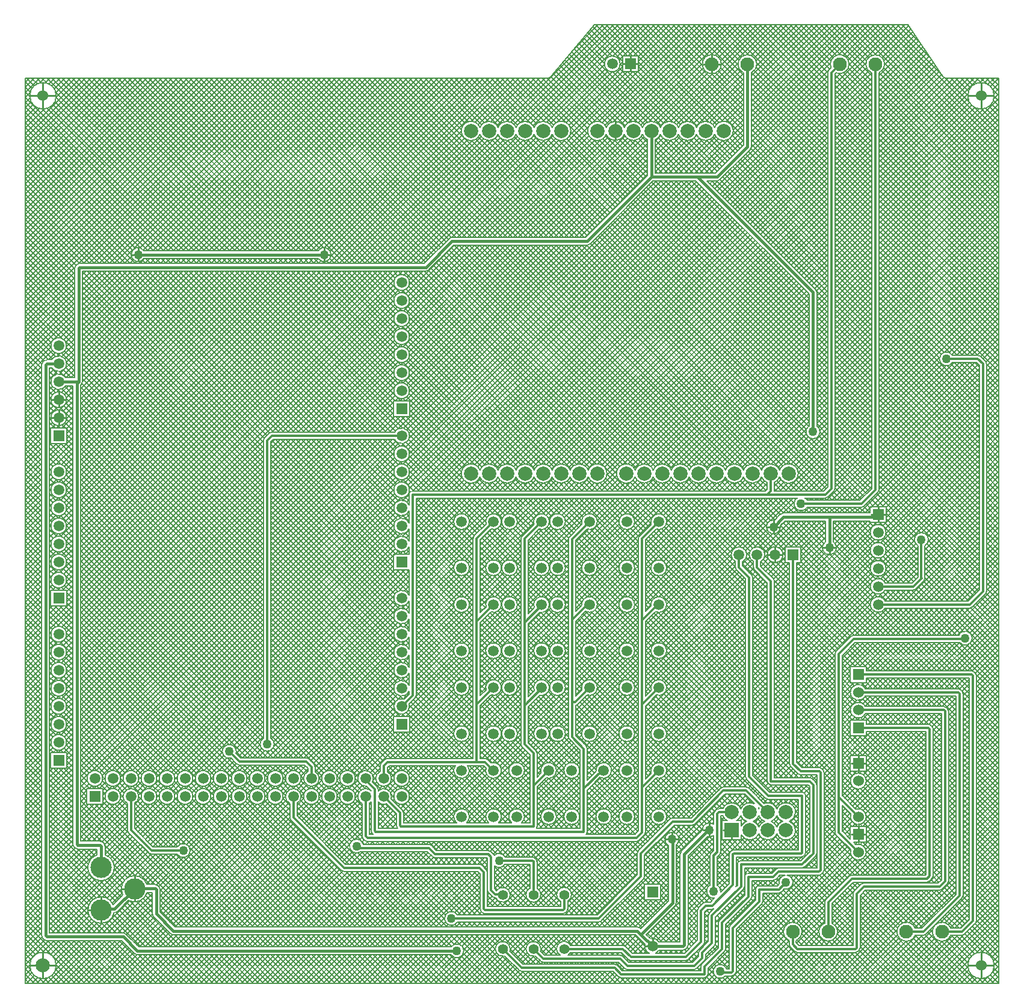
<source format=gbr>
%TF.GenerationSoftware,Altium Limited,Altium Designer,21.8.1 (53)*%
G04 Layer_Physical_Order=1*
G04 Layer_Color=255*
%FSLAX43Y43*%
%MOMM*%
%TF.SameCoordinates,16DCEB66-4DAC-4E16-A6F7-90F727604106*%
%TF.FilePolarity,Positive*%
%TF.FileFunction,Copper,L1,Top,Signal*%
%TF.Part,Single*%
G01*
G75*
%TA.AperFunction,NonConductor*%
%ADD10C,0.203*%
%ADD11C,0.254*%
%TA.AperFunction,Conductor*%
%ADD12C,0.300*%
%ADD13C,0.400*%
%TA.AperFunction,ComponentPad*%
%ADD14C,2.000*%
%ADD15R,2.000X2.000*%
%ADD16C,1.500*%
%ADD17R,1.500X1.500*%
%ADD18R,1.500X1.500*%
%ADD19C,1.950*%
%TA.AperFunction,ViaPad*%
%ADD20C,1.524*%
%ADD21C,2.000*%
%TA.AperFunction,ComponentPad*%
%ADD22C,3.000*%
%ADD23R,1.524X1.524*%
%ADD24C,1.524*%
%ADD25C,1.400*%
%TA.AperFunction,ViaPad*%
%ADD26C,1.270*%
D10*
X129598Y128232D02*
G03*
X130000Y128017I402J268D01*
G01*
X129598Y128233D02*
G03*
X130000Y128017I402J267D01*
G01*
X136856Y125500D02*
G03*
X136856Y125500I-1856J0D01*
G01*
D02*
G03*
X136856Y125500I-1856J0D01*
G01*
X134933Y88792D02*
G03*
X134575Y88941I-358J-357D01*
G01*
X134932Y88792D02*
G03*
X134575Y88941I-358J-358D01*
G01*
X135786Y87730D02*
G03*
X135637Y88088I-506J0D01*
G01*
X135786Y87730D02*
G03*
X135638Y88087I-506J0D01*
G01*
X130982Y88941D02*
G03*
X130982Y87929I-852J-506D01*
G01*
X120628Y128719D02*
G03*
X121453Y129950I-506J1231D01*
G01*
D02*
G03*
X119616Y128719I-1331J0D01*
G01*
X114609Y128722D02*
G03*
X116453Y129950I513J1228D01*
G01*
D02*
G03*
X113894Y129437I-1331J0D01*
G01*
X113594Y129137D02*
G03*
X113445Y128779I357J-358D01*
G01*
X120479Y69619D02*
G03*
X120628Y69977I-358J358D01*
G01*
X120479Y69619D02*
G03*
X120628Y69977I-357J358D01*
G01*
X118180Y67529D02*
G03*
X118538Y67678I0J506D01*
G01*
X118180Y67529D02*
G03*
X118538Y67677I0J506D01*
G01*
X114308Y69831D02*
G03*
X114456Y70189I-358J358D01*
G01*
X114308Y69831D02*
G03*
X114456Y70189I-357J358D01*
G01*
X135638Y55353D02*
G03*
X135786Y55710I-358J358D01*
G01*
X135637Y55352D02*
G03*
X135786Y55710I-357J358D01*
G01*
X127121Y62118D02*
G03*
X127606Y62970I-506J852D01*
G01*
X126977Y57173D02*
G03*
X127125Y57531I-358J358D01*
G01*
X126976Y57173D02*
G03*
X127125Y57531I-357J358D01*
G01*
X127606Y62970D02*
G03*
X126109Y62118I-991J0D01*
G01*
X125476Y55882D02*
G03*
X125834Y56031I0J506D01*
G01*
X125476Y55882D02*
G03*
X125834Y56030I0J506D01*
G01*
X133418Y53342D02*
G03*
X133776Y53491I0J506D01*
G01*
X133418Y53342D02*
G03*
X133776Y53490I0J506D01*
G01*
X133758Y49096D02*
G03*
X131876Y49528I-991J0D01*
G01*
X131965Y48516D02*
G03*
X133758Y49096I803J580D01*
G01*
X134364Y43814D02*
G03*
X134216Y44172I-506J0D01*
G01*
X134067Y44320D02*
G03*
X133709Y44469I-358J-357D01*
G01*
X134067Y44320D02*
G03*
X133709Y44469I-358J-358D01*
G01*
X134364Y43814D02*
G03*
X134215Y44172I-506J0D01*
G01*
X132459Y41314D02*
G03*
X132310Y41672I-506J0D01*
G01*
X132459Y41314D02*
G03*
X132311Y41672I-506J0D01*
G01*
X132162Y41820D02*
G03*
X131804Y41969I-358J-357D01*
G01*
X132162Y41821D02*
G03*
X131804Y41969I-358J-358D01*
G01*
X130130Y39320D02*
G03*
X129772Y39469I-358J-357D01*
G01*
X130130Y39320D02*
G03*
X129772Y39469I-358J-358D01*
G01*
X130427Y38814D02*
G03*
X130279Y39172I-506J0D01*
G01*
X130427Y38814D02*
G03*
X130278Y39172I-506J0D01*
G01*
X121629Y64008D02*
G03*
X121629Y64008I-1106J0D01*
G01*
Y61468D02*
G03*
X121629Y61468I-1106J0D01*
G01*
X121506Y56894D02*
G03*
X121506Y55882I-983J-506D01*
G01*
X121629Y58928D02*
G03*
X121629Y58928I-1106J0D01*
G01*
X121506Y54354D02*
G03*
X121506Y53342I-983J-506D01*
G01*
X113109Y62669D02*
G03*
X114656Y61849I556J-820D01*
G01*
D02*
G03*
X114221Y62669I-991J0D01*
G01*
X117094Y49528D02*
G03*
X116736Y49380I0J-506D01*
G01*
X117094Y49528D02*
G03*
X116736Y49379I0J-506D01*
G01*
X114578Y47221D02*
G03*
X114429Y46863I357J-358D01*
G01*
X114577Y47221D02*
G03*
X114429Y46863I358J-358D01*
G01*
X118726Y41969D02*
G03*
X118726Y40957I-997J-506D01*
G01*
Y39469D02*
G03*
X118726Y38457I-997J-506D01*
G01*
X113593Y129136D02*
G03*
X113445Y128779I358J-358D01*
G01*
X102678Y128741D02*
G03*
X103453Y129950I-556J1209D01*
G01*
D02*
G03*
X101566Y128741I-1331J0D01*
G01*
X102515Y117929D02*
G03*
X102678Y118322I-393J393D01*
G01*
X102515Y117929D02*
G03*
X102678Y118322I-393J393D01*
G01*
X97855Y113499D02*
G03*
X98248Y113662I0J556D01*
G01*
X97510Y120076D02*
G03*
X100136Y120550I1270J474D01*
G01*
D02*
G03*
X97510Y121024I-1356J0D01*
G01*
X97855Y113499D02*
G03*
X98248Y113662I0J556D01*
G01*
X111901Y97800D02*
G03*
X111738Y98193I-556J0D01*
G01*
X111901Y97800D02*
G03*
X111738Y98193I-556J0D01*
G01*
X112336Y78165D02*
G03*
X111901Y78985I-991J0D01*
G01*
X110789D02*
G03*
X112336Y78165I556J-820D01*
G01*
X109280Y72290D02*
G03*
X106654Y72764I-1356J0D01*
G01*
X101574D02*
G03*
X99034Y72764I-1270J-474D01*
G01*
D02*
G03*
X96494Y72764I-1270J-474D01*
G01*
X106654D02*
G03*
X104114Y72764I-1270J-474D01*
G01*
D02*
G03*
X101574Y72764I-1270J-474D01*
G01*
X106654Y71816D02*
G03*
X109280Y72290I1270J474D01*
G01*
X105890Y71032D02*
G03*
X106654Y71816I-506J1258D01*
G01*
X104114D02*
G03*
X104878Y71032I1270J474D01*
G01*
X101574Y71816D02*
G03*
X104114Y71816I1270J474D01*
G01*
X99034D02*
G03*
X101574Y71816I1270J474D01*
G01*
X96494D02*
G03*
X99034Y71816I1270J474D01*
G01*
X98453Y129950D02*
G03*
X98453Y129950I-1331J0D01*
G01*
X94970Y121024D02*
G03*
X92430Y121024I-1270J-474D01*
G01*
X97510D02*
G03*
X94970Y121024I-1270J-474D01*
G01*
Y120076D02*
G03*
X97510Y120076I1270J474D01*
G01*
X92430D02*
G03*
X94970Y120076I1270J474D01*
G01*
X84216Y129985D02*
G03*
X84216Y129985I-1106J0D01*
G01*
X92430Y121024D02*
G03*
X89890Y121024I-1270J-474D01*
G01*
Y120076D02*
G03*
X92430Y120076I1270J474D01*
G01*
X87350D02*
G03*
X88064Y119314I1270J474D01*
G01*
X89890Y121024D02*
G03*
X87350Y121024I-1270J-474D01*
G01*
X89176Y119314D02*
G03*
X89890Y120076I-556J1237D01*
G01*
X87350Y121024D02*
G03*
X84810Y121024I-1270J-474D01*
G01*
D02*
G03*
X82270Y121024I-1270J-474D01*
G01*
Y120076D02*
G03*
X84810Y120076I1270J474D01*
G01*
X82270Y121024D02*
G03*
X82270Y120076I-1270J-474D01*
G01*
X84810D02*
G03*
X87350Y120076I1270J474D01*
G01*
X93954Y71816D02*
G03*
X96494Y71816I1270J474D01*
G01*
Y72764D02*
G03*
X93954Y72764I-1270J-474D01*
G01*
X88874D02*
G03*
X86334Y72764I-1270J-474D01*
G01*
X93954D02*
G03*
X91414Y72764I-1270J-474D01*
G01*
Y71816D02*
G03*
X93954Y71816I1270J474D01*
G01*
X88874D02*
G03*
X91414Y71816I1270J474D01*
G01*
Y72764D02*
G03*
X88874Y72764I-1270J-474D01*
G01*
X86334D02*
G03*
X86334Y71816I-1270J-474D01*
G01*
D02*
G03*
X88874Y71816I1270J474D01*
G01*
X79585Y104464D02*
G03*
X79978Y104627I0J556D01*
G01*
X82356Y72290D02*
G03*
X79730Y72764I-1356J0D01*
G01*
X79585Y104464D02*
G03*
X79978Y104627I0J556D01*
G01*
X79730Y71816D02*
G03*
X82356Y72290I1270J474D01*
G01*
X113104Y68836D02*
G03*
X113462Y68985I0J506D01*
G01*
X113104Y68836D02*
G03*
X113462Y68984I0J506D01*
G01*
X110532Y68541D02*
G03*
X110262Y68836I-852J-506D01*
G01*
X109098D02*
G03*
X110532Y67529I582J-801D01*
G01*
X107188Y66723D02*
G03*
X106795Y66560I0J-556D01*
G01*
X107188Y66723D02*
G03*
X106795Y66560I0J-556D01*
G01*
X105978Y65743D02*
G03*
X106782Y64770I-187J-973D01*
G01*
D02*
G03*
X106764Y64957I-991J0D01*
G01*
X107136Y60849D02*
G03*
X107136Y60849I-1106J0D01*
G01*
X104596D02*
G03*
X102984Y59866I-1106J0D01*
G01*
X102056Y60849D02*
G03*
X100444Y59866I-1106J0D01*
G01*
X101456D02*
G03*
X102056Y60849I-506J983D01*
G01*
X103996Y59866D02*
G03*
X104596Y60849I-506J983D01*
G01*
X105951Y57104D02*
G03*
X105803Y57461I-506J0D01*
G01*
X105951Y57104D02*
G03*
X105802Y57462I-506J0D01*
G01*
X102984Y59059D02*
G03*
X103133Y58701I506J0D01*
G01*
X102984Y59059D02*
G03*
X103132Y58702I506J0D01*
G01*
X102891Y57635D02*
G03*
X102743Y57993I-506J0D01*
G01*
X102891Y57635D02*
G03*
X102742Y57993I-506J0D01*
G01*
X100444Y59070D02*
G03*
X100592Y58712I506J0D01*
G01*
X100444Y59070D02*
G03*
X100593Y58712I506J0D01*
G01*
X89319Y64459D02*
G03*
X90763Y65512I338J1053D01*
G01*
D02*
G03*
X88604Y65174I-1106J0D01*
G01*
X90763Y59012D02*
G03*
X90763Y59012I-1106J0D01*
G01*
Y53828D02*
G03*
X88569Y53633I-1106J0D01*
G01*
X86913Y63483D02*
G03*
X86765Y63126I358J-358D01*
G01*
X86913Y63483D02*
G03*
X86765Y63126I358J-358D01*
G01*
X86263Y65512D02*
G03*
X86263Y65512I-1106J0D01*
G01*
X81011D02*
G03*
X78852Y65174I-1106J0D01*
G01*
X79567Y64459D02*
G03*
X81011Y65512I338J1053D01*
G01*
X86263Y59012D02*
G03*
X86263Y59012I-1106J0D01*
G01*
X81011D02*
G03*
X81011Y59012I-1106J0D01*
G01*
Y53828D02*
G03*
X78804Y53729I-1106J0D01*
G01*
X89191Y52825D02*
G03*
X90763Y53828I466J1003D01*
G01*
Y47328D02*
G03*
X90763Y47328I-1106J0D01*
G01*
Y42144D02*
G03*
X88610Y41789I-1106J0D01*
G01*
X89337Y41086D02*
G03*
X90763Y42144I320J1058D01*
G01*
X86263Y53828D02*
G03*
X86263Y53828I-1106J0D01*
G01*
Y47328D02*
G03*
X86263Y47328I-1106J0D01*
G01*
X79367Y52862D02*
G03*
X81011Y53828I538J966D01*
G01*
Y47328D02*
G03*
X81011Y47328I-1106J0D01*
G01*
X86263Y42144D02*
G03*
X86263Y42144I-1106J0D01*
G01*
X79567Y41091D02*
G03*
X81011Y42144I338J1053D01*
G01*
D02*
G03*
X78852Y41806I-1106J0D01*
G01*
X128268Y36314D02*
G03*
X128119Y36672I-506J0D01*
G01*
X127971Y36820D02*
G03*
X127613Y36969I-358J-357D01*
G01*
X127971Y36821D02*
G03*
X127613Y36969I-358J-358D01*
G01*
X128268Y36314D02*
G03*
X128120Y36672I-506J0D01*
G01*
X118847Y23963D02*
G03*
X117382Y25025I-1118J0D01*
G01*
X118847Y28963D02*
G03*
X118847Y28963I-1118J0D01*
G01*
X112604Y30711D02*
G03*
X112246Y30859I-358J-358D01*
G01*
X112604Y30710D02*
G03*
X112246Y30859I-358J-357D01*
G01*
X112901Y30204D02*
G03*
X112753Y30562I-506J0D01*
G01*
X112901Y30204D02*
G03*
X112752Y30562I-506J0D01*
G01*
X108064Y31384D02*
G03*
X108213Y31026I506J0D01*
G01*
X108064Y31384D02*
G03*
X108213Y31026I506J0D01*
G01*
X111229Y29313D02*
G03*
X110871Y29462I-358J-357D01*
G01*
X111229Y29314D02*
G03*
X110871Y29462I-358J-358D01*
G01*
X111885Y28448D02*
G03*
X111737Y28806I-506J0D01*
G01*
X111885Y28448D02*
G03*
X111736Y28806I-506J0D01*
G01*
X109243Y29996D02*
G03*
X109601Y29847I358J357D01*
G01*
X109243Y29995D02*
G03*
X109601Y29847I358J358D01*
G01*
X104939Y28956D02*
G03*
X105445Y28450I506J0D01*
G01*
X104939Y28956D02*
G03*
X105445Y28450I506J0D01*
G01*
X116667Y24310D02*
G03*
X118847Y23963I1062J-347D01*
G01*
X114429Y21757D02*
G03*
X114578Y21399I506J0D01*
G01*
X114429Y21757D02*
G03*
X114577Y21399I506J0D01*
G01*
X110328Y26924D02*
G03*
X109822Y27430I-506J0D01*
G01*
X110328Y26924D02*
G03*
X109822Y27430I-506J0D01*
G01*
X108913Y24562D02*
G03*
X106287Y25036I-1356J0D01*
G01*
D02*
G03*
X104485Y25809I-1270J-474D01*
G01*
X108031Y23292D02*
G03*
X108913Y24562I-474J1270D01*
G01*
X106287Y24088D02*
G03*
X107083Y23292I1270J474D01*
G01*
X105491D02*
G03*
X106287Y24088I-474J1270D01*
G01*
Y22496D02*
G03*
X105491Y23292I-1270J-474D01*
G01*
X108913Y22022D02*
G03*
X108031Y23292I-1356J0D01*
G01*
X106287Y21548D02*
G03*
X108913Y22022I1270J474D01*
G01*
X107083Y23292D02*
G03*
X106287Y22496I474J-1270D01*
G01*
X103747Y21548D02*
G03*
X106287Y21548I1270J474D01*
G01*
X130278Y14501D02*
G03*
X130427Y14859I-357J358D01*
G01*
X130279Y14501D02*
G03*
X130427Y14859I-358J358D01*
G01*
X129159Y13591D02*
G03*
X129517Y13739I0J506D01*
G01*
X129159Y13591D02*
G03*
X129517Y13740I0J506D01*
G01*
X132311Y12469D02*
G03*
X132459Y12827I-358J358D01*
G01*
X132310Y12469D02*
G03*
X132459Y12827I-357J358D01*
G01*
X128120Y15263D02*
G03*
X128268Y15621I-358J358D01*
G01*
X128119Y15263D02*
G03*
X128268Y15621I-357J358D01*
G01*
X127381Y14734D02*
G03*
X127739Y14883I0J506D01*
G01*
X127381Y14734D02*
G03*
X127739Y14882I0J506D01*
G01*
X118491Y14603D02*
G03*
X118133Y14455I0J-506D01*
G01*
X118491Y14603D02*
G03*
X118133Y14454I0J-506D01*
G01*
X134216Y8913D02*
G03*
X134364Y9271I-358J358D01*
G01*
X134215Y8913D02*
G03*
X134364Y9271I-357J358D01*
G01*
X136856Y3000D02*
G03*
X136856Y3000I-1856J0D01*
G01*
D02*
G03*
X136856Y3000I-1856J0D01*
G01*
X132334Y7241D02*
G03*
X132692Y7390I0J506D01*
G01*
X126873Y7241D02*
G03*
X127231Y7390I0J506D01*
G01*
X126873Y7241D02*
G03*
X127231Y7389I0J506D01*
G01*
X132334Y7241D02*
G03*
X132692Y7389I0J506D01*
G01*
X130731Y8253D02*
G03*
X130731Y7241I-1231J-506D01*
G01*
X125731Y8253D02*
G03*
X125731Y7241I-1231J-506D01*
G01*
X118847Y18963D02*
G03*
X117382Y20025I-1118J0D01*
G01*
X116667Y19310D02*
G03*
X118847Y18963I1062J-347D01*
G01*
X111737Y18438D02*
G03*
X111885Y18796I-358J358D01*
G01*
X111736Y18438D02*
G03*
X111885Y18796I-357J358D01*
G01*
X116840Y15746D02*
G03*
X116482Y15598I0J-506D01*
G01*
X116840Y15746D02*
G03*
X116482Y15597I0J-506D01*
G01*
X117118Y13439D02*
G03*
X116969Y13081I357J-358D01*
G01*
X117117Y13439D02*
G03*
X116969Y13081I358J-358D01*
G01*
X113142Y12258D02*
G03*
X112994Y11900I358J-358D01*
G01*
X113143Y12258D02*
G03*
X112994Y11900I357J-358D01*
G01*
X112753Y16043D02*
G03*
X112901Y16400I-358J358D01*
G01*
X112752Y16042D02*
G03*
X112901Y16400I-357J358D01*
G01*
X112201Y15700D02*
G03*
X112559Y15849I0J506D01*
G01*
X112201Y15700D02*
G03*
X112559Y15849I0J506D01*
G01*
X110180Y18503D02*
G03*
X110328Y18860I-358J357D01*
G01*
X110179Y18502D02*
G03*
X110328Y18860I-357J358D01*
G01*
X109758Y18290D02*
G03*
X110116Y18439I0J506D01*
G01*
X109758Y18290D02*
G03*
X110116Y18439I0J506D01*
G01*
X109835Y16746D02*
G03*
X110192Y16894I0J506D01*
G01*
X109835Y16746D02*
G03*
X110193Y16895I0J506D01*
G01*
X106491Y16712D02*
G03*
X106134Y16564I0J-506D01*
G01*
X106491Y16712D02*
G03*
X106133Y16563I0J-506D01*
G01*
X108548Y14720D02*
G03*
X107699Y15700I-991J0D01*
G01*
X107415D02*
G03*
X106597Y14475I142J-980D01*
G01*
X107312Y13760D02*
G03*
X108548Y14720I245J960D01*
G01*
X106553Y13210D02*
G03*
X106911Y13358I0J506D01*
G01*
X106553Y13210D02*
G03*
X106911Y13359I0J506D01*
G01*
X105782Y14990D02*
G03*
X106140Y15139I0J506D01*
G01*
X105782Y14990D02*
G03*
X106139Y15138I0J506D01*
G01*
X114831Y7747D02*
G03*
X114006Y8978I-1331J0D01*
G01*
X112994D02*
G03*
X114831Y7747I506J-1231D01*
G01*
X117833Y5125D02*
G03*
X117981Y5483I-358J358D01*
G01*
X117832Y5125D02*
G03*
X117981Y5483I-357J358D01*
G01*
X117326Y4828D02*
G03*
X117684Y4976I0J506D01*
G01*
X117326Y4828D02*
G03*
X117684Y4977I0J506D01*
G01*
X109831Y7747D02*
G03*
X107994Y6516I-1331J0D01*
G01*
X109006D02*
G03*
X109831Y7747I-506J1231D01*
G01*
X107994Y5982D02*
G03*
X108143Y5624I506J0D01*
G01*
X108790Y4976D02*
G03*
X109148Y4828I358J358D01*
G01*
X108790Y4977D02*
G03*
X109148Y4828I358J357D01*
G01*
X107994Y5982D02*
G03*
X108143Y5624I506J0D01*
G01*
X101879Y29568D02*
G03*
X102028Y29210I506J0D01*
G01*
X101879Y29568D02*
G03*
X102027Y29210I506J0D01*
G01*
X104671Y26567D02*
G03*
X105029Y26418I358J357D01*
G01*
X104671Y26566D02*
G03*
X105029Y26418I358J358D01*
G01*
X103747Y24088D02*
G03*
X104543Y23292I1270J474D01*
G01*
D02*
G03*
X103747Y22496I474J-1270D01*
G01*
Y25036D02*
G03*
X103683Y25181I-1270J-474D01*
G01*
X102951Y23292D02*
G03*
X103747Y24088I-474J1270D01*
G01*
Y22496D02*
G03*
X102951Y23292I-1270J-474D01*
G01*
X102327Y27968D02*
G03*
X101969Y28116I-358J-358D01*
G01*
X102327Y27967D02*
G03*
X101969Y28116I-358J-357D01*
G01*
X103096Y25768D02*
G03*
X101207Y25036I-619J-1206D01*
G01*
Y24088D02*
G03*
X102003Y23292I1270J474D01*
G01*
D02*
G03*
X101293Y22681I474J-1270D01*
G01*
X98740Y28116D02*
G03*
X98382Y27968I0J-506D01*
G01*
X98740Y28116D02*
G03*
X98382Y27967I0J-506D01*
G01*
X101207Y25036D02*
G03*
X98679Y25068I-1270J-474D01*
G01*
X98102D02*
G03*
X97744Y24920I0J-506D01*
G01*
X98102Y25068D02*
G03*
X97744Y24919I0J-506D01*
G01*
X100596Y23378D02*
G03*
X101207Y24088I-659J1184D01*
G01*
X98679Y24056D02*
G03*
X99278Y23378I1258J506D01*
G01*
X97501Y24676D02*
G03*
X97352Y24317I357J-358D01*
G01*
X97500Y24675D02*
G03*
X97352Y24317I358J-358D01*
G01*
X91645Y23791D02*
G03*
X91287Y23642I0J-506D01*
G01*
X91645Y23791D02*
G03*
X91287Y23642I0J-506D01*
G01*
X94415Y22779D02*
G03*
X94773Y22928I0J506D01*
G01*
X94415Y22779D02*
G03*
X94773Y22927I0J506D01*
G01*
X101293Y21363D02*
G03*
X103747Y21548I1184J659D01*
G01*
X100225Y19302D02*
G03*
X99867Y19154I0J-506D01*
G01*
X100225Y19302D02*
G03*
X99867Y19153I0J-506D01*
G01*
X99718Y19005D02*
G03*
X99570Y18647I358J-358D01*
G01*
X99719Y19005D02*
G03*
X99570Y18647I357J-358D01*
G01*
X101219Y17758D02*
G03*
X100713Y17252I0J-506D01*
G01*
X101219Y17758D02*
G03*
X100713Y17252I0J-506D01*
G01*
X97352Y22903D02*
G03*
X95786Y22023I-578J-805D01*
G01*
X96485Y21150D02*
G03*
X97352Y21293I289J948D01*
G01*
X92123Y19978D02*
G03*
X92506Y20760I-608J782D01*
G01*
X98215Y18610D02*
G03*
X98363Y18968I-357J358D01*
G01*
X98215Y18609D02*
G03*
X98363Y18968I-357J358D01*
G01*
X97013Y18838D02*
G03*
X96864Y18480I357J-358D01*
G01*
X97012Y18838D02*
G03*
X96864Y18480I357J-358D01*
G01*
X92825Y19062D02*
G03*
X92662Y18669I393J-393D01*
G01*
X92825Y19062D02*
G03*
X92662Y18669I393J-393D01*
G01*
X90763Y35644D02*
G03*
X90763Y35644I-1106J0D01*
G01*
Y30460D02*
G03*
X88604Y30122I-1106J0D01*
G01*
X89319Y29407D02*
G03*
X90763Y30460I338J1053D01*
G01*
X86263Y35644D02*
G03*
X86263Y35644I-1106J0D01*
G01*
X81011D02*
G03*
X81011Y35644I-1106J0D01*
G01*
X83011Y30460D02*
G03*
X80810Y30310I-1106J0D01*
G01*
X86263Y30460D02*
G03*
X86263Y30460I-1106J0D01*
G01*
X81404Y29474D02*
G03*
X83011Y30460I501J986D01*
G01*
X79616Y33520D02*
G03*
X79467Y33878I-506J0D01*
G01*
X79616Y33520D02*
G03*
X79467Y33878I-506J0D01*
G01*
X90763Y23960D02*
G03*
X90763Y23960I-1106J0D01*
G01*
X92506Y20760D02*
G03*
X91011Y19907I-991J0D01*
G01*
X87628Y21381D02*
G03*
X87776Y21739I-358J358D01*
G01*
X87628Y21381D02*
G03*
X87776Y21739I-357J358D01*
G01*
X86487Y20449D02*
G03*
X86845Y20598I0J506D01*
G01*
X86487Y20449D02*
G03*
X86845Y20597I0J506D01*
G01*
X86787Y19142D02*
G03*
X86639Y18785I358J-358D01*
G01*
X86788Y19143D02*
G03*
X86639Y18785I357J-358D01*
G01*
X86263Y23960D02*
G03*
X86263Y23960I-1106J0D01*
G01*
X83011D02*
G03*
X83011Y23960I-1106J0D01*
G01*
X79440Y21461D02*
G03*
X79616Y21844I-330J383D01*
G01*
X79440Y21461D02*
G03*
X79616Y21844I-330J383D01*
G01*
X102235Y16002D02*
G03*
X101729Y15496I0J-506D01*
G01*
X102235Y16002D02*
G03*
X101729Y15496I0J-506D01*
G01*
X103772Y14222D02*
G03*
X103266Y13716I0J-506D01*
G01*
X103772Y14222D02*
G03*
X103266Y13716I0J-506D01*
G01*
X101577Y13739D02*
G03*
X101725Y14097I-358J358D01*
G01*
X101576Y13739D02*
G03*
X101725Y14097I-357J358D01*
G01*
X100524Y14117D02*
G03*
X100582Y14351I-448J234D01*
G01*
X100524Y14117D02*
G03*
X100582Y14351I-448J234D01*
G01*
X102593Y12330D02*
G03*
X102741Y12688I-358J358D01*
G01*
X102592Y12330D02*
G03*
X102741Y12688I-357J358D01*
G01*
X104130Y11637D02*
G03*
X104278Y11995I-358J358D01*
G01*
X104129Y11637D02*
G03*
X104278Y11995I-357J358D01*
G01*
X99719Y8657D02*
G03*
X99570Y8299I357J-358D01*
G01*
X99718Y8657D02*
G03*
X99570Y8299I358J-358D01*
G01*
X98354Y13344D02*
G03*
X98361Y13455I-984J111D01*
G01*
D02*
G03*
X97876Y14307I-991J0D01*
G01*
X96864D02*
G03*
X97481Y12471I506J-852D01*
G01*
X97155Y10924D02*
G03*
X97389Y10982I0J506D01*
G01*
X97155Y10924D02*
G03*
X97389Y10982I0J506D01*
G01*
X96294Y11936D02*
G03*
X95936Y11788I0J-506D01*
G01*
X96294Y11936D02*
G03*
X95936Y11787I0J-506D01*
G01*
X95258Y11110D02*
G03*
X95110Y10752I358J-358D01*
G01*
X95259Y11110D02*
G03*
X95110Y10752I357J-358D01*
G01*
X96783Y10376D02*
G03*
X96634Y10018I358J-358D01*
G01*
X96783Y10376D02*
G03*
X96634Y10018I357J-358D01*
G01*
X98172Y9340D02*
G03*
X98023Y8982I357J-358D01*
G01*
X98171Y9340D02*
G03*
X98023Y8982I358J-358D01*
G01*
X98886Y4928D02*
G03*
X99035Y5286I-358J358D01*
G01*
X98886Y4928D02*
G03*
X99035Y5286I-357J358D01*
G01*
X97498Y5804D02*
G03*
X97646Y6161I-358J358D01*
G01*
X97497Y5803D02*
G03*
X97646Y6161I-357J358D01*
G01*
X100434Y1823D02*
G03*
X100582Y2181I-358J358D01*
G01*
X100433Y1823D02*
G03*
X100582Y2181I-357J358D01*
G01*
X99927Y1526D02*
G03*
X100285Y1674I0J506D01*
G01*
X99927Y1526D02*
G03*
X100285Y1675I0J506D01*
G01*
X99213Y2538D02*
G03*
X99060Y1526I-915J-379D01*
G01*
X95974Y5977D02*
G03*
X96122Y6335I-358J358D01*
G01*
X95973Y5977D02*
G03*
X96122Y6335I-357J358D01*
G01*
X95401Y5137D02*
G03*
X95252Y4779I357J-358D01*
G01*
X95400Y5137D02*
G03*
X95252Y4779I358J-358D01*
G01*
X96116Y3689D02*
G03*
X96264Y4047I-358J358D01*
G01*
X96115Y3689D02*
G03*
X96264Y4047I-357J358D01*
G01*
X93611Y5471D02*
G03*
X93774Y5864I-393J393D01*
G01*
X93611Y5471D02*
G03*
X93774Y5864I-393J393D01*
G01*
X93069Y5159D02*
G03*
X93462Y5322I0J556D01*
G01*
X93069Y5159D02*
G03*
X93462Y5322I0J556D01*
G01*
X95709Y3181D02*
G03*
X95560Y2823I357J-358D01*
G01*
X95708Y3181D02*
G03*
X95560Y2823I358J-358D01*
G01*
X94632Y2415D02*
G03*
X94990Y2563I0J506D01*
G01*
X94632Y2415D02*
G03*
X94990Y2564I0J506D01*
G01*
X96066Y1272D02*
G03*
X96572Y1778I0J506D01*
G01*
X96066Y1272D02*
G03*
X96572Y1778I0J506D01*
G01*
X93472Y3685D02*
G03*
X93830Y3833I0J506D01*
G01*
X93472Y3685D02*
G03*
X93830Y3834I0J506D01*
G01*
X91960Y11418D02*
G03*
X92123Y11811I-393J393D01*
G01*
X91960Y11418D02*
G03*
X92123Y11811I-393J393D01*
G01*
X89729Y6271D02*
G03*
X88490Y6784I-956J-556D01*
G01*
X89203Y4697D02*
G03*
X89729Y5159I-430J1018D01*
G01*
X87503Y15192D02*
G03*
X87651Y15550I-358J358D01*
G01*
X87502Y15192D02*
G03*
X87651Y15550I-357J358D01*
G01*
X87007Y8267D02*
G03*
X86614Y8430I-393J-393D01*
G01*
X81205Y9104D02*
G03*
X81563Y9252I0J506D01*
G01*
X81205Y9104D02*
G03*
X81563Y9253I0J506D01*
G01*
X87007Y8267D02*
G03*
X86614Y8430I-393J-393D01*
G01*
X84940Y5691D02*
G03*
X84582Y5840I-358J-357D01*
G01*
X84940Y5692D02*
G03*
X84582Y5840I-358J-358D01*
G01*
X87704Y5998D02*
G03*
X88343Y4697I1069J-283D01*
G01*
X85367Y3834D02*
G03*
X85725Y3685I358J357D01*
G01*
X85367Y3833D02*
G03*
X85725Y3685I358J358D01*
G01*
X84559Y4295D02*
G03*
X84201Y4443I-358J-358D01*
G01*
X84559Y4294D02*
G03*
X84201Y4443I-358J-357D01*
G01*
X84859Y2563D02*
G03*
X85217Y2415I358J358D01*
G01*
X84859Y2564D02*
G03*
X85217Y2415I358J357D01*
G01*
X83797Y3024D02*
G03*
X83439Y3173I-358J-357D01*
G01*
X83797Y3025D02*
G03*
X83439Y3173I-358J-358D01*
G01*
X83970Y1421D02*
G03*
X84328Y1272I358J357D01*
G01*
X83970Y1420D02*
G03*
X84328Y1272I358J358D01*
G01*
X74115Y128017D02*
G03*
X74486Y128191I0J483D01*
G01*
X74115Y128017D02*
G03*
X74486Y128192I0J483D01*
G01*
X74650Y121024D02*
G03*
X72110Y121024I-1270J-474D01*
G01*
X67030D02*
G03*
X64490Y121024I-1270J-474D01*
G01*
X77276Y120550D02*
G03*
X74650Y121024I-1356J0D01*
G01*
X69570Y120076D02*
G03*
X72110Y120076I1270J474D01*
G01*
D02*
G03*
X74650Y120076I1270J474D01*
G01*
X72110Y121024D02*
G03*
X69570Y121024I-1270J-474D01*
G01*
D02*
G03*
X67030Y121024I-1270J-474D01*
G01*
Y120076D02*
G03*
X69570Y120076I1270J474D01*
G01*
X74650D02*
G03*
X77276Y120550I1270J474D01*
G01*
X64490Y120076D02*
G03*
X67030Y120076I1270J474D01*
G01*
X64490Y121024D02*
G03*
X64490Y120076I-1270J-474D01*
G01*
X79730Y72764D02*
G03*
X77190Y72764I-1270J-474D01*
G01*
X74650Y71816D02*
G03*
X77190Y71816I1270J474D01*
G01*
Y72764D02*
G03*
X74650Y72764I-1270J-474D01*
G01*
X77190Y71816D02*
G03*
X79730Y71816I1270J474D01*
G01*
X72110D02*
G03*
X74650Y71816I1270J474D01*
G01*
Y72764D02*
G03*
X72110Y72764I-1270J-474D01*
G01*
D02*
G03*
X69570Y72764I-1270J-474D01*
G01*
Y71816D02*
G03*
X72110Y71816I1270J474D01*
G01*
X67030D02*
G03*
X69570Y71816I1270J474D01*
G01*
Y72764D02*
G03*
X67030Y72764I-1270J-474D01*
G01*
D02*
G03*
X64490Y72764I-1270J-474D01*
G01*
Y71816D02*
G03*
X67030Y71816I1270J474D01*
G01*
X64490Y72764D02*
G03*
X64490Y71816I-1270J-474D01*
G01*
X60548Y105576D02*
G03*
X60155Y105413I0J-556D01*
G01*
X60548Y105576D02*
G03*
X60155Y105413I0J-556D01*
G01*
X56874Y100790D02*
G03*
X57267Y100953I0J556D01*
G01*
X56874Y100790D02*
G03*
X57267Y100953I0J556D01*
G01*
X54573Y99190D02*
G03*
X54573Y99190I-1106J0D01*
G01*
Y94110D02*
G03*
X54573Y94110I-1106J0D01*
G01*
Y96650D02*
G03*
X54573Y96650I-1106J0D01*
G01*
Y89030D02*
G03*
X54573Y89030I-1106J0D01*
G01*
Y91570D02*
G03*
X54573Y91570I-1106J0D01*
G01*
Y83950D02*
G03*
X54573Y83950I-1106J0D01*
G01*
Y86490D02*
G03*
X54573Y86490I-1106J0D01*
G01*
X52484Y77094D02*
G03*
X54573Y77600I983J506D01*
G01*
D02*
G03*
X52484Y78106I-1106J0D01*
G01*
X54573Y75060D02*
G03*
X54573Y75060I-1106J0D01*
G01*
X54991Y69848D02*
G03*
X54485Y69342I0J-506D01*
G01*
X54991Y69848D02*
G03*
X54485Y69342I0J-506D01*
G01*
X54573Y72520D02*
G03*
X54573Y72520I-1106J0D01*
G01*
Y69980D02*
G03*
X54573Y69980I-1106J0D01*
G01*
X54485Y67870D02*
G03*
X54485Y67010I-1018J-430D01*
G01*
X77088Y63410D02*
G03*
X76939Y63052I357J-358D01*
G01*
X76511Y65512D02*
G03*
X76511Y65512I-1106J0D01*
G01*
X77087Y63410D02*
G03*
X76939Y63052I358J-358D01*
G01*
X76511Y59012D02*
G03*
X76511Y59012I-1106J0D01*
G01*
X74259Y65512D02*
G03*
X72100Y65174I-1106J0D01*
G01*
X72815Y64459D02*
G03*
X74259Y65512I338J1053D01*
G01*
Y59012D02*
G03*
X74259Y59012I-1106J0D01*
G01*
X76511Y53828D02*
G03*
X76511Y53828I-1106J0D01*
G01*
X74259D02*
G03*
X72134Y53399I-1106J0D01*
G01*
X72914Y52749D02*
G03*
X74259Y53828I239J1079D01*
G01*
X70402Y63477D02*
G03*
X70254Y63119I358J-358D01*
G01*
X70402Y63477D02*
G03*
X70254Y63119I358J-358D01*
G01*
X69759Y65512D02*
G03*
X69759Y65512I-1106J0D01*
G01*
X66063Y64459D02*
G03*
X67507Y65512I338J1053D01*
G01*
X69759Y59012D02*
G03*
X69759Y59012I-1106J0D01*
G01*
Y53828D02*
G03*
X69759Y53828I-1106J0D01*
G01*
X66063Y52775D02*
G03*
X67507Y53828I338J1053D01*
G01*
X76511Y47328D02*
G03*
X76511Y47328I-1106J0D01*
G01*
X77951Y39615D02*
G03*
X78234Y39757I-75J500D01*
G01*
X77951Y39615D02*
G03*
X78234Y39758I-75J500D01*
G01*
X76511Y42144D02*
G03*
X76511Y42144I-1106J0D01*
G01*
X74259Y47328D02*
G03*
X74259Y47328I-1106J0D01*
G01*
X69759D02*
G03*
X69759Y47328I-1106J0D01*
G01*
X74259Y42144D02*
G03*
X72137Y41707I-1106J0D01*
G01*
X72923Y41063D02*
G03*
X74259Y42144I230J1081D01*
G01*
X69759D02*
G03*
X69759Y42144I-1106J0D01*
G01*
X66063Y41091D02*
G03*
X67507Y42144I338J1053D01*
G01*
Y65512D02*
G03*
X65348Y65174I-1106J0D01*
G01*
X67507Y59012D02*
G03*
X67507Y59012I-1106J0D01*
G01*
X63687Y63514D02*
G03*
X63539Y63156I358J-358D01*
G01*
X63688Y63514D02*
G03*
X63539Y63156I357J-358D01*
G01*
X67507Y53828D02*
G03*
X65348Y53490I-1106J0D01*
G01*
X63007Y65512D02*
G03*
X63007Y65512I-1106J0D01*
G01*
Y59012D02*
G03*
X63007Y59012I-1106J0D01*
G01*
X54485Y65330D02*
G03*
X54485Y64470I-1018J-430D01*
G01*
Y62790D02*
G03*
X54485Y61930I-1018J-430D01*
G01*
X63007Y53828D02*
G03*
X63007Y53828I-1106J0D01*
G01*
X54485Y55170D02*
G03*
X54485Y54310I-1018J-430D01*
G01*
Y52630D02*
G03*
X54485Y51770I-1018J-430D01*
G01*
X67507Y47328D02*
G03*
X67507Y47328I-1106J0D01*
G01*
Y42144D02*
G03*
X65348Y41806I-1106J0D01*
G01*
X63007Y47328D02*
G03*
X63007Y47328I-1106J0D01*
G01*
X54485Y50090D02*
G03*
X54485Y49230I-1018J-430D01*
G01*
Y47550D02*
G03*
X54485Y46690I-1018J-430D01*
G01*
X63007Y42144D02*
G03*
X63007Y42144I-1106J0D01*
G01*
X55348Y40666D02*
G03*
X55497Y41024I-357J358D01*
G01*
X55349Y40667D02*
G03*
X55497Y41024I-358J358D01*
G01*
X54573Y39500D02*
G03*
X54520Y39838I-1106J0D01*
G01*
X54485Y45010D02*
G03*
X54485Y44150I-1018J-430D01*
G01*
Y42470D02*
G03*
X54485Y41610I-1018J-430D01*
G01*
X53805Y40553D02*
G03*
X54573Y39500I-338J-1053D01*
G01*
X43536Y103124D02*
G03*
X41725Y103680I-991J0D01*
G01*
Y102568D02*
G03*
X43536Y103124I820J556D01*
G01*
X17203Y103680D02*
G03*
X17203Y102568I-820J-556D01*
G01*
X8383Y84838D02*
G03*
X8557Y85242I-382J404D01*
G01*
X4856Y125500D02*
G03*
X4856Y125500I-1856J0D01*
G01*
D02*
G03*
X4856Y125500I-1856J0D01*
G01*
X8150Y101902D02*
G03*
X7757Y101739I0J-556D01*
G01*
X8150Y101902D02*
G03*
X7757Y101739I0J-556D01*
G01*
X7608Y101590D02*
G03*
X7445Y101197I393J-393D01*
G01*
X7608Y101590D02*
G03*
X7445Y101197I393J-393D01*
G01*
X6313Y90300D02*
G03*
X6313Y90300I-1106J0D01*
G01*
Y87760D02*
G03*
X4251Y88316I-1106J0D01*
G01*
X3536D02*
G03*
X3143Y88153I0J-556D01*
G01*
X3536Y88316D02*
G03*
X3143Y88153I0J-556D01*
G01*
X4251Y87204D02*
G03*
X6313Y87760I956J556D01*
G01*
X6163Y85776D02*
G03*
X6163Y84664I-956J-556D01*
G01*
X2967Y87977D02*
G03*
X2804Y87584I393J-393D01*
G01*
X2967Y87977D02*
G03*
X2804Y87584I393J-393D01*
G01*
X6313Y82680D02*
G03*
X6313Y82680I-1106J0D01*
G01*
X35182Y78106D02*
G03*
X34824Y77957I0J-506D01*
G01*
X35182Y78106D02*
G03*
X34825Y77958I0J-506D01*
G01*
X34186Y77320D02*
G03*
X34038Y76962I358J-358D01*
G01*
X34187Y77320D02*
G03*
X34038Y76962I357J-358D01*
G01*
X6313Y80140D02*
G03*
X6313Y80140I-1106J0D01*
G01*
Y72520D02*
G03*
X6313Y72520I-1106J0D01*
G01*
Y69980D02*
G03*
X6313Y69980I-1106J0D01*
G01*
Y67440D02*
G03*
X6313Y67440I-1106J0D01*
G01*
Y64900D02*
G03*
X6313Y64900I-1106J0D01*
G01*
Y62360D02*
G03*
X6313Y62360I-1106J0D01*
G01*
Y59820D02*
G03*
X6313Y59820I-1106J0D01*
G01*
Y57280D02*
G03*
X6313Y57280I-1106J0D01*
G01*
Y47120D02*
G03*
X6313Y47120I-1106J0D01*
G01*
Y49660D02*
G03*
X6313Y49660I-1106J0D01*
G01*
Y44580D02*
G03*
X6313Y44580I-1106J0D01*
G01*
Y42040D02*
G03*
X6313Y42040I-1106J0D01*
G01*
Y39500D02*
G03*
X6313Y39500I-1106J0D01*
G01*
X76939Y35185D02*
G03*
X77087Y34827I506J0D01*
G01*
X76939Y35185D02*
G03*
X77088Y34827I506J0D01*
G01*
X76511Y35644D02*
G03*
X76511Y35644I-1106J0D01*
G01*
X74259D02*
G03*
X74259Y35644I-1106J0D01*
G01*
X75259Y30460D02*
G03*
X73100Y30122I-1106J0D01*
G01*
X78511Y30460D02*
G03*
X78511Y30460I-1106J0D01*
G01*
X73815Y29407D02*
G03*
X75259Y30460I338J1053D01*
G01*
X72531Y32865D02*
G03*
X72383Y33223I-506J0D01*
G01*
X72531Y32865D02*
G03*
X72382Y33223I-506J0D01*
G01*
X69759Y35644D02*
G03*
X69759Y35644I-1106J0D01*
G01*
X67507D02*
G03*
X67507Y35644I-1106J0D01*
G01*
X70254Y34130D02*
G03*
X70402Y33772I506J0D01*
G01*
X70254Y34130D02*
G03*
X70403Y33772I506J0D01*
G01*
X65559Y32017D02*
G03*
X65201Y32166I-358J-357D01*
G01*
X70759Y30460D02*
G03*
X70759Y30460I-1106J0D01*
G01*
X67507D02*
G03*
X66063Y31513I-1106J0D01*
G01*
X65348Y30798D02*
G03*
X67507Y30460I1053J-338D01*
G01*
X65559Y32018D02*
G03*
X65201Y32166I-358J-358D01*
G01*
X63007Y30460D02*
G03*
X62761Y31154I-1106J0D01*
G01*
X78511Y23960D02*
G03*
X78511Y23960I-1106J0D01*
G01*
X75259D02*
G03*
X75259Y23960I-1106J0D01*
G01*
X72461Y22350D02*
G03*
X72531Y22606I-436J256D01*
G01*
X72461Y22350D02*
G03*
X72531Y22606I-436J256D01*
G01*
X70362Y23112D02*
G03*
X70759Y23960I-709J848D01*
G01*
D02*
G03*
X68944Y23112I-1106J0D01*
G01*
X67507Y23960D02*
G03*
X65692Y23112I-1106J0D01*
G01*
X62610D02*
G03*
X63007Y23960I-709J848D01*
G01*
X67110Y23112D02*
G03*
X67507Y23960I-709J848D01*
G01*
X63007Y35644D02*
G03*
X63007Y35644I-1106J0D01*
G01*
X61041Y31154D02*
G03*
X63007Y30460I860J-694D01*
G01*
X54573Y29340D02*
G03*
X54573Y29340I-1106J0D01*
G01*
X51485Y32166D02*
G03*
X51127Y32018I0J-506D01*
G01*
X51485Y32166D02*
G03*
X51127Y32017I0J-506D01*
G01*
X50570Y31460D02*
G03*
X50421Y31102I357J-358D01*
G01*
X52033Y29340D02*
G03*
X51433Y30323I-1106J0D01*
G01*
X50569Y31460D02*
G03*
X50421Y31102I358J-358D01*
G01*
X51980Y26462D02*
G03*
X52033Y26800I-1053J338D01*
G01*
X50421Y30323D02*
G03*
X52033Y29340I506J-983D01*
G01*
X49493D02*
G03*
X48513Y28242I-1106J0D01*
G01*
X49363Y28822D02*
G03*
X49493Y29340I-976J519D01*
G01*
X52033Y26800D02*
G03*
X50163Y27599I-1106J0D01*
G01*
Y27813D02*
G03*
X50015Y28171I-506J0D01*
G01*
X50163Y27813D02*
G03*
X50014Y28171I-506J0D01*
G01*
X63007Y23960D02*
G03*
X61192Y23112I-1106J0D01*
G01*
X54573Y26800D02*
G03*
X54573Y26800I-1106J0D01*
G01*
X53719Y24514D02*
G03*
X53570Y24872I-506J0D01*
G01*
X53719Y24514D02*
G03*
X53571Y24872I-506J0D01*
G01*
X50163Y26001D02*
G03*
X51265Y25747I764J799D01*
G01*
X48893Y25817D02*
G03*
X49151Y26001I-506J983D01*
G01*
Y27599D02*
G03*
X47881Y25817I-764J-799D01*
G01*
X52707Y22755D02*
G03*
X52855Y22397I506J0D01*
G01*
X52707Y22755D02*
G03*
X52856Y22397I506J0D01*
G01*
X49151Y21993D02*
G03*
X49299Y21635I506J0D01*
G01*
X49151Y21993D02*
G03*
X49300Y21635I506J0D01*
G01*
X48283Y20598D02*
G03*
X48641Y20449I358J357D01*
G01*
X48283Y20597D02*
G03*
X48641Y20449I358J358D01*
G01*
X77383Y12954D02*
G03*
X75821Y12027I-1056J0D01*
G01*
X72515Y17631D02*
G03*
X72367Y17989I-506J0D01*
G01*
X72515Y17631D02*
G03*
X72366Y17989I-506J0D01*
G01*
X72218Y18138D02*
G03*
X71860Y18286I-358J-358D01*
G01*
X72218Y18137D02*
G03*
X71860Y18286I-358J-357D01*
G01*
X73065Y12954D02*
G03*
X72515Y13881I-1056J0D01*
G01*
X71503D02*
G03*
X73065Y12954I506J-927D01*
G01*
X76833Y12027D02*
G03*
X77383Y12954I-506J927D01*
G01*
X76685Y10586D02*
G03*
X76833Y10944I-358J358D01*
G01*
X76684Y10586D02*
G03*
X76833Y10944I-357J358D01*
G01*
X76178Y10289D02*
G03*
X76536Y10437I0J506D01*
G01*
X76178Y10289D02*
G03*
X76536Y10438I0J506D01*
G01*
X66546Y17022D02*
G03*
X68035Y17274I637J758D01*
G01*
X68747Y12954D02*
G03*
X66818Y13548I-1056J0D01*
G01*
X68035Y18286D02*
G03*
X66500Y18498I-852J-506D01*
G01*
Y18498D02*
G03*
X66398Y18646I-460J-210D01*
G01*
X66017Y19026D02*
G03*
X65659Y19175I-358J-357D01*
G01*
X66017Y19027D02*
G03*
X65659Y19175I-358J-358D01*
G01*
X66500Y18498D02*
G03*
X66397Y18646I-460J-210D01*
G01*
X65534Y13611D02*
G03*
X65683Y13253I506J0D01*
G01*
X65534Y13611D02*
G03*
X65682Y13253I506J0D01*
G01*
X66722Y12535D02*
G03*
X68747Y12954I969J419D01*
G01*
X66252Y12684D02*
G03*
X66610Y12535I358J357D01*
G01*
X66252Y12683D02*
G03*
X66610Y12535I358J358D01*
G01*
X77254Y5840D02*
G03*
X75762Y4443I-927J-506D01*
G01*
X76892D02*
G03*
X77254Y4828I-565J891D01*
G01*
X73065Y5334D02*
G03*
X72307Y4321I-1056J0D01*
G01*
X68747Y5334D02*
G03*
X67989Y4321I-1056J0D01*
G01*
X73022Y5036D02*
G03*
X73065Y5334I-1013J298D01*
G01*
X73048Y3579D02*
G03*
X73406Y3431I358J358D01*
G01*
X73048Y3580D02*
G03*
X73406Y3431I358J357D01*
G01*
X68704Y5036D02*
G03*
X68747Y5334I-1013J298D01*
G01*
X70000Y2309D02*
G03*
X70358Y2161I358J358D01*
G01*
X70000Y2310D02*
G03*
X70358Y2161I358J357D01*
G01*
X64747Y17121D02*
G03*
X64389Y17270I-358J-357D01*
G01*
X64747Y17122D02*
G03*
X64389Y17270I-358J-358D01*
G01*
X65530Y16129D02*
G03*
X65382Y16487I-506J0D01*
G01*
X65530Y16129D02*
G03*
X65381Y16487I-506J0D01*
G01*
X64815Y10437D02*
G03*
X65173Y10289I358J358D01*
G01*
X64815Y10438D02*
G03*
X65173Y10289I358J357D01*
G01*
X64518Y10944D02*
G03*
X64667Y10586I506J0D01*
G01*
X64518Y10944D02*
G03*
X64666Y10586I506J0D01*
G01*
X61332Y10116D02*
G03*
X61332Y9104I-852J-506D01*
G01*
X57635Y19915D02*
G03*
X57277Y20064I-358J-357D01*
G01*
X57635Y19916D02*
G03*
X57277Y20064I-358J-358D01*
G01*
X57808Y18311D02*
G03*
X58166Y18163I358J358D01*
G01*
X57808Y18312D02*
G03*
X58166Y18163I358J357D01*
G01*
X62231Y5060D02*
G03*
X60420Y5616I-991J0D01*
G01*
Y4504D02*
G03*
X62231Y5060I820J556D01*
G01*
X40363Y32108D02*
G03*
X40005Y32256I-358J-358D01*
G01*
X40363Y32107D02*
G03*
X40005Y32256I-358J-357D01*
G01*
X41273Y30988D02*
G03*
X41124Y31346I-506J0D01*
G01*
X35535Y34163D02*
G03*
X35050Y35015I-991J0D01*
G01*
X41273Y30988D02*
G03*
X41125Y31346I-506J0D01*
G01*
X34038Y35015D02*
G03*
X35535Y34163I506J-852D01*
G01*
X41873Y29340D02*
G03*
X41273Y30323I-1106J0D01*
G01*
X46953Y29340D02*
G03*
X46953Y29340I-1106J0D01*
G01*
X44413D02*
G03*
X44413Y29340I-1106J0D01*
G01*
X40261Y30323D02*
G03*
X41873Y29340I506J-983D01*
G01*
X39333D02*
G03*
X39333Y29340I-1106J0D01*
G01*
X36793D02*
G03*
X36793Y29340I-1106J0D01*
G01*
X30170Y32902D02*
G03*
X30201Y33147I-960J245D01*
G01*
X30249Y31392D02*
G03*
X30607Y31244I358J358D01*
G01*
X30249Y31393D02*
G03*
X30607Y31244I358J357D01*
G01*
X30201Y33147D02*
G03*
X29455Y32187I-991J0D01*
G01*
X34253Y29340D02*
G03*
X34253Y29340I-1106J0D01*
G01*
X31713D02*
G03*
X31713Y29340I-1106J0D01*
G01*
X29173D02*
G03*
X29173Y29340I-1106J0D01*
G01*
X26633D02*
G03*
X26633Y29340I-1106J0D01*
G01*
X24093D02*
G03*
X24093Y29340I-1106J0D01*
G01*
X46953Y26800D02*
G03*
X46953Y26800I-1106J0D01*
G01*
X44413D02*
G03*
X44413Y26800I-1106J0D01*
G01*
X41873D02*
G03*
X41873Y26800I-1106J0D01*
G01*
X39333D02*
G03*
X37721Y25817I-1106J0D01*
G01*
X38733D02*
G03*
X39333Y26800I-506J983D01*
G01*
X36793D02*
G03*
X36793Y26800I-1106J0D01*
G01*
X31713D02*
G03*
X31713Y26800I-1106J0D01*
G01*
X29173D02*
G03*
X29173Y26800I-1106J0D01*
G01*
X34253D02*
G03*
X34253Y26800I-1106J0D01*
G01*
X26633D02*
G03*
X26633Y26800I-1106J0D01*
G01*
X24093D02*
G03*
X24093Y26800I-1106J0D01*
G01*
X6313Y36960D02*
G03*
X6313Y36960I-1106J0D01*
G01*
Y34420D02*
G03*
X6313Y34420I-1106J0D01*
G01*
X21553Y29340D02*
G03*
X21553Y29340I-1106J0D01*
G01*
X19013D02*
G03*
X19013Y29340I-1106J0D01*
G01*
X21553Y26800D02*
G03*
X21553Y26800I-1106J0D01*
G01*
X19013D02*
G03*
X19013Y26800I-1106J0D01*
G01*
X16473Y29340D02*
G03*
X16473Y29340I-1106J0D01*
G01*
X13933D02*
G03*
X13933Y29340I-1106J0D01*
G01*
X15873Y25817D02*
G03*
X16473Y26800I-506J983D01*
G01*
D02*
G03*
X14861Y25817I-1106J0D01*
G01*
X13933Y26800D02*
G03*
X13933Y26800I-1106J0D01*
G01*
X11393Y29340D02*
G03*
X11393Y29340I-1106J0D01*
G01*
X47881Y21209D02*
G03*
X48029Y20851I506J0D01*
G01*
X47881Y21209D02*
G03*
X48030Y20851I506J0D01*
G01*
X48075Y20064D02*
G03*
X47753Y19052I-958J-252D01*
G01*
X37721Y23876D02*
G03*
X37869Y23518I506J0D01*
G01*
X37721Y23876D02*
G03*
X37870Y23518I506J0D01*
G01*
X44981Y16407D02*
G03*
X45339Y16258I358J357D01*
G01*
X44981Y16406D02*
G03*
X45339Y16258I358J358D01*
G01*
X21881Y18671D02*
G03*
X23724Y19177I852J506D01*
G01*
D02*
G03*
X21881Y19683I-991J0D01*
G01*
X17930Y18819D02*
G03*
X18288Y18671I358J358D01*
G01*
X19167Y14236D02*
G03*
X18774Y14399I-393J-393D01*
G01*
X19167Y14236D02*
G03*
X18774Y14399I-393J-393D01*
G01*
X19479Y13694D02*
G03*
X19316Y14087I-556J0D01*
G01*
X19479Y13694D02*
G03*
X19316Y14087I-556J0D01*
G01*
X17930Y18820D02*
G03*
X18288Y18671I358J357D01*
G01*
X18367Y10287D02*
G03*
X18530Y9894I556J0D01*
G01*
X18367Y10287D02*
G03*
X18530Y9894I556J0D01*
G01*
X20943Y7481D02*
G03*
X21336Y7318I393J393D01*
G01*
X20943Y7481D02*
G03*
X21336Y7318I393J393D01*
G01*
X15017Y12150D02*
G03*
X17661Y13287I859J1645D01*
G01*
X15857Y4667D02*
G03*
X16250Y4504I393J393D01*
G01*
X15857Y4667D02*
G03*
X16250Y4504I393J393D01*
G01*
X14861Y22098D02*
G03*
X15009Y21740I506J0D01*
G01*
X14861Y22098D02*
G03*
X15010Y21740I506J0D01*
G01*
X11732Y19790D02*
G03*
X11569Y20183I-556J0D01*
G01*
X11420Y20332D02*
G03*
X11027Y20495I-393J-393D01*
G01*
X11420Y20332D02*
G03*
X11027Y20495I-393J-393D01*
G01*
X11732Y19790D02*
G03*
X11569Y20183I-556J0D01*
G01*
X17631Y14399D02*
G03*
X14231Y12936I-1755J-604D01*
G01*
X13032Y16795D02*
G03*
X11732Y18565I-1856J0D01*
G01*
X13057Y10420D02*
G03*
X13450Y10583I0J556D01*
G01*
X13057Y10420D02*
G03*
X13450Y10583I0J556D01*
G01*
X10620Y18565D02*
G03*
X13032Y16795I556J-1770D01*
G01*
X7191Y20088D02*
G03*
X7354Y19695I556J0D01*
G01*
X7191Y20088D02*
G03*
X7354Y19695I556J0D01*
G01*
X7503Y19546D02*
G03*
X7896Y19383I393J393D01*
G01*
X7503Y19546D02*
G03*
X7896Y19383I393J393D01*
G01*
X14668Y7428D02*
G03*
X14275Y7591I-393J-393D01*
G01*
X12863Y11568D02*
G03*
X12993Y10420I-1687J-773D01*
G01*
X14668Y7428D02*
G03*
X14275Y7591I-393J-393D01*
G01*
X3143Y6642D02*
G03*
X3536Y6479I393J393D01*
G01*
X3143Y6642D02*
G03*
X3536Y6479I393J393D01*
G01*
X2804Y7211D02*
G03*
X2968Y6817I556J0D01*
G01*
X2804Y7211D02*
G03*
X2967Y6818I556J0D01*
G01*
X4856Y3000D02*
G03*
X4856Y3000I-1856J0D01*
G01*
D02*
G03*
X4856Y3000I-1856J0D01*
G01*
X136646Y126356D02*
X137517Y127228D01*
X120628Y120114D02*
X137517Y103224D01*
X120628Y103872D02*
X137517Y120762D01*
X120628Y119396D02*
X137517Y102506D01*
X120628Y103154D02*
X137517Y120044D01*
X137151Y128017D02*
X137517Y127651D01*
X130000Y128017D02*
X137517D01*
X136432D02*
X137517Y126932D01*
X136347Y126776D02*
X137517Y127946D01*
X120628Y117241D02*
X137517Y100351D01*
X120628Y100280D02*
X137517Y117170D01*
X120628Y100999D02*
X137517Y117888D01*
X120628Y98125D02*
X137517Y115015D01*
X120628Y116522D02*
X137517Y99632D01*
X120628Y118677D02*
X137517Y101788D01*
X120628Y102435D02*
X137517Y119325D01*
X120628Y117959D02*
X137517Y101069D01*
X120628Y101717D02*
X137517Y118607D01*
X120628Y123706D02*
X137517Y106817D01*
X120628Y106746D02*
X137517Y123636D01*
X120628Y107464D02*
X137517Y124354D01*
X120628Y106027D02*
X137517Y122917D01*
X120628Y122988D02*
X137517Y106098D01*
X120628Y125143D02*
X137517Y108253D01*
X120628Y125862D02*
X137517Y108972D01*
X120628Y124425D02*
X137517Y107535D01*
X120628Y108183D02*
X137517Y125073D01*
X120628Y99562D02*
X137517Y116451D01*
X120628Y115804D02*
X137517Y98914D01*
X120628Y120833D02*
X137517Y103943D01*
X120628Y115085D02*
X137517Y98195D01*
X120628Y98843D02*
X137517Y115733D01*
X120628Y105309D02*
X137517Y122199D01*
X120628Y122269D02*
X137517Y105380D01*
X120628Y104591D02*
X137517Y121480D01*
X120628Y121551D02*
X137517Y104661D01*
X120628Y106464D02*
X137517Y89574D01*
X120628Y89504D02*
X137517Y106394D01*
X120628Y90222D02*
X137517Y107112D01*
X130525Y89343D02*
X137517Y96336D01*
X129848Y89385D02*
X137517Y97054D01*
X120628Y107901D02*
X137517Y91011D01*
X120628Y91659D02*
X137517Y108549D01*
X120628Y107183D02*
X137517Y90293D01*
X120628Y90941D02*
X137517Y107830D01*
X133714Y88941D02*
X137517Y92744D01*
X120628Y88785D02*
X137517Y105675D01*
X120628Y105746D02*
X137517Y88856D01*
X134968Y88757D02*
X137517Y91307D01*
X134433Y88941D02*
X137517Y92025D01*
X131559Y88941D02*
X137517Y94899D01*
X130925Y89025D02*
X137517Y95617D01*
X132996Y88941D02*
X137517Y93462D01*
X132278Y88941D02*
X137517Y94180D01*
X120628Y95970D02*
X137517Y112859D01*
X120628Y112212D02*
X137517Y95322D01*
X120628Y112930D02*
X137517Y96040D01*
X120628Y111493D02*
X137517Y94603D01*
X120628Y95251D02*
X137517Y112141D01*
X120628Y97406D02*
X137517Y114296D01*
X120628Y114367D02*
X137517Y97477D01*
X120628Y96688D02*
X137517Y113578D01*
X120628Y113648D02*
X137517Y96759D01*
X120628Y109338D02*
X137517Y92448D01*
X120628Y93096D02*
X137517Y109986D01*
X120628Y108619D02*
X137517Y91730D01*
X120628Y92377D02*
X137517Y109267D01*
X120628Y110775D02*
X137517Y93885D01*
X120628Y94533D02*
X137517Y111423D01*
X120628Y110056D02*
X137517Y93167D01*
X120628Y93814D02*
X137517Y110704D01*
X134277Y128017D02*
X134940Y127355D01*
X135438Y127303D02*
X136152Y128017D01*
X134755Y127339D02*
X135433Y128017D01*
X124622Y135517D02*
X124982Y135158D01*
X123903Y135517D02*
X126418Y133002D01*
X124742Y135517D02*
X129598Y128233D01*
X123185Y135517D02*
X127855Y130847D01*
X133559Y128017D02*
X134341Y127235D01*
X134995Y128017D02*
X135878Y127135D01*
X132840Y128017D02*
X133879Y126979D01*
X135948Y127095D02*
X136870Y128017D01*
X135714D02*
X137517Y126214D01*
X130685Y128017D02*
X133145Y125557D01*
X129965Y128019D02*
X133369Y124615D01*
X132122Y128017D02*
X133520Y126619D01*
X131403Y128017D02*
X133264Y126156D01*
X122467Y135517D02*
X129292Y128692D01*
X121748Y135517D02*
X137517Y119748D01*
X121030Y135517D02*
X137517Y119030D01*
X120628Y117522D02*
X131123Y128017D01*
X120628Y118241D02*
X130404Y128017D01*
X121064Y130890D02*
X125121Y134948D01*
X120634Y131178D02*
X124834Y135379D01*
X121448Y129837D02*
X125696Y134086D01*
X121351Y130459D02*
X125409Y134517D01*
X121447Y130071D02*
X137517Y114001D01*
X121354Y129446D02*
X137517Y113282D01*
X121067Y129014D02*
X137517Y112564D01*
X120639Y128724D02*
X137517Y111845D01*
X120628Y113930D02*
X134715Y128017D01*
X120628Y116085D02*
X132560Y128017D01*
X120628Y116804D02*
X131841Y128017D01*
X120628Y114649D02*
X133996Y128017D01*
X120628Y115367D02*
X133278Y128017D01*
X136828Y125820D02*
X137517Y126509D01*
X136808Y125081D02*
X137517Y125791D01*
X136635Y126378D02*
X137517Y125495D01*
X136855Y125440D02*
X137517Y124777D01*
X136735Y124841D02*
X137517Y124059D01*
X136479Y124379D02*
X137517Y123340D01*
X136119Y124020D02*
X137517Y122622D01*
X134115Y123869D02*
X137517Y120467D01*
X135656Y123764D02*
X137517Y121903D01*
X135057Y123645D02*
X137517Y121185D01*
X120628Y127298D02*
X137517Y110409D01*
X120628Y126580D02*
X137517Y109690D01*
X120628Y128017D02*
X137517Y111127D01*
X120628Y109620D02*
X134680Y123672D01*
X120628Y110338D02*
X134143Y123854D01*
X120628Y112493D02*
X133197Y125062D01*
X120628Y113212D02*
X133161Y125745D01*
X120628Y111056D02*
X133724Y124153D01*
X120628Y111775D02*
X133405Y124552D01*
X120628Y102872D02*
X134559Y88941D01*
X120628Y108901D02*
X135419Y123692D01*
X130982Y88941D02*
X134575D01*
X120628Y102154D02*
X133841Y88941D01*
X120628Y99280D02*
X130601Y89306D01*
X120628Y100717D02*
X132404Y88941D01*
X120628Y97125D02*
X129153Y88599D01*
X120628Y97843D02*
X129384Y89087D01*
X135786Y83109D02*
X137517Y84841D01*
X135786Y84840D02*
X137517Y83109D01*
X135786Y85559D02*
X137517Y83827D01*
X135786Y84122D02*
X137517Y82390D01*
X135786Y82391D02*
X137517Y84123D01*
X135786Y84546D02*
X137517Y86278D01*
X135786Y86996D02*
X137517Y85264D01*
X135786Y83828D02*
X137517Y85559D01*
X135786Y86277D02*
X137517Y84545D01*
X135786Y81967D02*
X137517Y80235D01*
X135786Y79517D02*
X137517Y81249D01*
X135786Y80235D02*
X137517Y81967D01*
X135786Y78799D02*
X137517Y80530D01*
X135786Y81248D02*
X137517Y79517D01*
X135786Y83404D02*
X137517Y81672D01*
X135786Y81672D02*
X137517Y83404D01*
X135786Y82685D02*
X137517Y80953D01*
X135786Y80954D02*
X137517Y82686D01*
X120628Y87349D02*
X137517Y104238D01*
X120628Y103591D02*
X137517Y86701D01*
X120628Y104309D02*
X137517Y87419D01*
X135786Y86701D02*
X137517Y88433D01*
X135786Y87420D02*
X137517Y89151D01*
X120628Y88067D02*
X137517Y104957D01*
X120628Y105027D02*
X137517Y88138D01*
X135683Y88035D02*
X137517Y89870D01*
X135327Y88398D02*
X137517Y90588D01*
X120628Y83038D02*
X137517Y99928D01*
X120628Y82320D02*
X137517Y99209D01*
X120628Y83756D02*
X137517Y100646D01*
X135786Y85264D02*
X137517Y86996D01*
X120628Y80883D02*
X137517Y97773D01*
X120628Y85912D02*
X137517Y102801D01*
X120628Y86630D02*
X137517Y103520D01*
X135786Y87714D02*
X137517Y85982D01*
X135786Y85983D02*
X137517Y87715D01*
X135786Y72627D02*
X137517Y70895D01*
X135786Y70178D02*
X137517Y71909D01*
X135786Y70896D02*
X137517Y72628D01*
X135786Y69459D02*
X137517Y71191D01*
X135786Y71909D02*
X137517Y70177D01*
X135786Y74064D02*
X137517Y72332D01*
X135786Y72333D02*
X137517Y74065D01*
X135786Y73346D02*
X137517Y71614D01*
X135786Y71614D02*
X137517Y73346D01*
X135786Y67304D02*
X137517Y69036D01*
X135786Y69035D02*
X137517Y67303D01*
X135786Y69754D02*
X137517Y68022D01*
X135786Y68317D02*
X137517Y66585D01*
X135786Y66585D02*
X137517Y68317D01*
X135786Y68741D02*
X137517Y70473D01*
X135786Y71190D02*
X137517Y69459D01*
X135786Y68022D02*
X137517Y69754D01*
X135786Y70472D02*
X137517Y68740D01*
X135786Y76643D02*
X137517Y78375D01*
X135786Y78375D02*
X137517Y76643D01*
X135786Y79093D02*
X137517Y77361D01*
X135786Y77656D02*
X137517Y75924D01*
X135786Y75925D02*
X137517Y77657D01*
X135786Y78080D02*
X137517Y79812D01*
X135786Y80530D02*
X137517Y78798D01*
X135786Y77362D02*
X137517Y79094D01*
X135786Y79811D02*
X137517Y78080D01*
X135786Y75501D02*
X137517Y73769D01*
X135786Y73770D02*
X137517Y75501D01*
X135786Y74783D02*
X137517Y73051D01*
X135786Y73051D02*
X137517Y74783D01*
X135786Y76938D02*
X137517Y75206D01*
X135786Y75207D02*
X137517Y76938D01*
X135786Y76219D02*
X137517Y74488D01*
X135786Y74488D02*
X137517Y76220D01*
X134933Y88792D02*
X135637Y88088D01*
X133415Y87929D02*
X134774Y86570D01*
X132697Y87929D02*
X134774Y85852D01*
X130982Y87929D02*
X134366D01*
X134774Y87521D01*
X134133Y87929D02*
X134774Y87288D01*
Y55919D02*
Y87521D01*
X135786Y55710D02*
Y87730D01*
X120628Y87785D02*
X134774Y73638D01*
X130294Y87458D02*
X134774Y82978D01*
X120628Y86348D02*
X134774Y72202D01*
X131978Y87929D02*
X134774Y85133D01*
X120628Y74417D02*
X134140Y87929D01*
X131260D02*
X134774Y84415D01*
X130782Y87689D02*
X134774Y83696D01*
X120628Y94251D02*
X134774Y80104D01*
X120628Y93533D02*
X134774Y79386D01*
X120628Y96406D02*
X134774Y82259D01*
X120628Y92096D02*
X134774Y77949D01*
X120628Y92814D02*
X134774Y78667D01*
X120628Y79446D02*
X129222Y88040D01*
X120628Y80164D02*
X129180Y88717D01*
X120628Y78009D02*
X130065Y87447D01*
X120628Y78727D02*
X129540Y87640D01*
X120628Y73699D02*
X134612Y87683D01*
X120628Y72980D02*
X134774Y87127D01*
X120628Y88504D02*
X134774Y74357D01*
X120628Y72262D02*
X134774Y86408D01*
X120628Y87067D02*
X134774Y72920D01*
X120628Y76572D02*
X131985Y87929D01*
X120628Y77291D02*
X131266Y87929D01*
X120628Y75135D02*
X133422Y87929D01*
X120628Y75854D02*
X132703Y87929D01*
X121504Y64517D02*
X134774Y77787D01*
X121625Y63920D02*
X134774Y77069D01*
X121172Y64903D02*
X134774Y78506D01*
X127213Y63760D02*
X134774Y71322D01*
X126692Y63958D02*
X134774Y72040D01*
X121629Y66797D02*
X134774Y79943D01*
X121629Y67515D02*
X134774Y80661D01*
X121629Y65442D02*
Y67654D01*
Y66078D02*
X134774Y79224D01*
X127121Y61513D02*
X134774Y69166D01*
X121486Y59470D02*
X134774Y72758D01*
X121460Y60881D02*
X134774Y74195D01*
X127121Y60076D02*
X134774Y67730D01*
X127121Y60794D02*
X134774Y68448D01*
X121596Y61735D02*
X134774Y74914D01*
X121347Y62205D02*
X134774Y75632D01*
X127559Y62669D02*
X134774Y69885D01*
X127527Y63356D02*
X134774Y70603D01*
X120628Y84193D02*
X134774Y70046D01*
X120628Y83475D02*
X134774Y69328D01*
X120628Y70106D02*
X134774Y84253D01*
X120628Y82038D02*
X134774Y67891D01*
X120628Y82756D02*
X134774Y68609D01*
X120628Y85630D02*
X134774Y71483D01*
X120628Y71543D02*
X134774Y85690D01*
X120628Y84912D02*
X134774Y70765D01*
X120628Y70825D02*
X134774Y84972D01*
X120628Y71980D02*
X134774Y57833D01*
X120628Y72698D02*
X134774Y58552D01*
X120628Y70543D02*
X134774Y56396D01*
X120628Y71262D02*
X134774Y57115D01*
X121048Y67654D02*
X134774Y81380D01*
X120923Y62499D02*
X134774Y76351D01*
X121142Y59844D02*
X134774Y73477D01*
X120628Y73417D02*
X134774Y59270D01*
X120628Y126143D02*
X126846Y132361D01*
X120628Y125425D02*
X127133Y131930D01*
X120628Y126862D02*
X126558Y132792D01*
X120628Y123988D02*
X127708Y131068D01*
X120628Y124706D02*
X127420Y131499D01*
X120628Y128299D02*
X125984Y133655D01*
X120013Y131276D02*
X124254Y135517D01*
X120628Y127580D02*
X126271Y133224D01*
X120628Y120396D02*
X129145Y128913D01*
X120628Y120396D02*
X129145Y128913D01*
X120311Y135517D02*
X137517Y118311D01*
X120628Y118959D02*
X129754Y128085D01*
X120628Y119677D02*
X129432Y128482D01*
X120628Y122551D02*
X128283Y130206D01*
X120628Y123270D02*
X127995Y130637D01*
X120628Y121114D02*
X128857Y129344D01*
X120628Y121833D02*
X128570Y129775D01*
X116343Y130479D02*
X121381Y135517D01*
X116450Y129868D02*
X122099Y135517D01*
X114456Y127156D02*
X122817Y135517D01*
X80589D02*
X124742D01*
X115613Y131187D02*
X119944Y135517D01*
X115282D02*
X119618Y131182D01*
X116049Y130904D02*
X120662Y135517D01*
X116001D02*
X120243Y131275D01*
X119593Y135517D02*
X137517Y117593D01*
X118874Y135517D02*
X137517Y116874D01*
X118156Y135517D02*
X137517Y116156D01*
X117438Y135517D02*
X137517Y115438D01*
X116719Y135517D02*
X137517Y114719D01*
X114456Y119254D02*
X119616Y124414D01*
X114456Y126438D02*
X123536Y135517D01*
X114456Y118535D02*
X119616Y123695D01*
X114456Y124130D02*
X119616Y118970D01*
X114456Y110633D02*
X119616Y115793D01*
X114456Y115509D02*
X119616Y110349D01*
X114456Y116227D02*
X119616Y111067D01*
X114456Y114791D02*
X119616Y109631D01*
X114456Y109914D02*
X119616Y115074D01*
X114456Y112070D02*
X119616Y117229D01*
X114456Y117664D02*
X119616Y112504D01*
X114456Y111351D02*
X119616Y116511D01*
X114456Y116946D02*
X119616Y111786D01*
X114456Y112635D02*
X119616Y107475D01*
X114456Y107041D02*
X119616Y112200D01*
X114456Y107759D02*
X119616Y112919D01*
X114456Y106322D02*
X119616Y111482D01*
X114456Y111917D02*
X119616Y106757D01*
X114456Y114072D02*
X119616Y108912D01*
X114456Y109196D02*
X119616Y114356D01*
X114456Y113354D02*
X119616Y108194D01*
X114456Y108477D02*
X119616Y113637D01*
X114456Y116380D02*
X119616Y121540D01*
X114456Y121256D02*
X119616Y116096D01*
X114456Y121975D02*
X119616Y116815D01*
X114456Y120538D02*
X119616Y115378D01*
X114456Y115662D02*
X119616Y120822D01*
X114456Y117817D02*
X119616Y122977D01*
X114456Y123412D02*
X119616Y118252D01*
X114456Y117098D02*
X119616Y122258D01*
X114456Y122693D02*
X119616Y117533D01*
X114456Y113506D02*
X119616Y118666D01*
X114456Y119101D02*
X119616Y113941D01*
X114456Y112788D02*
X119616Y117948D01*
X114456Y118383D02*
X119616Y113223D01*
X114456Y119820D02*
X119616Y114660D01*
X114456Y114943D02*
X119616Y120103D01*
X114456Y114225D02*
X119616Y119385D01*
X114456Y114225D02*
X119616Y119385D01*
X114981Y131273D02*
X119225Y135517D01*
X114564D02*
X119186Y130896D01*
X113845Y135517D02*
X118896Y130467D01*
X113594Y129137D02*
X113894Y129437D01*
X114456Y127875D02*
X115204Y128622D01*
X114456Y128569D02*
X114609Y128722D01*
X116450Y130040D02*
X119616Y126873D01*
X116345Y129426D02*
X119616Y126154D01*
X116053Y128999D02*
X119616Y125436D01*
X115618Y128715D02*
X119616Y124717D01*
X114989Y128626D02*
X119616Y123999D01*
X114456Y125001D02*
X118894Y129438D01*
X114456Y125720D02*
X118796Y130059D01*
X114456Y123564D02*
X119613Y128721D01*
X114456Y124283D02*
X119182Y129008D01*
X110972Y135517D02*
X115212Y131278D01*
X113127Y135517D02*
X118795Y129849D01*
X110253Y135517D02*
X114598Y131173D01*
X112409Y135517D02*
X119616Y128310D01*
X111690Y135517D02*
X119616Y127591D01*
X108098Y135517D02*
X113798Y129817D01*
X107380Y135517D02*
X113677Y129220D01*
X109535Y135517D02*
X114171Y130881D01*
X108817Y135517D02*
X113887Y130446D01*
X102678Y121843D02*
X116352Y135517D01*
X102678Y121125D02*
X117070Y135517D01*
X102678Y122562D02*
X115633Y135517D01*
X102678Y119688D02*
X118507Y135517D01*
X102678Y120406D02*
X117789Y135517D01*
X102678Y123280D02*
X114915Y135517D01*
X102678Y123999D02*
X114196Y135517D01*
X102678Y118970D02*
X113799Y130091D01*
X102672Y118246D02*
X113885Y129459D01*
X114456Y102012D02*
X119616Y107172D01*
X114456Y106888D02*
X119616Y101728D01*
X114456Y107606D02*
X119616Y102446D01*
X114456Y106170D02*
X119616Y101010D01*
X114456Y101293D02*
X119616Y106453D01*
X114456Y103448D02*
X119616Y108608D01*
X114456Y109043D02*
X119616Y103883D01*
X114456Y102730D02*
X119616Y107890D01*
X114456Y108325D02*
X119616Y103165D01*
X114456Y104014D02*
X119616Y98854D01*
X114456Y98420D02*
X119616Y103579D01*
X114456Y99138D02*
X119616Y104298D01*
X114456Y97701D02*
X119616Y102861D01*
X114456Y103296D02*
X119616Y98136D01*
X114456Y105451D02*
X119616Y100291D01*
X114456Y100575D02*
X119616Y105735D01*
X114456Y104733D02*
X119616Y99573D01*
X114456Y99856D02*
X119616Y105016D01*
X114456Y121409D02*
X119616Y126569D01*
X114456Y126285D02*
X119616Y121125D01*
X114456Y127004D02*
X119616Y121844D01*
X114456Y125567D02*
X119616Y120407D01*
X114456Y120691D02*
X119616Y125851D01*
X114456Y122846D02*
X119616Y128006D01*
X114456Y128441D02*
X119616Y123281D01*
X114456Y122127D02*
X119616Y127287D01*
X114456Y127722D02*
X119616Y122562D01*
X114456Y104885D02*
X119616Y110045D01*
X114456Y110480D02*
X119616Y105320D01*
X114456Y104167D02*
X119616Y109327D01*
X114456Y109762D02*
X119616Y104602D01*
X114456Y124848D02*
X119616Y119689D01*
X114456Y119972D02*
X119616Y125132D01*
X114456Y105604D02*
X119616Y110764D01*
X114456Y111198D02*
X119616Y106039D01*
X120628Y84475D02*
X137517Y101365D01*
X120628Y81601D02*
X137517Y98491D01*
X120628Y85193D02*
X137517Y102083D01*
X120628Y91377D02*
X134774Y77231D01*
X120628Y94969D02*
X134774Y80823D01*
X120628Y99998D02*
X131685Y88941D01*
X120628Y101435D02*
X133122Y88941D01*
X120628Y95688D02*
X134774Y81541D01*
X120628Y98562D02*
X129815Y89374D01*
X120628Y81319D02*
X134774Y67173D01*
X120628Y80601D02*
X134774Y66454D01*
X120330Y67654D02*
X134774Y82098D01*
X120628Y79164D02*
X134774Y65017D01*
X120628Y79883D02*
X134774Y65736D01*
X120628Y90659D02*
X134774Y76512D01*
X120628Y69977D02*
Y128719D01*
Y89222D02*
X134774Y75075D01*
X120628Y89941D02*
X134774Y75794D01*
X114456Y95546D02*
X119616Y100706D01*
X114456Y100422D02*
X119616Y95262D01*
X114456Y101141D02*
X119616Y95981D01*
X114456Y99704D02*
X119616Y94544D01*
X114456Y94827D02*
X119616Y99987D01*
X114456Y96983D02*
X119616Y102143D01*
X114456Y102577D02*
X119616Y97418D01*
X114456Y96264D02*
X119616Y101424D01*
X114456Y101859D02*
X119616Y96699D01*
Y70186D02*
Y128719D01*
X119612Y67654D02*
X134774Y82816D01*
X117962Y66723D02*
X134774Y83535D01*
X114456Y79588D02*
X119616Y74428D01*
X114456Y74712D02*
X119616Y79872D01*
X114456Y81025D02*
X119616Y75865D01*
X114456Y91235D02*
X119616Y96395D01*
X114456Y80306D02*
X119616Y75146D01*
X114456Y75430D02*
X119616Y80590D01*
X119938Y69078D02*
X121362Y67654D01*
X119579Y68719D02*
X120643Y67654D01*
X119417D02*
X121629D01*
X117971Y68541D02*
X119616Y70186D01*
X117625Y68541D02*
X119616Y70532D01*
X119219Y68359D02*
X119925Y67654D01*
X118538Y67678D02*
X120479Y69619D01*
X120628Y76290D02*
X134774Y62144D01*
X120628Y75572D02*
X134774Y61425D01*
X120628Y77009D02*
X134774Y62862D01*
X120628Y74135D02*
X134774Y59988D01*
X120628Y74854D02*
X134774Y60707D01*
X120628Y77727D02*
X134774Y63581D01*
X120628Y78446D02*
X134774Y64299D01*
X120609Y69843D02*
X126499Y63954D01*
X120297Y69437D02*
X125993Y63741D01*
X114456Y77433D02*
X119616Y72273D01*
X114456Y71838D02*
X119616Y76998D01*
X114456Y72556D02*
X119616Y77716D01*
X114456Y71119D02*
X119616Y76279D01*
X114456Y76714D02*
X119616Y71554D01*
X114456Y78870D02*
X119616Y73710D01*
X114456Y73993D02*
X119616Y79153D01*
X114456Y78151D02*
X119616Y72991D01*
X114456Y73275D02*
X119616Y78435D01*
X115470Y68541D02*
X119616Y72687D01*
X114751Y68541D02*
X119616Y73406D01*
X116907Y68541D02*
X119616Y71250D01*
X116188Y68541D02*
X119616Y71969D01*
X114456Y70401D02*
X119616Y75561D01*
X114456Y75996D02*
X119616Y70836D01*
X114033Y68541D02*
X119616Y74124D01*
X113314Y68541D02*
X119616Y74843D01*
X114456Y86206D02*
X119616Y91366D01*
X114456Y91083D02*
X119616Y85923D01*
X114456Y91801D02*
X119616Y86641D01*
X114456Y90364D02*
X119616Y85204D01*
X114456Y85488D02*
X119616Y90648D01*
X114456Y87643D02*
X119616Y92803D01*
X114456Y93238D02*
X119616Y88078D01*
X114456Y86925D02*
X119616Y92085D01*
X114456Y92520D02*
X119616Y87360D01*
X114456Y88209D02*
X119616Y83049D01*
X114456Y82614D02*
X119616Y87774D01*
X114456Y83333D02*
X119616Y88493D01*
X114456Y81896D02*
X119616Y87056D01*
X114456Y87491D02*
X119616Y82331D01*
X114456Y89646D02*
X119616Y84486D01*
X114456Y84770D02*
X119616Y89929D01*
X114456Y88927D02*
X119616Y83767D01*
X114456Y84051D02*
X119616Y89211D01*
X114456Y97548D02*
X119616Y92389D01*
X114456Y91954D02*
X119616Y97114D01*
X114456Y92672D02*
X119616Y97832D01*
X114456Y96112D02*
X119616Y90952D01*
X114456Y96830D02*
X119616Y91670D01*
X114456Y98985D02*
X119616Y93825D01*
X114456Y94109D02*
X119616Y99269D01*
X114456Y98267D02*
X119616Y93107D01*
X114456Y93391D02*
X119616Y98550D01*
X114456Y89080D02*
X119616Y94240D01*
X114456Y94675D02*
X119616Y89515D01*
X114456Y88362D02*
X119616Y93522D01*
X114456Y93956D02*
X119616Y88796D01*
X114456Y90517D02*
X119616Y95677D01*
X114456Y70189D02*
Y128569D01*
Y89798D02*
X119616Y94958D01*
X114456Y95393D02*
X119616Y90233D01*
X114456Y80459D02*
X119616Y85619D01*
X114456Y85335D02*
X119616Y80175D01*
X114456Y86054D02*
X119616Y80894D01*
X114456Y84617D02*
X119616Y79457D01*
X114456Y79741D02*
X119616Y84900D01*
X114456Y81177D02*
X119616Y86337D01*
X114456Y86772D02*
X119616Y81612D01*
X114456Y73841D02*
X118864Y69434D01*
X114456Y74559D02*
X119223Y69793D01*
X118860Y68000D02*
X119417Y67443D01*
X114456Y73122D02*
X118504Y69074D01*
X119417Y67459D02*
X119612Y67654D01*
X114456Y71685D02*
X117601Y68541D01*
X114456Y72404D02*
X118145Y68715D01*
X114456Y70248D02*
X116164Y68541D01*
X114456Y70967D02*
X116883Y68541D01*
X114456Y82462D02*
X119616Y77302D01*
X114456Y76867D02*
X119616Y82027D01*
X114456Y77585D02*
X119616Y82745D01*
X114456Y76148D02*
X119616Y81308D01*
X114456Y81743D02*
X119616Y76583D01*
X114456Y83898D02*
X119616Y78739D01*
X114456Y79022D02*
X119616Y84182D01*
X114456Y83180D02*
X119616Y78020D01*
X114456Y78304D02*
X119616Y83464D01*
X114456Y75277D02*
X119582Y70152D01*
X114232Y69755D02*
X115446Y68541D01*
X113873Y69395D02*
X114727Y68541D01*
X110532D02*
X117971D01*
X113513Y69036D02*
X114009Y68541D01*
X113462Y68985D02*
X114308Y69831D01*
X135786Y63288D02*
X137517Y61556D01*
X135786Y60838D02*
X137517Y62570D01*
X135786Y64430D02*
X137517Y66162D01*
X135786Y60120D02*
X137517Y61851D01*
X135786Y62569D02*
X137517Y60838D01*
X135786Y67598D02*
X137517Y65867D01*
X135786Y65867D02*
X137517Y67599D01*
X135786Y66880D02*
X137517Y65148D01*
X135786Y65149D02*
X137517Y66880D01*
X135786Y57964D02*
X137517Y59696D01*
X135786Y59696D02*
X137517Y57964D01*
X135786Y60414D02*
X137517Y58682D01*
X135786Y58977D02*
X137517Y57245D01*
X135786Y57246D02*
X137517Y58978D01*
X135786Y59401D02*
X137517Y61133D01*
X135786Y61851D02*
X137517Y60119D01*
X135786Y58683D02*
X137517Y60415D01*
X135786Y61132D02*
X137517Y59401D01*
X135786Y64725D02*
X137517Y62993D01*
X135786Y62275D02*
X137517Y64007D01*
X135786Y62993D02*
X137517Y64725D01*
X135786Y61557D02*
X137517Y63288D01*
X135786Y64006D02*
X137517Y62274D01*
X135786Y66161D02*
X137517Y64430D01*
X127121Y59357D02*
X134774Y67011D01*
X135786Y65443D02*
X137517Y63711D01*
X135786Y63712D02*
X137517Y65444D01*
X127146Y54354D02*
X134774Y61982D01*
X127864Y54354D02*
X134774Y61264D01*
X126427Y54354D02*
X134774Y62701D01*
X130020Y54354D02*
X134774Y59108D01*
X128583Y54354D02*
X134774Y60545D01*
X127121Y57920D02*
X134774Y65574D01*
X124272Y54354D02*
X134774Y64856D01*
X125709Y54354D02*
X134774Y63419D01*
X124991Y54354D02*
X134774Y64137D01*
X135786Y57540D02*
X137517Y55809D01*
X135786Y56822D02*
X137517Y55090D01*
X135786Y55809D02*
X137517Y57541D01*
X135786Y56104D02*
X137517Y54372D01*
X135716Y55454D02*
X137517Y53653D01*
X135786Y58259D02*
X137517Y56527D01*
X135786Y56528D02*
X137517Y58259D01*
X134291Y54006D02*
X137517Y50780D01*
X133932Y53647D02*
X137517Y50061D01*
X133705Y49418D02*
X137517Y53230D01*
X133721Y48828D02*
X137517Y45032D01*
X133648Y48643D02*
X137517Y52512D01*
X135369Y55084D02*
X137517Y52935D01*
X133776Y53491D02*
X135637Y55352D01*
X135009Y54724D02*
X137517Y52216D01*
X134650Y54365D02*
X137517Y51498D01*
X133209Y54354D02*
X134774Y55919D01*
X130941Y49528D02*
X137517Y56104D01*
X130222Y49528D02*
X137517Y56823D01*
X133415Y49846D02*
X137517Y53949D01*
X132925Y50075D02*
X137517Y54667D01*
X131456Y54354D02*
X134774Y57672D01*
X130738Y54354D02*
X134774Y58390D01*
X132893Y54354D02*
X134774Y56235D01*
X132175Y54354D02*
X134774Y56953D01*
X131363Y53342D02*
X137517Y47188D01*
X130644Y53342D02*
X137517Y46469D01*
X130911Y44469D02*
X137517Y51075D01*
X129926Y53342D02*
X137517Y45751D01*
X133509Y53351D02*
X137517Y49343D01*
X131659Y49528D02*
X137517Y55386D01*
X132799Y53342D02*
X137517Y48624D01*
X132081Y53342D02*
X137517Y47906D01*
X127599Y62854D02*
X134654Y55799D01*
X127386Y62348D02*
X134294Y55439D01*
X127121Y58639D02*
X134774Y66293D01*
X127121Y61176D02*
X133576Y54721D01*
X127121Y61895D02*
X133935Y55080D01*
X127121Y57595D02*
Y62118D01*
Y59740D02*
X132507Y54354D01*
X129301D02*
X134774Y59827D01*
X127121Y60458D02*
X133217Y54362D01*
X127121Y58303D02*
X131070Y54354D01*
X127121Y59021D02*
X131788Y54354D01*
X127122Y57583D02*
X130351Y54354D01*
X126895Y57092D02*
X129633Y54354D01*
X126536Y56733D02*
X128914Y54354D01*
X126176Y56373D02*
X128196Y54354D01*
X124657Y56894D02*
X126109Y58346D01*
X123938Y56894D02*
X126109Y59065D01*
X125834Y56031D02*
X126976Y57173D01*
X125267Y56894D02*
X126109Y57736D01*
Y62118D01*
X122502Y56894D02*
X126109Y60501D01*
X123220Y56894D02*
X126109Y59783D01*
X125817Y56014D02*
X127478Y54354D01*
X123794Y55882D02*
X125322Y54354D01*
X125230Y55882D02*
X126759Y54354D01*
X124512Y55882D02*
X126041Y54354D01*
X122835D02*
X124364Y55882D01*
X122357D02*
X123886Y54354D01*
X123554D02*
X125083Y55882D01*
X123075D02*
X124604Y54354D01*
X127770Y53342D02*
X131585Y49528D01*
X129207Y53342D02*
X132500Y50050D01*
X128489Y53342D02*
X132051Y49780D01*
X126630Y49528D02*
X130445Y53342D01*
X126334D02*
X130148Y49528D01*
X127349D02*
X131164Y53342D01*
X127052D02*
X130867Y49528D01*
X129504D02*
X133319Y53342D01*
X129474Y44469D02*
X133221Y48216D01*
X129004Y48516D02*
X133052Y44469D01*
X128786Y49528D02*
X132600Y53342D01*
X128067Y49528D02*
X131882Y53342D01*
X128286Y48516D02*
X132334Y44469D01*
X128037D02*
X132018Y48449D01*
X123460Y53342D02*
X127275Y49528D01*
X123757D02*
X127571Y53342D01*
X123038Y49528D02*
X126853Y53342D01*
X124475Y49528D02*
X128290Y53342D01*
X124178D02*
X127993Y49528D01*
X122117Y54354D02*
X123646Y55882D01*
X122023Y53342D02*
X125838Y49528D01*
X122741Y53342D02*
X126556Y49528D01*
X122320D02*
X126135Y53342D01*
X125194Y49528D02*
X129008Y53342D01*
X124897D02*
X128712Y49528D01*
X125912D02*
X129727Y53342D01*
X125615D02*
X129430Y49528D01*
X122539Y48516D02*
X126586Y44469D01*
X122290D02*
X126338Y48516D01*
X123257D02*
X127305Y44469D01*
X123008D02*
X127056Y48516D01*
X133780Y44464D02*
X137517Y48201D01*
X133451Y48380D02*
X137517Y44314D01*
X133066Y44469D02*
X137517Y48920D01*
X134211Y44176D02*
X137517Y47483D01*
X134067Y44320D02*
X134215Y44172D01*
X134364Y41456D02*
X137517Y44609D01*
X134364Y40737D02*
X137517Y43891D01*
X134359Y43880D02*
X137517Y40722D01*
X134364Y43157D02*
X137517Y40003D01*
X134364Y40019D02*
X137517Y43173D01*
X134364Y43611D02*
X137517Y46765D01*
X132983Y48130D02*
X137517Y43595D01*
X134364Y42174D02*
X137517Y45328D01*
X134364Y42892D02*
X137517Y46046D01*
X131629Y44469D02*
X137517Y50357D01*
X132348Y44469D02*
X137517Y49638D01*
X130192Y44469D02*
X137517Y51794D01*
X131878Y48516D02*
X137517Y42877D01*
X129723Y48516D02*
X133775Y44464D01*
X127567Y48516D02*
X131615Y44469D01*
X127319D02*
X131367Y48516D01*
X132626Y43457D02*
X133352Y42731D01*
X128756Y44469D02*
X132446Y48159D01*
X131160Y48516D02*
X137517Y42159D01*
X131908Y43457D02*
X133352Y42013D01*
X130441Y48516D02*
X137517Y41440D01*
X131974Y41939D02*
X133352Y43318D01*
X131190Y43457D02*
X133352Y41295D01*
X130471Y43457D02*
X131999Y41930D01*
X129848Y41969D02*
X131336Y43457D01*
X131285Y41969D02*
X132773Y43457D01*
X130566Y41969D02*
X132055Y43457D01*
X134364Y42439D02*
X137517Y39285D01*
X134364Y38582D02*
X137517Y41736D01*
X134364Y39300D02*
X137517Y42454D01*
X134364Y41720D02*
X137517Y38566D01*
X132459Y38832D02*
X133352Y39726D01*
X132459Y40752D02*
X133352Y39858D01*
X132459Y40269D02*
X133352Y41163D01*
X132459Y40033D02*
X133352Y39139D01*
X132459Y39551D02*
X133352Y40444D01*
X134364Y41002D02*
X137517Y37848D01*
X134364Y37145D02*
X137517Y40299D01*
X134364Y37863D02*
X137517Y41017D01*
X134364Y40283D02*
X137517Y37130D01*
X132459Y37878D02*
X133352Y36984D01*
X132459Y38114D02*
X133352Y39008D01*
X132459Y39315D02*
X133352Y38421D01*
X132459Y37395D02*
X133352Y38289D01*
X132459Y38596D02*
X133352Y37703D01*
X132363Y41610D02*
X133352Y42600D01*
X132459Y40987D02*
X133352Y41881D01*
X132420Y41509D02*
X133352Y40576D01*
X132162Y41820D02*
X132310Y41672D01*
X130816Y40957D02*
X131447Y40326D01*
X130427Y38237D02*
X131447Y39258D01*
X128661Y40957D02*
X131447Y38171D01*
X130427Y38473D02*
X131447Y37452D01*
X130427Y37519D02*
X131447Y38539D01*
X130098Y40957D02*
X131447Y39608D01*
X129379Y40957D02*
X131447Y38889D01*
X130411Y38940D02*
X131447Y39976D01*
X130100Y39348D02*
X131447Y40695D01*
X126131Y48516D02*
X130178Y44469D01*
X126600D02*
X130648Y48516D01*
X125882Y44469D02*
X129930Y48516D01*
X126879Y43457D02*
X128368Y41969D01*
X126849Y48516D02*
X130897Y44469D01*
X125537Y41969D02*
X127026Y43457D01*
X125442D02*
X126931Y41969D01*
X126256D02*
X127744Y43457D01*
X126161D02*
X127649Y41969D01*
X128411D02*
X129900Y43457D01*
X129034D02*
X130523Y41969D01*
X128316Y43457D02*
X129805Y41969D01*
X129753Y43457D02*
X131242Y41969D01*
X129129D02*
X130618Y43457D01*
X127598D02*
X129086Y41969D01*
X126974D02*
X128463Y43457D01*
X128066Y39469D02*
X129555Y40957D01*
X127692Y41969D02*
X129181Y43457D01*
X124445Y44469D02*
X128493Y48516D01*
X124694D02*
X128742Y44469D01*
X123975Y48516D02*
X128023Y44469D01*
X125412Y48516D02*
X129460Y44469D01*
X125163D02*
X129211Y48516D01*
X123727Y44469D02*
X127774Y48516D01*
X121850Y43457D02*
X123339Y41969D01*
X122569Y43457D02*
X124057Y41969D01*
X121945D02*
X123434Y43457D01*
X124005D02*
X125494Y41969D01*
X124100D02*
X125589Y43457D01*
X123382Y41969D02*
X124871Y43457D01*
X124819Y41969D02*
X126308Y43457D01*
X124724D02*
X126213Y41969D01*
X123287Y43457D02*
X124776Y41969D01*
X122663D02*
X124152Y43457D01*
X122319Y39469D02*
X123808Y40957D01*
X122195D02*
X123684Y39469D01*
X127348D02*
X128836Y40957D01*
X127942D02*
X129431Y39469D01*
X127224Y40957D02*
X128713Y39469D01*
X129503D02*
X130992Y40957D01*
X128785Y39469D02*
X130273Y40957D01*
X125911Y39469D02*
X127400Y40957D01*
X125787D02*
X127276Y39469D01*
X126629D02*
X128118Y40957D01*
X126505D02*
X127994Y39469D01*
X130130Y39320D02*
X130278Y39172D01*
X127003Y36969D02*
X128492Y38457D01*
X126285Y36969D02*
X127773Y38457D01*
X129005D02*
X129415Y38047D01*
X128287Y38457D02*
X129415Y37329D01*
X124350Y40957D02*
X125839Y39469D01*
X124474D02*
X125963Y40957D01*
X123756Y39469D02*
X125244Y40957D01*
X125192Y39469D02*
X126681Y40957D01*
X125069D02*
X126557Y39469D01*
X123037D02*
X124526Y40957D01*
X122913D02*
X124402Y39469D01*
X123632Y40957D02*
X125121Y39469D01*
X121821Y38457D02*
X123310Y36969D01*
X124695Y38457D02*
X126184Y36969D01*
X124129D02*
X125618Y38457D01*
X125566Y36969D02*
X127055Y38457D01*
X125413D02*
X126902Y36969D01*
X122692D02*
X124181Y38457D01*
X121974Y36969D02*
X123463Y38457D01*
X123976D02*
X125465Y36969D01*
X123411D02*
X124900Y38457D01*
X121629Y66668D02*
X125695Y62602D01*
X121629Y65950D02*
X126109Y61469D01*
X121418Y65442D02*
X126109Y60751D01*
X121611Y63812D02*
X126109Y59314D01*
X120699Y65442D02*
X126109Y60032D01*
X121629Y67387D02*
X125690Y63325D01*
X120656Y65106D02*
X120993Y65442D01*
X121387Y63318D02*
X126109Y58596D01*
X120984Y63003D02*
X126109Y57877D01*
X120885Y57433D02*
X125825Y62372D01*
X121783Y56894D02*
X126109Y61220D01*
X121323Y57151D02*
X126109Y61938D01*
X121628Y58894D02*
X125627Y62893D01*
X121613Y61655D02*
X125821Y57448D01*
X121533Y61017D02*
X125461Y57088D01*
X121221Y60610D02*
X124938Y56894D01*
X120352Y62916D02*
X120711Y62558D01*
X119417Y65442D02*
X121629D01*
X120243Y62538D02*
X120611Y62906D01*
X119981Y65442D02*
X120327Y65096D01*
X116938Y65611D02*
X120072Y62478D01*
X114783Y65611D02*
X120371Y60023D01*
X107149Y65343D02*
X122964Y49528D01*
X106790Y64983D02*
X122246Y49528D01*
X109676Y60661D02*
X120809Y49528D01*
X109676Y61379D02*
X121527Y49528D01*
X114221Y63300D02*
X120108Y57413D01*
X109076Y54244D02*
X120274Y65442D01*
X113782Y60865D02*
X119892Y54756D01*
X109076Y52089D02*
X120014Y63027D01*
X121506Y56894D02*
X125267D01*
X121618Y58776D02*
X123501Y56894D01*
X120731Y60382D02*
X124219Y56894D01*
X121506Y55882D02*
X125476D01*
X121468Y54423D02*
X122927Y55882D01*
X121409Y58267D02*
X122782Y56894D01*
X120609Y60030D02*
X121110Y60531D01*
X121111Y54784D02*
X122209Y55882D01*
X121018Y57939D02*
X122064Y56894D01*
X121506Y54354D02*
X133209D01*
X121601Y49528D02*
X125416Y53342D01*
X120883Y49528D02*
X124698Y53342D01*
X121506D02*
X133418D01*
X121431Y53217D02*
X125119Y49528D01*
X121638Y55882D02*
X123167Y54354D01*
X121249Y55554D02*
X122449Y54354D01*
X121052Y52877D02*
X124401Y49528D01*
X120773Y55311D02*
X121730Y54354D01*
X120561Y54953D02*
X120997Y55389D01*
X117094Y49528D02*
X131876D01*
X120411Y57828D02*
X120775Y57465D01*
X109676Y59942D02*
X120090Y49528D01*
X120170Y57436D02*
X120557Y57823D01*
X119869Y55497D02*
X120417Y54949D01*
X120165Y49528D02*
X123979Y53342D01*
X119446Y49528D02*
X123261Y53342D01*
X120466Y52744D02*
X123683Y49528D01*
X117303Y48516D02*
X131965D01*
X118009Y49528D02*
X121824Y53342D01*
X109076Y49215D02*
X120256Y60395D01*
X118728Y49528D02*
X122543Y53342D01*
X117291Y49528D02*
X120506Y52743D01*
X118499Y67643D02*
X119417Y66724D01*
X116525Y66723D02*
X117332Y67529D01*
X116457D02*
X117264Y66723D01*
X117244D02*
X118051Y67529D01*
X117176D02*
X117982Y66723D01*
X115089D02*
X115895Y67529D01*
X115020D02*
X115827Y66723D01*
X115807D02*
X116614Y67529D01*
X115739D02*
X116545Y66723D01*
X119417D02*
Y67654D01*
Y65442D02*
Y65611D01*
X117657D02*
X119431Y63837D01*
X118375Y65611D02*
X119518Y64469D01*
X115501Y65611D02*
X119437Y61676D01*
X118681Y66723D02*
X119417Y67459D01*
X117894Y67529D02*
X118701Y66723D01*
X114648Y61972D02*
X118288Y65611D01*
X114433Y62475D02*
X117569Y65611D01*
X114302Y67529D02*
X115109Y66723D01*
X114370D02*
X115177Y67529D01*
X113652Y66723D02*
X114458Y67529D01*
X113665Y66723D02*
X119417D01*
X110532Y67529D02*
X118180D01*
X112933Y66723D02*
X113740Y67529D01*
X112865D02*
X113672Y66723D01*
X113583Y67529D02*
X114390Y66723D01*
X107188D02*
X113665D01*
X114221Y65611D02*
X119417D01*
X114221Y62981D02*
X116851Y65611D01*
X109076Y55681D02*
X119006Y65611D01*
X108317D02*
X119552Y54377D01*
X107599Y65611D02*
X119419Y53791D01*
X114221Y65136D02*
X114696Y65611D01*
X114221Y62669D02*
Y65611D01*
Y63699D02*
X116133Y65611D01*
X114221Y64418D02*
X115414Y65611D01*
X119094D02*
X119833Y64872D01*
X116220Y65611D02*
X119665Y62166D01*
X114221Y65455D02*
X119862Y59814D01*
X114221Y64737D02*
X119534Y59423D01*
X114584Y62218D02*
X119689Y57114D01*
X114590Y61494D02*
X119446Y56638D01*
X114221Y64019D02*
X119423Y58816D01*
X114287Y61078D02*
X119632Y55734D01*
X109156Y59743D02*
X119372Y49528D01*
X109076Y52640D02*
X114539Y47177D01*
X114578Y47221D02*
X116736Y49379D01*
X109076Y52807D02*
X119628Y63359D01*
X109076Y51370D02*
X119453Y61748D01*
X109076Y54962D02*
X119556Y65442D01*
X109076Y49933D02*
X119786Y60644D01*
X109076Y50652D02*
X119492Y61068D01*
X109076Y59106D02*
X118654Y49528D01*
X109076Y53526D02*
X119425Y63875D01*
X109076Y57669D02*
X117217Y49528D01*
X109076Y58387D02*
X117935Y49528D01*
X109076Y47778D02*
X119607Y58309D01*
X109076Y48497D02*
X119421Y58842D01*
X109076Y56232D02*
X116332Y48975D01*
X109076Y56950D02*
X116691Y49334D01*
X109076Y54795D02*
X115614Y48257D01*
X109076Y55514D02*
X115973Y48616D01*
X109076Y53358D02*
X114895Y47538D01*
X109076Y54077D02*
X115255Y47898D01*
X119665Y48516D02*
X123713Y44469D01*
X120134D02*
X124182Y48516D01*
X119416Y44469D02*
X123464Y48516D01*
X120383D02*
X124431Y44469D01*
X118847D02*
X133709D01*
X118946Y48516D02*
X122994Y44469D01*
X118847Y44618D02*
X122745Y48516D01*
X118847Y45024D02*
X119402Y44469D01*
X118790Y45081D02*
X118847Y45024D01*
X121102Y48516D02*
X125149Y44469D01*
X121571D02*
X125619Y48516D01*
X120853Y44469D02*
X124901Y48516D01*
X121820D02*
X125868Y44469D01*
X121227Y41969D02*
X122715Y43457D01*
X118976D02*
X120465Y41969D01*
X118847Y43181D02*
X119123Y43457D01*
X120508Y41969D02*
X121997Y43457D01*
X119071Y41969D02*
X120560Y43457D01*
X117154Y45081D02*
X120590Y48516D01*
X109076Y44904D02*
X119760Y55588D01*
X109076Y47060D02*
X119981Y57965D01*
X118591Y45081D02*
X122027Y48516D01*
X117873Y45081D02*
X121309Y48516D01*
X109076Y45623D02*
X119478Y56026D01*
X109076Y46341D02*
X119475Y56741D01*
X116611Y45081D02*
X118847D01*
X115441Y44804D02*
X119153Y48516D01*
X117510D02*
X121557Y44469D01*
X118228Y48516D02*
X122276Y44469D01*
X109076Y44186D02*
X120216Y55326D01*
X117047Y48260D02*
X120839Y44469D01*
X116688Y47901D02*
X120121Y44469D01*
X109076Y42749D02*
X119587Y53260D01*
X109076Y43468D02*
X119418Y53810D01*
X115441Y44085D02*
X119872Y48516D01*
X109076Y42031D02*
X119948Y52903D01*
X120413Y43457D02*
X121902Y41969D01*
X121132Y43457D02*
X122621Y41969D01*
X120040Y40957D02*
X121528Y39469D01*
X120758Y40957D02*
X122247Y39469D01*
X120163D02*
X121652Y40957D01*
X119790Y41969D02*
X121279Y43457D01*
X119695D02*
X121184Y41969D01*
X119445Y39469D02*
X120934Y40957D01*
X119321D02*
X120810Y39469D01*
X121476Y40957D02*
X122965Y39469D01*
X121600D02*
X123089Y40957D01*
X120882Y39469D02*
X122371Y40957D01*
X121256Y36969D02*
X122744Y38457D01*
X121103D02*
X122592Y36969D01*
X119666Y38457D02*
X121155Y36969D01*
X119100D02*
X120589Y38457D01*
X120537Y36969D02*
X122026Y38457D01*
X119819Y36969D02*
X121308Y38457D01*
X118847Y43457D02*
X133352D01*
X118726Y41969D02*
X131804D01*
X118576Y42192D02*
X119842Y43457D01*
X118726Y40957D02*
X131447D01*
X118682Y40879D02*
X120092Y39469D01*
X118847Y42869D02*
X119747Y41969D01*
X118152Y42845D02*
X119028Y41969D01*
X118398Y39858D02*
X119497Y40957D01*
X118324Y40517D02*
X119373Y39469D01*
X118948Y38457D02*
X120436Y36969D01*
X118726Y39469D02*
X129772D01*
X118847Y36969D02*
X127613D01*
X118726Y38457D02*
X129415D01*
X118727Y39469D02*
X120215Y40957D01*
X118275Y37581D02*
X119152Y38457D01*
X118847Y37121D02*
X118999Y36969D01*
X118847Y37433D02*
X119871Y38457D01*
X115441Y45522D02*
X118435Y48516D01*
X116329Y47542D02*
X118790Y45081D01*
X115441Y46240D02*
X117717Y48516D01*
X115970Y47183D02*
X118072Y45081D01*
X115610Y46823D02*
X117353Y45081D01*
X115441Y46654D02*
X117303Y48516D01*
X115441Y46275D02*
X116635Y45081D01*
X118847Y44469D02*
Y45081D01*
X116611Y42845D02*
Y45081D01*
X115441Y42648D02*
X116611Y43819D01*
X118847Y42845D02*
Y43457D01*
X115441Y43401D02*
X116783Y42058D01*
X115441Y44838D02*
X116611Y43667D01*
X115441Y45556D02*
X116611Y44386D01*
X115441Y44120D02*
X116611Y42949D01*
X115441Y43367D02*
X116611Y44538D01*
X109076Y48329D02*
X114429Y42976D01*
X109076Y47611D02*
X114429Y42257D01*
X109076Y49048D02*
X114429Y43694D01*
X109076Y41312D02*
X114429Y46666D01*
X109076Y46892D02*
X114429Y41539D01*
X109076Y51203D02*
X114429Y45849D01*
X109076Y51921D02*
X114429Y46568D01*
X109076Y49766D02*
X114429Y44412D01*
X109076Y50485D02*
X114429Y45131D01*
X109076Y39157D02*
X114429Y44511D01*
X109076Y44737D02*
X114429Y39383D01*
X109076Y38439D02*
X114429Y43792D01*
X109076Y44019D02*
X114429Y38665D01*
X109076Y40594D02*
X114429Y45948D01*
X109076Y46174D02*
X114429Y40820D01*
X109076Y39875D02*
X114429Y45229D01*
X109076Y45456D02*
X114429Y40102D01*
X118160Y42494D02*
X118511Y42845D01*
X116611D02*
X118847D01*
X118648Y40826D02*
X118779Y40957D01*
X117890Y40069D02*
X118366Y40544D01*
X116715Y42845D02*
X117145Y42416D01*
X116611Y42949D02*
X116715Y42845D01*
X117506Y42558D02*
X117793Y42845D01*
X117433D02*
X117698Y42580D01*
X117777Y40346D02*
X118110Y40014D01*
X118070Y37899D02*
X118387Y37581D01*
X118847Y36969D02*
Y37581D01*
X116611D02*
X118847D01*
X116839D02*
X117224Y37966D01*
X115441Y39775D02*
X116698Y41032D01*
X117557Y37581D02*
X117826Y37850D01*
X117331Y37919D02*
X117669Y37581D01*
X115441Y41964D02*
X117380Y40025D01*
X115441Y41246D02*
X116936Y39750D01*
X115441Y41212D02*
X117074Y42845D01*
X115441Y39809D02*
X116685Y38565D01*
X115441Y39056D02*
X117000Y40616D01*
X115441Y42683D02*
X116612Y41511D01*
X115441Y41930D02*
X116611Y43101D01*
X115441Y40527D02*
X116665Y39304D01*
X115441Y40493D02*
X116634Y41686D01*
X115441Y39091D02*
X116951Y37581D01*
X115441Y38338D02*
X117477Y40374D01*
X115441Y38372D02*
X116611Y37201D01*
X115441Y37619D02*
X116623Y38802D01*
X109076Y37720D02*
X114429Y43074D01*
X109076Y43300D02*
X114429Y37947D01*
X109076Y37002D02*
X114429Y42356D01*
X109076Y42582D02*
X114429Y37228D01*
X103788Y135517D02*
X113445Y125860D01*
X103069Y135517D02*
X113445Y125141D01*
X102678Y124717D02*
X113478Y135517D01*
X102678Y126569D02*
X113445Y115802D01*
X106661Y135517D02*
X113445Y128733D01*
X105943Y135517D02*
X113445Y128015D01*
X105224Y135517D02*
X113445Y127297D01*
X104506Y135517D02*
X113445Y126578D01*
X102678Y120822D02*
X113445Y110054D01*
X102678Y120104D02*
X113445Y109336D01*
X102678Y121540D02*
X113445Y110773D01*
X102678Y118667D02*
X113445Y107899D01*
X102678Y119385D02*
X113445Y108618D01*
X102678Y123696D02*
X113445Y112928D01*
X102678Y124414D02*
X113445Y113647D01*
X102678Y122259D02*
X113445Y111491D01*
X102678Y122977D02*
X113445Y112210D01*
X97897Y112034D02*
X113445Y127582D01*
X98256Y111675D02*
X113445Y126864D01*
X97538Y112393D02*
X113445Y128300D01*
X98975Y110956D02*
X113445Y125427D01*
X98615Y111315D02*
X113445Y126145D01*
X102351Y135517D02*
X113445Y124423D01*
X101632Y135517D02*
X113445Y123704D01*
X102678Y125133D02*
X113445Y114365D01*
X102678Y125851D02*
X113445Y115083D01*
X101130Y108801D02*
X113445Y121116D01*
X101489Y108442D02*
X113445Y120398D01*
X100771Y109160D02*
X113445Y121835D01*
X102208Y107723D02*
X113445Y118961D01*
X101848Y108082D02*
X113445Y119679D01*
X99693Y110238D02*
X113445Y123990D01*
X99334Y110597D02*
X113445Y124708D01*
X100411Y109519D02*
X113445Y122553D01*
X100052Y109878D02*
X113445Y123271D01*
X106159Y103772D02*
X113445Y111058D01*
X106518Y103413D02*
X113445Y110340D01*
X105800Y104131D02*
X113445Y111777D01*
X107236Y102694D02*
X113445Y108903D01*
X106877Y103053D02*
X113445Y109621D01*
X105081Y104850D02*
X113445Y113214D01*
X104722Y105209D02*
X113445Y113932D01*
X105440Y104490D02*
X113445Y112495D01*
X105081Y104850D02*
X113445Y113214D01*
X109392Y100539D02*
X113445Y104593D01*
X109751Y100180D02*
X113445Y103874D01*
X109033Y100898D02*
X113445Y105311D01*
X110469Y99461D02*
X113445Y102437D01*
X110110Y99821D02*
X113445Y103156D01*
X107955Y101976D02*
X113445Y107466D01*
X107596Y102335D02*
X113445Y108185D01*
X108673Y101257D02*
X113445Y106029D01*
X108314Y101617D02*
X113445Y106748D01*
X102247Y117661D02*
X113445Y106462D01*
X103644Y106286D02*
X113445Y116087D01*
X101887Y117302D02*
X113445Y105744D01*
X104363Y105568D02*
X113445Y114650D01*
X104004Y105927D02*
X113445Y115369D01*
X102595Y118031D02*
X113445Y107181D01*
X102567Y107364D02*
X113445Y118243D01*
X103285Y106646D02*
X113445Y116806D01*
X102926Y107005D02*
X113445Y117524D01*
X100091Y115506D02*
X113445Y102152D01*
X99732Y115146D02*
X113445Y101433D01*
X99373Y114787D02*
X113445Y100715D01*
X99014Y114428D02*
X113445Y99997D01*
X101528Y116942D02*
X113445Y105025D01*
X101169Y116583D02*
X113445Y104307D01*
X100810Y116224D02*
X113445Y103589D01*
X100451Y115865D02*
X113445Y102870D01*
X103363Y130431D02*
X108449Y135517D01*
X103443Y129793D02*
X109167Y135517D01*
X103083Y130870D02*
X107731Y135517D01*
X102678Y127591D02*
X110604Y135517D01*
X102678Y128309D02*
X109886Y135517D01*
X102661Y131166D02*
X107012Y135517D01*
X102055Y131279D02*
X106294Y135517D01*
X102678Y125435D02*
X112760Y135517D01*
X103442Y130115D02*
X113445Y120112D01*
X100914Y135517D02*
X113445Y122986D01*
X103365Y129474D02*
X113445Y119394D01*
X103087Y129034D02*
X113445Y118675D01*
X102678Y126154D02*
X112041Y135517D01*
X102678Y126872D02*
X111323Y135517D01*
X102678Y118322D02*
Y128741D01*
X101566Y118552D02*
Y128741D01*
X98040Y135517D02*
X102287Y131270D01*
X97641Y131175D02*
X101983Y135517D01*
X97322D02*
X101646Y131193D01*
X98354Y130452D02*
X103420Y135517D01*
X98069Y130885D02*
X102702Y135517D01*
X97024Y131277D02*
X101265Y135517D01*
X96603D02*
X101206Y130915D01*
X100195Y135517D02*
X113445Y122268D01*
X99477Y135517D02*
X113445Y121549D01*
X98447Y129826D02*
X104139Y135517D01*
X98759D02*
X113445Y120831D01*
X97646Y128727D02*
X101566Y124807D01*
X98446Y130083D02*
X101566Y126962D01*
X98357Y129454D02*
X101566Y126244D01*
X98073Y129019D02*
X101566Y125525D01*
X99936Y121257D02*
X101566Y122887D01*
X100124Y120727D02*
X101566Y122169D01*
X99594Y121634D02*
X101566Y123606D01*
X100134Y120492D02*
X101566Y119060D01*
X99895Y119779D02*
X101566Y121451D01*
X99108Y121865D02*
X101566Y124324D01*
X98364Y121840D02*
X101566Y125043D01*
X99983Y119925D02*
X101461Y118447D01*
X99666Y119524D02*
X101102Y118087D01*
X102678Y128006D02*
X113445Y117239D01*
X102678Y127288D02*
X113445Y116520D01*
X102678Y128725D02*
X113445Y117957D01*
X99207Y119264D02*
X100743Y117728D01*
X98536Y119217D02*
X100383Y117369D01*
X98248Y113662D02*
X102515Y117929D01*
X97033Y128622D02*
X101566Y124089D01*
X96848Y121761D02*
X101566Y126479D01*
X96274Y121905D02*
X101566Y127198D01*
X97255Y121449D02*
X101566Y125761D01*
X97313Y119721D02*
X100024Y117010D01*
X96931Y119384D02*
X99665Y116651D01*
X96394Y119203D02*
X99306Y116291D01*
X96882Y114611D02*
X101566Y119295D01*
X96163Y114611D02*
X101566Y120014D01*
X97625Y114611D02*
X101566Y118552D01*
X97600Y114611D02*
X101566Y118577D01*
X97179Y112752D02*
X97931Y113505D01*
X96819Y113111D02*
X97207Y113499D01*
X96431D02*
X97855D01*
X111901Y91553D02*
X113445Y93098D01*
X111901Y92920D02*
X113445Y91375D01*
X111901Y93639D02*
X113445Y92094D01*
X111901Y92202D02*
X113445Y90657D01*
X111901Y90835D02*
X113445Y92379D01*
X111901Y92990D02*
X113445Y94535D01*
X111901Y95075D02*
X113445Y93531D01*
X111901Y92272D02*
X113445Y93816D01*
X111901Y94357D02*
X113445Y92812D01*
X111901Y90046D02*
X113445Y88502D01*
Y70398D02*
Y128779D01*
X111901Y88679D02*
X113445Y90224D01*
X111901Y89328D02*
X113445Y87783D01*
X111901Y87961D02*
X113445Y89506D01*
X111901Y91483D02*
X113445Y89939D01*
X111901Y90116D02*
X113445Y91661D01*
X111901Y90765D02*
X113445Y89220D01*
X111901Y89398D02*
X113445Y90943D01*
X111547Y98384D02*
X113445Y100282D01*
X97787Y113499D02*
X113445Y97841D01*
X97069Y113499D02*
X113445Y97123D01*
X111901Y97301D02*
X113445Y98845D01*
X111868Y97987D02*
X113445Y99564D01*
X98655Y114069D02*
X113445Y99278D01*
X98295Y113710D02*
X113445Y98560D01*
X111188Y98743D02*
X113445Y101000D01*
X110829Y99102D02*
X113445Y101719D01*
X111901Y96512D02*
X113445Y94968D01*
X111901Y94427D02*
X113445Y95971D01*
X111901Y95145D02*
X113445Y96690D01*
X111901Y93708D02*
X113445Y95253D01*
X111901Y95794D02*
X113445Y94249D01*
X111901Y96582D02*
X113445Y98127D01*
X111871Y97979D02*
X113445Y96404D01*
X111901Y97231D02*
X113445Y95686D01*
X111901Y95864D02*
X113445Y97408D01*
X111901Y87173D02*
X113445Y85628D01*
X111901Y85087D02*
X113445Y86632D01*
X111901Y85806D02*
X113445Y87350D01*
X111901Y84369D02*
X113445Y85914D01*
X111901Y86454D02*
X113445Y84910D01*
X111901Y88610D02*
X113445Y87065D01*
X111901Y87243D02*
X113445Y88787D01*
X111901Y87891D02*
X113445Y86347D01*
X111901Y86524D02*
X113445Y88069D01*
X111901Y80777D02*
X113445Y82321D01*
X111901Y82144D02*
X113445Y80599D01*
X111901Y82862D02*
X113445Y81318D01*
X112148Y77585D02*
X113445Y76289D01*
X111901Y80058D02*
X113445Y81603D01*
X111901Y83651D02*
X113445Y85195D01*
X111901Y85736D02*
X113445Y84191D01*
X111901Y82932D02*
X113445Y84477D01*
X111901Y85017D02*
X113445Y83473D01*
X108778Y73343D02*
X113445Y78011D01*
X109106Y72953D02*
X113445Y77293D01*
X108306Y73591D02*
X113445Y78729D01*
X111753Y77262D02*
X113445Y75570D01*
X111089Y77208D02*
X113445Y74852D01*
X111901Y82214D02*
X113445Y83758D01*
X111901Y84299D02*
X113445Y82754D01*
X111901Y81495D02*
X113445Y83040D01*
X111901Y83581D02*
X113445Y82036D01*
X110311Y69848D02*
X113445Y72982D01*
X109592Y69848D02*
X113445Y73700D01*
X111748Y69848D02*
X113445Y71545D01*
X111029Y69848D02*
X113445Y72264D01*
X109275Y72404D02*
X113445Y76574D01*
X107437Y69848D02*
X113445Y75856D01*
X108874Y69848D02*
X113445Y74419D01*
X108156Y69848D02*
X113445Y75137D01*
X111901Y79340D02*
X113445Y80885D01*
X111901Y80707D02*
X113445Y79162D01*
X111901Y81425D02*
X113445Y79881D01*
X112093Y78814D02*
X113445Y80166D01*
X111901Y79989D02*
X113445Y78444D01*
X111901Y78985D02*
Y97800D01*
X110789Y78985D02*
Y97570D01*
X112323Y78325D02*
X113445Y79448D01*
X111901Y79270D02*
X113445Y77725D01*
X112334Y78118D02*
X113445Y77007D01*
X106431Y73152D02*
X110696Y77417D01*
X106038Y73477D02*
X110407Y77846D01*
X107605Y73608D02*
X111185Y77187D01*
X98223Y73565D02*
X110789Y86131D01*
X100991Y73459D02*
X110789Y83258D01*
X96431Y113499D02*
X111738Y98193D01*
X103725Y73320D02*
X110789Y80384D01*
X103265Y73578D02*
X110789Y81102D01*
X100451Y73638D02*
X110789Y83976D01*
X97571Y73632D02*
X110789Y86850D01*
X105484Y73642D02*
X110468Y78626D01*
X102590Y73622D02*
X110789Y81821D01*
X98673Y73296D02*
X110789Y85413D01*
X98981Y72886D02*
X110789Y84695D01*
X96315Y73094D02*
X110789Y87568D01*
X104044Y72920D02*
X110789Y79666D01*
X101373Y73123D02*
X110789Y82539D01*
X105890Y70455D02*
X106871Y71437D01*
X105890Y69854D02*
Y71032D01*
X104878Y70063D02*
Y71032D01*
X103911Y71454D02*
X104878Y70487D01*
X103528Y71119D02*
X104731Y69916D01*
X109220Y71893D02*
X111265Y69848D01*
X109247Y72584D02*
X111984Y69848D01*
X106583Y71657D02*
X108392Y69848D01*
X108968Y71426D02*
X110547Y69848D01*
X108575Y71101D02*
X109828Y69848D01*
X106263Y71258D02*
X107673Y69848D01*
X102408D02*
X104197Y71636D01*
X106000Y69848D02*
X107261Y71108D01*
X103127Y69848D02*
X104522Y71243D01*
X97379Y69848D02*
X99135Y71603D01*
X98479Y71139D02*
X99770Y69848D01*
X98098D02*
X99471Y71221D01*
X96456Y71725D02*
X96623Y71559D01*
X96157Y71306D02*
X97615Y69848D01*
X97033Y71149D02*
X98334Y69848D01*
X95942D02*
X97168Y71073D01*
X101520Y71690D02*
X103363Y69848D01*
X101210Y71282D02*
X102644Y69848D01*
X100971D02*
X102214Y71090D01*
X100760Y71013D02*
X101926Y69848D01*
X100253D02*
X101814Y71409D01*
X98853Y71483D02*
X100489Y69848D01*
X99535D02*
X100672Y70985D01*
X98816Y69848D02*
X99950Y70981D01*
X95885Y135517D02*
X100908Y130494D01*
X95166Y135517D02*
X100793Y129891D01*
X93011Y135517D02*
X97255Y131274D01*
X94448Y135517D02*
X101566Y128399D01*
X90856Y135517D02*
X95899Y130474D01*
X90138Y135517D02*
X95794Y129861D01*
X92293Y135517D02*
X96626Y131185D01*
X91574Y135517D02*
X96191Y130901D01*
X88701Y135517D02*
X101566Y122652D01*
X87982Y135517D02*
X101566Y121933D01*
X87264Y135517D02*
X101566Y121215D01*
X91802Y121744D02*
X105575Y135517D01*
X91243Y121903D02*
X104857Y135517D01*
X93730D02*
X101566Y127681D01*
X89419Y135517D02*
X101566Y123370D01*
X87141Y121394D02*
X95795Y130047D01*
X86756Y130278D02*
X95411Y121623D01*
X83986Y121830D02*
X97673Y135517D01*
X84390D02*
X98155Y121753D01*
X83325Y121889D02*
X96954Y135517D01*
X86210Y121899D02*
X99828Y135517D01*
X85109D02*
X98722Y121904D01*
X86756Y128911D02*
X93362Y135517D01*
X81176Y121894D02*
X94799Y135517D01*
X86756Y130997D02*
X95892Y121860D01*
X82953Y135517D02*
X96619Y121852D01*
X86755Y121726D02*
X100546Y135517D01*
X84751Y121159D02*
X99110Y135517D01*
X84439Y121565D02*
X98391Y135517D01*
X86545D02*
X101566Y120496D01*
X85827Y135517D02*
X101566Y119778D01*
X81707Y121707D02*
X95517Y135517D01*
X80227Y121663D02*
X94081Y135517D01*
X83672D02*
X97754Y121436D01*
X82083Y121365D02*
X96236Y135517D01*
X93356Y121861D02*
X100906Y129411D01*
X94068Y121855D02*
X101202Y128989D01*
X92198Y121422D02*
X100793Y130017D01*
X94875Y121225D02*
X101566Y127916D01*
X94543Y121611D02*
X101566Y128635D01*
X94920Y119959D02*
X95210Y119668D01*
X95358Y119520D02*
X98946Y115932D01*
X95445Y114611D02*
X101566Y120732D01*
X94613Y119548D02*
X98587Y115573D01*
X94165Y119277D02*
X98228Y115214D01*
X93290Y114611D02*
X98073Y119394D01*
X93516Y119207D02*
X97869Y114855D01*
X92255Y119750D02*
X97394Y114611D01*
X89027Y121843D02*
X96187Y129003D01*
X89491Y121589D02*
X96620Y128718D01*
X88343Y121877D02*
X95897Y129431D01*
X89814Y121193D02*
X97246Y128625D01*
X89176Y114611D02*
X95090D01*
X86756Y129560D02*
X95074Y121241D01*
X86718Y128879D02*
X93691Y121906D01*
X89176Y114807D02*
X93569Y119201D01*
X89176Y119237D02*
X93802Y114611D01*
X91883Y119403D02*
X96676Y114611D01*
X91134D02*
X95794Y119270D01*
X91853Y114611D02*
X96454Y119211D01*
X91359Y119209D02*
X95957Y114611D01*
X89698D02*
X95029Y119942D01*
X89559Y119572D02*
X94521Y114611D01*
X90461Y119388D02*
X95239Y114611D01*
X90416D02*
X95341Y119536D01*
X85343Y131091D02*
X89770Y135517D01*
X86062Y131091D02*
X90489Y135517D01*
X84625Y131091D02*
X89052Y135517D01*
X86756Y130348D02*
X91925Y135517D01*
X86756Y131066D02*
X91207Y135517D01*
X84544Y131091D02*
X86756D01*
X84544Y131010D02*
X84625Y131091D01*
X86662D02*
X86756Y130997D01*
X84215Y129963D02*
X84544Y130292D01*
X86756Y129629D02*
X92644Y135517D01*
X86756Y128879D02*
Y131091D01*
X84544Y128879D02*
X86756D01*
X84544D02*
Y131091D01*
X84215Y129945D02*
X84544Y129616D01*
X81517Y135517D02*
X85943Y131091D01*
X82235Y135517D02*
X86662Y131091D01*
X80798Y135517D02*
X85225Y131091D01*
X83722Y130906D02*
X88333Y135517D01*
X83185Y131088D02*
X87615Y135517D01*
X80358Y135239D02*
X84544Y131053D01*
X79705Y134456D02*
X83070Y131090D01*
X79378Y134064D02*
X82521Y130921D01*
X79052Y133672D02*
X82165Y130559D01*
X84046Y129396D02*
X84544Y128897D01*
X78399Y132888D02*
X90013Y121273D01*
X78072Y132496D02*
X88663Y121905D01*
X83684Y129040D02*
X90853Y121870D01*
X83125Y128880D02*
X90360Y121645D01*
X80031Y134848D02*
X84544Y130334D01*
X78725Y133280D02*
X82005Y130000D01*
X84069Y130535D02*
X84544Y131010D01*
X89856Y119994D02*
X89998Y119851D01*
X89176Y118399D02*
X90288Y119512D01*
X89176Y119118D02*
X89966Y119908D01*
X87196Y119780D02*
X88064Y118912D01*
X89176Y116962D02*
X91436Y119223D01*
X89176Y115525D02*
X93025Y119375D01*
X89176Y116244D02*
X92639Y119707D01*
X89176Y117800D02*
X92365Y114611D01*
X89176Y118519D02*
X93084Y114611D01*
X89176Y116364D02*
X90929Y114611D01*
X89176Y117681D02*
X90752Y119257D01*
X89176Y114927D02*
X89492Y114611D01*
X89176Y115645D02*
X90210Y114611D01*
X85999Y128879D02*
X93109Y121770D01*
X85281Y128879D02*
X92698Y121463D01*
X84562Y128879D02*
X91615Y121827D01*
X84792Y120029D02*
X84858Y119962D01*
X82196Y121188D02*
X82296Y121088D01*
X85492Y119328D02*
X88064Y116756D01*
X84505Y119598D02*
X88064Y116038D01*
X86323Y119216D02*
X88064Y117475D01*
X84078Y119306D02*
X88064Y115319D01*
X86834Y119424D02*
X88064Y118193D01*
X94860Y113499D02*
X110789Y97570D01*
X94195Y113499D02*
X110789Y96905D01*
X93477Y113499D02*
X110789Y96187D01*
X92758Y113499D02*
X110789Y95468D01*
X92040Y113499D02*
X110789Y94750D01*
X94726Y114611D02*
X99551Y119435D01*
X92571Y114611D02*
X97696Y119736D01*
X95090Y114611D02*
X97625D01*
X94008D02*
X98603Y119206D01*
X88649Y113298D02*
X110789Y91158D01*
X88290Y112939D02*
X110789Y90439D01*
X87930Y112580D02*
X110789Y89721D01*
X87571Y112221D02*
X110789Y89002D01*
X87212Y111861D02*
X110789Y88284D01*
X91321Y113499D02*
X110789Y94031D01*
X90603Y113499D02*
X110789Y93313D01*
X89884Y113499D02*
X110789Y92594D01*
X89166Y113499D02*
X110789Y91876D01*
X85416Y110065D02*
X110789Y84692D01*
X85057Y109706D02*
X110789Y83973D01*
X84698Y109347D02*
X110789Y83255D01*
X84338Y108988D02*
X110789Y82537D01*
X83979Y108628D02*
X110789Y81818D01*
X86853Y111502D02*
X110789Y87566D01*
X86494Y111143D02*
X110789Y86847D01*
X86134Y110784D02*
X110789Y86129D01*
X85775Y110424D02*
X110789Y85410D01*
X83261Y107910D02*
X110789Y80381D01*
X82902Y107551D02*
X110789Y79663D01*
X81465Y106114D02*
X113445Y74133D01*
X81105Y105755D02*
X113445Y73415D01*
X80746Y105396D02*
X113445Y72697D01*
X83620Y108269D02*
X110789Y81100D01*
X82542Y107192D02*
X110765Y78968D01*
X82183Y106832D02*
X110442Y78573D01*
X81824Y106473D02*
X110388Y77909D01*
X93180Y73551D02*
X110789Y91160D01*
X89541Y73504D02*
X110789Y94752D01*
X88137Y73537D02*
X110789Y96189D01*
X95942Y73440D02*
X110789Y88287D01*
X94505Y73439D02*
X110789Y89724D01*
X90380Y73625D02*
X110789Y94034D01*
X87525Y73643D02*
X110789Y96908D01*
X95416Y73632D02*
X110789Y89005D01*
X92550Y73639D02*
X110789Y91879D01*
X90893Y73420D02*
X110789Y93316D01*
X88565Y73246D02*
X110789Y95471D01*
X86197Y73034D02*
X110761Y97598D01*
X93619Y73272D02*
X110789Y90442D01*
X91257Y73064D02*
X110789Y92597D01*
X95717Y71027D02*
X96897Y69848D01*
X95224D02*
X96758Y71381D01*
X84554Y73546D02*
X109684Y98676D01*
X82027Y73175D02*
X108606Y99753D01*
X81626Y73492D02*
X108247Y100112D01*
X85844Y73399D02*
X110402Y97957D01*
X85343Y73617D02*
X110043Y98316D01*
X78849Y73589D02*
X106810Y101549D01*
X78152Y73610D02*
X106451Y101909D01*
X81060Y73644D02*
X107888Y100472D01*
X79318Y73339D02*
X107169Y101190D01*
X80387Y105036D02*
X113445Y71978D01*
X80028Y104677D02*
X113445Y71260D01*
X79522Y104464D02*
X113445Y70541D01*
X78804Y104464D02*
X113158Y70110D01*
X79645Y72948D02*
X107528Y100831D01*
X78085Y104464D02*
X112702Y69848D01*
X82333Y72043D02*
X109324Y99035D01*
X82287Y72716D02*
X108965Y99394D01*
X89176Y114611D02*
Y119314D01*
Y117082D02*
X91647Y114611D01*
X88850Y113499D02*
X94860D01*
X93918Y72852D02*
X94075Y73009D01*
X88853Y72816D02*
X88930Y72893D01*
X88064Y114285D02*
Y119314D01*
X83469Y119196D02*
X88064Y114601D01*
X88814Y72902D02*
X88896Y72819D01*
X92350Y69848D02*
X94074Y71572D01*
X91392Y71760D02*
X91475Y71678D01*
X86269Y71669D02*
X86357Y71757D01*
X82136Y119811D02*
X87863Y114084D01*
X79226Y105576D02*
X88064Y114414D01*
X78507Y105576D02*
X88064Y115133D01*
X79978Y104627D02*
X88850Y113499D01*
X79355Y105576D02*
X88064Y114285D01*
X81784Y119444D02*
X87504Y113725D01*
X80503Y119289D02*
X86786Y113006D01*
X81285Y119225D02*
X87145Y113365D01*
X82351Y72180D02*
X84684Y69848D01*
X80856D02*
X83808Y72800D01*
X82184Y71629D02*
X83965Y69848D01*
X81574D02*
X83737Y72011D01*
X77982Y69848D02*
X79798Y71664D01*
X90195Y69848D02*
X91702Y71355D01*
X90673Y71042D02*
X91868Y69848D01*
X88735Y71543D02*
X90431Y69848D01*
X89477D02*
X90669Y71040D01*
X88758Y69848D02*
X89873Y70962D01*
X88381Y71179D02*
X89713Y69848D01*
X87321D02*
X89014Y71541D01*
X88040Y69848D02*
X89370Y71177D01*
X87879Y70963D02*
X88994Y69848D01*
X93431Y71159D02*
X94742Y69848D01*
X93795Y71513D02*
X95460Y69848D01*
X93069D02*
X94420Y71199D01*
X94506Y69848D02*
X95667Y71009D01*
X93787Y69848D02*
X94911Y70971D01*
X92072Y71081D02*
X93305Y69848D01*
X91102Y71331D02*
X92586Y69848D01*
X92916Y70954D02*
X94023Y69848D01*
X90913D02*
X92122Y71056D01*
X81856Y71239D02*
X83247Y69848D01*
X82292D02*
X83955Y71510D01*
X81386Y70990D02*
X82528Y69848D01*
X80686Y70971D02*
X81810Y69848D01*
X80137D02*
X81247Y70957D01*
X79508Y71431D02*
X81092Y69848D01*
X78700D02*
X80115Y71263D01*
X79419Y69848D02*
X80574Y71003D01*
X79117Y71104D02*
X80373Y69848D01*
X86048Y71357D02*
X87557Y69848D01*
X85629Y71058D02*
X86839Y69848D01*
X87086Y71037D02*
X88276Y69848D01*
X85885D02*
X87078Y71041D01*
X85166Y69848D02*
X86648Y71329D01*
X83011Y69848D02*
X84320Y71157D01*
X84448Y69848D02*
X85685Y71085D01*
X83729Y69848D02*
X84836Y70954D01*
X112895Y69848D02*
X113445Y70398D01*
X112466Y69848D02*
X113445Y70827D01*
X111878Y68541D02*
X112173Y68836D01*
X110840D02*
X111135Y68541D01*
X110496Y68596D02*
X110737Y68836D01*
X111558D02*
X111854Y68541D01*
X111159D02*
X111455Y68836D01*
X112596Y68541D02*
X112892Y68836D01*
X112995D02*
X113291Y68541D01*
X112276Y68836D02*
X112572Y68541D01*
X112215Y66723D02*
X113022Y67529D01*
X112147D02*
X112953Y66723D01*
X110778D02*
X111585Y67529D01*
X110710D02*
X111517Y66723D01*
X111496D02*
X112303Y67529D01*
X111428D02*
X112235Y66723D01*
X108020Y70938D02*
X109110Y69848D01*
X105890D02*
X112895D01*
X110262Y68836D02*
X113104D01*
X107966D02*
X108692Y68110D01*
X106719Y69848D02*
X107810Y70939D01*
X108684Y68836D02*
X108889Y68632D01*
X104872Y68836D02*
X109098D01*
X107247D02*
X109361Y66723D01*
X107186Y66723D02*
X108713Y68250D01*
X106529Y68836D02*
X108643Y66723D01*
X110060D02*
X110866Y67529D01*
X107904Y66723D02*
X108787Y67606D01*
X100981Y61954D02*
X107863Y68836D01*
X100063D02*
X107464Y61435D01*
X105811Y68836D02*
X107924Y66723D01*
X105442Y65697D02*
X108581Y68836D01*
X112628Y65611D02*
X113109Y65130D01*
X111909Y65611D02*
X113109Y64411D01*
X111191Y65611D02*
X113109Y63693D01*
Y62669D02*
Y65611D01*
X110472D02*
X113109Y62974D01*
X110277Y67244D02*
X110798Y66723D01*
X109755Y67047D02*
X110080Y66723D01*
X109754Y65611D02*
X112894Y62471D01*
X109341Y66723D02*
X109663Y67045D01*
X109602Y61955D02*
X113109Y65462D01*
X109676Y61310D02*
X113109Y64743D01*
X109036Y65611D02*
X112681Y61966D01*
X109676Y59873D02*
X113109Y63307D01*
X109676Y60591D02*
X113109Y64025D01*
X109676Y59743D02*
Y61955D01*
X109546Y59743D02*
X109676Y59873D01*
X109076Y59743D02*
X109676D01*
X109076Y59273D02*
X109546Y59743D01*
X108623Y66723D02*
X109119Y67219D01*
X108884Y61955D02*
X112540Y65611D01*
X108165Y61955D02*
X111822Y65611D01*
X107464Y61955D02*
X109676D01*
X107418Y65611D02*
X113109D01*
X106776Y64876D02*
X107512Y65611D01*
X106693Y64361D02*
X109100Y61955D01*
X106370Y63966D02*
X108382Y61955D01*
X105838Y63780D02*
X107663Y61955D01*
X106010Y61954D02*
X109667Y65611D01*
X104538Y61201D02*
X108948Y65611D01*
X106952Y61460D02*
X111104Y65611D01*
X106581Y61807D02*
X110385Y65611D01*
X107464Y59743D02*
Y61955D01*
X104260Y61642D02*
X108230Y65611D01*
X107719Y59743D02*
X108064Y59398D01*
X107464Y59743D02*
X108064D01*
X105890Y70913D02*
X106955Y69848D01*
X105890Y70194D02*
X106236Y69848D01*
X104663D02*
X104878Y70063D01*
X105092Y68836D02*
X107206Y66723D01*
X102987Y70942D02*
X104081Y69848D01*
X101690D02*
X102778Y70936D01*
X104563Y69848D02*
X104878Y70162D01*
X103845Y69848D02*
X104878Y70881D01*
X104374Y68836D02*
X106723Y66487D01*
X103655Y68836D02*
X106364Y66128D01*
X105978Y65743D02*
X106795Y66560D01*
X101500Y68836D02*
X104987Y65349D01*
X100782Y68836D02*
X104801Y64817D01*
X102937Y68836D02*
X106004Y65769D01*
X102219Y68836D02*
X105382Y65672D01*
X100106Y70949D02*
X101207Y69848D01*
X94316Y68836D02*
X101235Y61917D01*
X93597Y68836D02*
X100553Y61881D01*
X99345Y68836D02*
X106248Y61933D01*
X96471Y68836D02*
X103361Y61947D01*
X97952Y70948D02*
X99052Y69848D01*
X95084Y70942D02*
X96178Y69848D01*
X96661D02*
X97748Y70935D01*
X91632Y69848D02*
X92719Y70935D01*
X95753Y68836D02*
X102843Y61746D01*
X97190Y68836D02*
X104948Y61078D01*
X95034Y68836D02*
X102510Y61361D01*
X98626Y68836D02*
X105597Y61866D01*
X97908Y68836D02*
X105184Y61561D01*
X92161Y68836D02*
X99878Y61119D01*
X91442Y68836D02*
X100007Y60271D01*
X92879Y68836D02*
X100128Y61588D01*
X90758Y58916D02*
X100679Y68836D01*
X106764Y64957D02*
X107418Y65611D01*
X107133Y60923D02*
X107464Y61254D01*
X107114Y61067D02*
X107464Y60717D01*
X107047Y60416D02*
X107464Y59998D01*
X104530Y60475D02*
X104925Y60869D01*
X104019Y59245D02*
X105072Y60298D01*
X104378Y58886D02*
X105419Y59927D01*
X103996Y59268D02*
Y59866D01*
X103041Y61859D02*
X105176Y63994D01*
X101892Y61428D02*
X104870Y64406D01*
X101533Y61788D02*
X104864Y65119D01*
X103808Y61908D02*
X105685Y63785D01*
X102055Y60874D02*
X102480Y61298D01*
X102018Y61134D02*
X102388Y60765D01*
X101982Y60452D02*
X102984Y59449D01*
Y59059D02*
Y59866D01*
X101677Y59058D02*
X102697Y60079D01*
X101456Y59556D02*
X102431Y60531D01*
X100372Y59906D02*
X100444Y59834D01*
X101456Y59279D02*
Y59866D01*
X100444Y59070D02*
Y59866D01*
X109076Y57836D02*
X112738Y61499D01*
X109076Y57118D02*
X113039Y61081D01*
X109076Y58554D02*
X112750Y62229D01*
X109076Y56399D02*
X113542Y60866D01*
X105951Y55046D02*
X108064Y52933D01*
X106742Y60003D02*
X108064Y58680D01*
X106259Y59767D02*
X108064Y57962D01*
X105951Y53274D02*
X108064Y55388D01*
X105951Y55765D02*
X108064Y53651D01*
X105951Y52891D02*
X108064Y50777D01*
X105951Y50400D02*
X108064Y52514D01*
X105951Y51119D02*
X108064Y53233D01*
X105951Y49682D02*
X108064Y51796D01*
X105951Y52173D02*
X108064Y50059D01*
X105951Y54328D02*
X108064Y52214D01*
X105951Y52556D02*
X108064Y54670D01*
X105951Y53610D02*
X108064Y51496D01*
X105951Y51837D02*
X108064Y53951D01*
X105097Y58167D02*
X107464Y60535D01*
X105456Y57808D02*
X107464Y59817D01*
X104588Y60720D02*
X108064Y57243D01*
X105951Y56866D02*
X108064Y58980D01*
X105815Y57449D02*
X108064Y59699D01*
X104737Y58527D02*
X105956Y59746D01*
X103996Y59268D02*
X105802Y57462D01*
X105951Y55429D02*
X108064Y57543D01*
X105951Y54711D02*
X108064Y56825D01*
X105939Y57214D02*
X108064Y55088D01*
X105951Y53993D02*
X108064Y56106D01*
X105951Y56483D02*
X108064Y54369D01*
X104387Y60202D02*
X108064Y56525D01*
X90761Y53890D02*
X105708Y68836D01*
X105951Y56148D02*
X108064Y58262D01*
X104002Y59869D02*
X108064Y55806D01*
X105951Y43552D02*
X108064Y41438D01*
X105951Y41061D02*
X108064Y43175D01*
X105951Y41779D02*
X108064Y43893D01*
X105951Y40343D02*
X108064Y42456D01*
X105951Y42833D02*
X108064Y40719D01*
X105951Y44989D02*
X108064Y42875D01*
X105951Y43216D02*
X108064Y45330D01*
X105951Y44270D02*
X108064Y42156D01*
X105951Y42498D02*
X108064Y44612D01*
X105951Y38187D02*
X108064Y40301D01*
X105951Y39960D02*
X108064Y37846D01*
X105951Y40678D02*
X108064Y38564D01*
X105951Y39241D02*
X108064Y37127D01*
X105951Y37469D02*
X108064Y39583D01*
X105951Y39624D02*
X108064Y41738D01*
X105951Y42115D02*
X108064Y40001D01*
X105951Y38906D02*
X108064Y41020D01*
X105951Y41396D02*
X108064Y39283D01*
X105951Y47527D02*
X108064Y49641D01*
X105951Y49299D02*
X108064Y47185D01*
X105951Y50017D02*
X108064Y47904D01*
X105951Y48581D02*
X108064Y46467D01*
X105951Y46808D02*
X108064Y48922D01*
X105951Y48964D02*
X108064Y51077D01*
X105951Y51454D02*
X108064Y49341D01*
X105951Y48245D02*
X108064Y50359D01*
X105951Y50736D02*
X108064Y48622D01*
X105951Y46425D02*
X108064Y44312D01*
X105951Y44653D02*
X108064Y46767D01*
X105951Y45707D02*
X108064Y43593D01*
X105951Y43935D02*
X108064Y46049D01*
X105951Y47862D02*
X108064Y45748D01*
X105951Y46090D02*
X108064Y48204D01*
X105951Y47144D02*
X108064Y45030D01*
X105951Y45372D02*
X108064Y47485D01*
X102891Y56670D02*
X104939Y54621D01*
X102891Y54525D02*
X104939Y56574D01*
X102891Y57388D02*
X104939Y55339D01*
X102891Y53806D02*
X104939Y55855D01*
X102891Y55951D02*
X104939Y53902D01*
X103133Y58701D02*
X104939Y56895D01*
X102891Y55243D02*
X104741Y57093D01*
X102891Y51651D02*
X104939Y53700D01*
X102891Y53077D02*
X104939Y51029D01*
X102891Y53796D02*
X104939Y51747D01*
X102891Y52359D02*
X104939Y50310D01*
X102891Y50933D02*
X104939Y52981D01*
X102891Y53088D02*
X104939Y55137D01*
X102891Y55233D02*
X104939Y53184D01*
X102891Y52369D02*
X104939Y54418D01*
X102891Y54514D02*
X104939Y52466D01*
X102395Y58340D02*
X102998Y58943D01*
X102754Y57980D02*
X103304Y58530D01*
X102036Y58699D02*
X102984Y59647D01*
X101456Y59279D02*
X102742Y57993D01*
X100593Y58712D02*
X101879Y57426D01*
X101689Y60027D02*
X104939Y56776D01*
X102891Y55962D02*
X104382Y57452D01*
X101456Y59541D02*
X104939Y56058D01*
X102891Y51641D02*
X104939Y49592D01*
X102891Y50214D02*
X104939Y52263D01*
X102891Y57398D02*
X103663Y58171D01*
X90759Y47422D02*
X101321Y57984D01*
X102891Y56680D02*
X104022Y57812D01*
X90757Y53716D02*
X101879Y42594D01*
X102891Y41593D02*
X104939Y43642D01*
X102891Y43020D02*
X104939Y40971D01*
X102891Y43738D02*
X104939Y41689D01*
X102891Y42301D02*
X104939Y40252D01*
X102891Y40875D02*
X104939Y42924D01*
X102891Y43030D02*
X104939Y45079D01*
X102891Y45175D02*
X104939Y43126D01*
X102891Y42312D02*
X104939Y44360D01*
X102891Y44456D02*
X104939Y42408D01*
X102891Y40146D02*
X104939Y38097D01*
X102891Y38001D02*
X104939Y40050D01*
X102891Y38719D02*
X104939Y40768D01*
X102891Y37283D02*
X104939Y39331D01*
X102891Y39427D02*
X104939Y37379D01*
X102891Y41583D02*
X104939Y39534D01*
X102891Y40156D02*
X104939Y42205D01*
X102891Y40864D02*
X104939Y38816D01*
X102891Y39438D02*
X104939Y41487D01*
X102891Y49485D02*
X104939Y47437D01*
X102891Y47340D02*
X104939Y49389D01*
X102891Y48059D02*
X104939Y50108D01*
X102891Y46622D02*
X104939Y48671D01*
X102891Y48767D02*
X104939Y46718D01*
X102891Y50922D02*
X104939Y48873D01*
X102891Y49496D02*
X104939Y51545D01*
X102891Y50204D02*
X104939Y48155D01*
X102891Y48777D02*
X104939Y50826D01*
X102891Y44467D02*
X104939Y46516D01*
X102891Y46612D02*
X104939Y44563D01*
X102891Y43748D02*
X104939Y45797D01*
X102891Y45893D02*
X104939Y43844D01*
X102891Y45904D02*
X104939Y47952D01*
X102891Y48049D02*
X104939Y46000D01*
X102891Y45185D02*
X104939Y47234D01*
X102891Y47330D02*
X104939Y45281D01*
X90652Y65994D02*
X93494Y68836D01*
X90754Y65378D02*
X94213Y68836D01*
X87776Y60245D02*
X96368Y68836D01*
X90310Y59904D02*
X99242Y68836D01*
X89796Y60109D02*
X98523Y68836D01*
X90060Y70937D02*
X91149Y69848D01*
X87850Y68836D02*
X90227Y66459D01*
X90329Y66390D02*
X92776Y68836D01*
X89826Y66605D02*
X92058Y68836D01*
X89287D02*
X101879Y56244D01*
X89649Y54934D02*
X103552Y68836D01*
X88569D02*
X101879Y55526D01*
X90584Y54431D02*
X104989Y68836D01*
X90216Y54782D02*
X104271Y68836D01*
X87776Y58808D02*
X97805Y68836D01*
X87776Y59526D02*
X97087Y68836D01*
X90724D02*
X100444Y59116D01*
X90005Y68836D02*
X101879Y56962D01*
X86413Y68836D02*
X88917Y66333D01*
X85695Y68836D02*
X88624Y65907D01*
X84976Y68836D02*
X88590Y65223D01*
X87132Y68836D02*
X89385Y66583D01*
X86207Y65859D02*
X89184Y68836D01*
X86603Y69848D02*
X87693Y70937D01*
X84720Y66527D02*
X87029Y68836D01*
X85931Y66302D02*
X88465Y68836D01*
X85480Y66569D02*
X87747Y68836D01*
X87776Y60963D02*
X95650Y68836D01*
X87776Y55216D02*
X101397Y68836D01*
X87776Y61682D02*
X94931Y68836D01*
X87776Y53779D02*
X102834Y68836D01*
X87776Y54497D02*
X102115Y68836D01*
X84258D02*
X88262Y64832D01*
X83540Y68836D02*
X87903Y64473D01*
X86194Y65128D02*
X89902Y68836D01*
X80993Y59209D02*
X90621Y68836D01*
X90641Y59517D02*
X99960Y68836D01*
X87776Y56653D02*
X89152Y58028D01*
X87776Y59571D02*
X88579Y58768D01*
X87776Y60289D02*
X88634Y59431D01*
X87776Y57371D02*
X88765Y58359D01*
X87776Y58089D02*
X88560Y58873D01*
X90604Y66082D02*
X101879Y54807D01*
X90729Y65240D02*
X101879Y54089D01*
X90478Y64772D02*
X101879Y53370D01*
X87776Y55934D02*
X89753Y57911D01*
X87776Y55979D02*
X89022Y54733D01*
X87776Y56697D02*
X89545Y54928D01*
X87776Y53105D02*
X87909Y52973D01*
X87776Y55260D02*
X88684Y54353D01*
X86913Y63483D02*
X88604Y65174D01*
X87776Y62916D02*
X89319Y64459D01*
X86257Y65401D02*
X87544Y64114D01*
X87776Y61726D02*
X89412Y60090D01*
X87776Y62400D02*
X89791Y64415D01*
X86062Y64877D02*
X87185Y63755D01*
X85682Y64539D02*
X86836Y63384D01*
X87776Y62444D02*
X90337Y59884D01*
X77951Y54729D02*
X88564Y65343D01*
X87776Y54542D02*
X88553Y53765D01*
X87776Y61007D02*
X88935Y59849D01*
X86260Y58932D02*
X86765Y58427D01*
X86212Y58680D02*
X86765Y59234D01*
X87776Y53823D02*
X88268Y53332D01*
X87776Y53061D02*
X88551Y53836D01*
X85033Y70935D02*
X86120Y69848D01*
X82103Y68836D02*
X84522Y66417D01*
X81384Y68836D02*
X84184Y66037D01*
X82821Y68836D02*
X85046Y66612D01*
X80783Y66183D02*
X83437Y68836D01*
X80388Y66506D02*
X82718Y68836D01*
X80998Y65679D02*
X84155Y68836D01*
X80666D02*
X84053Y65449D01*
X81005Y65624D02*
X86765Y59863D01*
X80893Y65017D02*
X86765Y59145D01*
X79947Y68836D02*
X86765Y62019D01*
X85094Y64408D02*
X86765Y62737D01*
X84655Y59997D02*
X86765Y62107D01*
X80768Y59703D02*
X85541Y64475D01*
X80566Y64626D02*
X85077Y60115D01*
X80365Y60017D02*
X84810Y64462D01*
X80057Y64417D02*
X84542Y59931D01*
X79773Y66610D02*
X82000Y68836D01*
X77951Y61195D02*
X85592Y68836D01*
X77951Y61914D02*
X84873Y68836D01*
X79229D02*
X86765Y61300D01*
X78511Y68836D02*
X86765Y60582D01*
X78564Y70938D02*
X79655Y69848D01*
X77951Y62632D02*
X79738Y64419D01*
X79733Y60104D02*
X84367Y64738D01*
X78713Y63605D02*
X86765Y55553D01*
X78354Y63246D02*
X86765Y54834D01*
X77995Y62887D02*
X86765Y54116D01*
X77951Y54011D02*
X86765Y62826D01*
X79431Y64323D02*
X84196Y59559D01*
X79072Y63964D02*
X84052Y58985D01*
X77951Y61494D02*
X79433Y60012D01*
X77951Y62212D02*
X80055Y60107D01*
X86198Y59385D02*
X86765Y59952D01*
X86076Y58397D02*
X86765Y57708D01*
X85704Y58051D02*
X86765Y56990D01*
X85326Y54921D02*
X86765Y56360D01*
X85130Y57907D02*
X86765Y56271D01*
X85913Y59818D02*
X86765Y60670D01*
X85454Y60077D02*
X86765Y61389D01*
X81000Y59162D02*
X85232Y54931D01*
X85829Y54706D02*
X86765Y55641D01*
X86152Y54310D02*
X86765Y54923D01*
X80919Y53387D02*
X85489Y57958D01*
X86260Y53903D02*
X86765Y53398D01*
X86254Y53694D02*
X86765Y54205D01*
X80905Y58540D02*
X84639Y54805D01*
X80696Y54601D02*
X84351Y58256D01*
X80963Y54150D02*
X84784Y57971D01*
X80585Y58141D02*
X84257Y54469D01*
X80254Y54877D02*
X84092Y58715D01*
X77951Y56885D02*
X79214Y58149D01*
X77951Y56465D02*
X79543Y54873D01*
X77951Y57183D02*
X80258Y54876D01*
X77951Y60057D02*
X78814Y59193D01*
X77951Y60775D02*
X79034Y59692D01*
X77951Y57603D02*
X78900Y58552D01*
X77951Y58322D02*
X78813Y59184D01*
X80086Y57921D02*
X84058Y53949D01*
X79524Y54866D02*
X84172Y59514D01*
X77951Y55747D02*
X79106Y54592D01*
X77951Y54310D02*
X78668Y53593D01*
X77951Y55028D02*
X78843Y54136D01*
X77951Y53591D02*
X78308Y53233D01*
X77951Y53293D02*
X78867Y54209D01*
X90052Y64479D02*
X101879Y52652D01*
X89368Y64445D02*
X101879Y51933D01*
X88977Y64117D02*
X101879Y51215D01*
X90735Y58767D02*
X101879Y47623D01*
X90529Y59692D02*
X101879Y48341D01*
X90194Y48294D02*
X100603Y58702D01*
X89614Y48433D02*
X100444Y59263D01*
X90570Y47952D02*
X100962Y58343D01*
X90503Y42856D02*
X101879Y54232D01*
X90739Y42373D02*
X101879Y53514D01*
X90090Y43161D02*
X101879Y54950D01*
X90562Y53193D02*
X101879Y41875D01*
X90182Y52855D02*
X101879Y41157D01*
X90494Y58290D02*
X101879Y46904D01*
X90076Y57989D02*
X101879Y46186D01*
X89438Y43228D02*
X101879Y55669D01*
X89413Y57934D02*
X101879Y45468D01*
X88618Y63758D02*
X101879Y50497D01*
X87776Y49468D02*
X107144Y68836D01*
X87776Y50187D02*
X106426Y68836D01*
X88259Y63399D02*
X101879Y49778D01*
X87900Y63040D02*
X101879Y49060D01*
X87776Y48750D02*
X99845Y60818D01*
X87776Y52841D02*
Y62916D01*
Y51411D02*
X89191Y52825D01*
X87776Y52841D02*
X88569Y53633D01*
X87776Y58134D02*
X101879Y44031D01*
X87776Y57415D02*
X101879Y43312D01*
X87776Y58852D02*
X101879Y44749D01*
X87776Y42284D02*
X101879Y56387D01*
X87776Y43003D02*
X101879Y57106D01*
X87776Y47313D02*
X100371Y59907D01*
X87776Y48032D02*
X100011Y60266D01*
X87776Y43721D02*
X101680Y57625D01*
X80953Y54181D02*
X86765Y48369D01*
X87776Y44439D02*
X89563Y46226D01*
X87776Y45158D02*
X89034Y46415D01*
X87776Y44484D02*
X89139Y43121D01*
X87776Y45202D02*
X89732Y43247D01*
X87776Y45876D02*
X88691Y46791D01*
X87776Y46595D02*
X88552Y47371D01*
X87776Y43047D02*
X88558Y42265D01*
X87776Y43765D02*
X88757Y42785D01*
X89594Y52724D02*
X101879Y40439D01*
X88983Y52617D02*
X101879Y39720D01*
X88624Y52258D02*
X101879Y39002D01*
X88264Y51898D02*
X101879Y38283D01*
X87905Y51539D02*
X101879Y37565D01*
X87776Y41566D02*
X88573Y42363D01*
X87776Y42329D02*
X88463Y41642D01*
X87776Y50231D02*
X89577Y48431D01*
X87776Y49513D02*
X89042Y48247D01*
X87776Y50905D02*
X89595Y52724D01*
X87776Y48076D02*
X88552Y47301D01*
X87776Y48794D02*
X88696Y47875D01*
X85296Y48425D02*
X86765Y49894D01*
X77951Y41798D02*
X86765Y50612D01*
X87776Y41610D02*
X88104Y41283D01*
X86084Y42747D02*
X86765Y43428D01*
X87776Y37974D02*
X101879Y52077D01*
X87776Y38692D02*
X101879Y52795D01*
X87776Y39410D02*
X89428Y41062D01*
X87776Y37255D02*
X101879Y51358D01*
X87776Y40956D02*
X88610Y41789D01*
X87776Y40956D02*
Y51411D01*
Y39526D02*
X89337Y41086D01*
X86193Y41757D02*
X86765Y41185D01*
X86134Y53310D02*
X86765Y52679D01*
Y51620D02*
Y63126D01*
X85798Y52928D02*
X86765Y51961D01*
X85810Y48220D02*
X86765Y49176D01*
X85278Y52729D02*
X86765Y51242D01*
X80669Y53028D02*
X85269Y48428D01*
X80228Y48385D02*
X84675Y52833D01*
X80213Y52766D02*
X84662Y48317D01*
X80955Y47676D02*
X86765Y53486D01*
X80950Y53466D02*
X86765Y47650D01*
X80942Y46944D02*
X86765Y52768D01*
Y39735D02*
Y51620D01*
X86258Y47232D02*
X86765Y47739D01*
X86141Y47833D02*
X86765Y48457D01*
X80679Y48118D02*
X85291Y52731D01*
X80933Y47735D02*
X85461Y43207D01*
X77951Y49701D02*
X86765Y58515D01*
X77951Y47545D02*
X84064Y53659D01*
X77951Y58620D02*
X86765Y49806D01*
X79467Y48343D02*
X84279Y53156D01*
X79431Y52829D02*
X84271Y47989D01*
X77951Y52876D02*
Y62843D01*
X79023Y52518D02*
X84062Y47480D01*
X77951Y52876D02*
X78804Y53729D01*
X78664Y52159D02*
X86765Y44058D01*
X77951Y43235D02*
X86765Y52049D01*
X78305Y51800D02*
X86765Y43340D01*
X77951Y42516D02*
X86765Y51331D01*
X77951Y40905D02*
Y51446D01*
Y46827D02*
X78890Y47766D01*
X77951Y47844D02*
X78879Y46915D01*
X86146Y46833D02*
X86765Y46214D01*
X85818Y46442D02*
X86765Y45495D01*
X85309Y46233D02*
X86765Y44777D01*
X85716Y43098D02*
X86765Y44147D01*
X85150Y43250D02*
X86765Y44865D01*
X86257Y47440D02*
X86765Y46932D01*
X80958Y46992D02*
X84770Y43180D01*
X80686Y46545D02*
X84341Y42890D01*
X80596Y43007D02*
X84265Y46675D01*
X86261Y42206D02*
X86765Y42710D01*
X86220Y42448D02*
X86765Y41903D01*
X85903Y41328D02*
X86765Y40466D01*
X85438Y41075D02*
X86765Y39748D01*
X84613Y41181D02*
X86765Y39029D01*
X80911Y42603D02*
X84652Y46344D01*
X80239Y46274D02*
X84088Y42425D01*
X80997Y41970D02*
X85253Y46227D01*
X77951Y44672D02*
X79558Y46278D01*
X80103Y43232D02*
X84060Y47189D01*
X77951Y43953D02*
X80289Y46291D01*
X77951Y44252D02*
X79204Y42999D01*
X77951Y44970D02*
X79692Y43229D01*
X77951Y45390D02*
X79115Y46554D01*
X77951Y46108D02*
X78848Y47005D01*
X77951Y42815D02*
X78817Y41949D01*
X77951Y43533D02*
X78894Y42590D01*
X77951Y38206D02*
X86765Y47020D01*
X77951Y47125D02*
X86765Y38311D01*
X79492Y46302D02*
X84194Y41600D01*
X77951Y42097D02*
X78547Y41501D01*
X78234Y39758D02*
X79567Y41091D01*
X77951Y41378D02*
X78187Y41141D01*
X134364Y38128D02*
X137517Y34974D01*
X134364Y34271D02*
X137517Y37425D01*
X134364Y34990D02*
X137517Y38144D01*
X134364Y33553D02*
X137517Y36707D01*
X134364Y37410D02*
X137517Y34256D01*
X134364Y39565D02*
X137517Y36411D01*
X134364Y36427D02*
X137517Y39580D01*
X134364Y38847D02*
X137517Y35693D01*
X134364Y35708D02*
X137517Y38862D01*
X134364Y35254D02*
X137517Y32101D01*
X134364Y31398D02*
X137517Y34551D01*
X134364Y32116D02*
X137517Y35270D01*
X134364Y30679D02*
X137517Y33833D01*
X134364Y34536D02*
X137517Y31382D01*
X134364Y32835D02*
X137517Y35988D01*
X134364Y36691D02*
X137517Y33538D01*
X134364Y35973D02*
X137517Y32819D01*
X132459Y33085D02*
X133352Y33979D01*
X132459Y37159D02*
X133352Y36266D01*
X132459Y35958D02*
X133352Y36852D01*
X132459Y36677D02*
X133352Y37571D01*
X132459Y36441D02*
X133352Y35547D01*
X130427Y35363D02*
X131447Y36384D01*
X130427Y37755D02*
X131447Y36734D01*
X130427Y36800D02*
X131447Y37821D01*
X130427Y37036D02*
X131447Y36015D01*
X130427Y36082D02*
X131447Y37103D01*
X132459Y34522D02*
X133352Y35415D01*
X132459Y35004D02*
X133352Y34110D01*
X132459Y35723D02*
X133352Y34829D01*
X132459Y34286D02*
X133352Y33392D01*
X132459Y33803D02*
X133352Y34697D01*
X132459Y35240D02*
X133352Y36134D01*
X130427Y36318D02*
X131447Y35297D01*
X130427Y35599D02*
X131447Y34579D01*
X130427Y34645D02*
X131447Y35666D01*
X134364Y29961D02*
X137517Y33115D01*
X134364Y33099D02*
X137517Y29945D01*
X134364Y33818D02*
X137517Y30664D01*
X132459Y30694D02*
X133352Y29800D01*
X132459Y30211D02*
X133352Y31105D01*
X132459Y31648D02*
X133352Y32542D01*
X132459Y32849D02*
X133352Y31955D01*
X132459Y31412D02*
X133352Y30518D01*
X132459Y30930D02*
X133352Y31823D01*
X134364Y32381D02*
X137517Y29227D01*
X134364Y28524D02*
X137517Y31678D01*
X134364Y29242D02*
X137517Y32396D01*
X134364Y27806D02*
X137517Y30959D01*
X134364Y31662D02*
X137517Y28509D01*
X132459Y29975D02*
X133352Y29081D01*
X132459Y29493D02*
X133352Y30386D01*
X132459Y29257D02*
X133352Y28363D01*
X132459Y28774D02*
X133352Y29668D01*
X132459Y32366D02*
X133352Y33260D01*
X132459Y32131D02*
X133352Y31237D01*
X132459Y33567D02*
X133352Y32674D01*
X130427Y30334D02*
X131447Y31355D01*
X130427Y32007D02*
X131447Y30986D01*
X130427Y31771D02*
X131447Y32792D01*
X130427Y33444D02*
X131447Y32423D01*
X130427Y31053D02*
X131447Y32074D01*
X130427Y32726D02*
X131447Y31705D01*
X130427Y28179D02*
X131447Y29200D01*
X130427Y29852D02*
X131447Y28831D01*
X132459Y28056D02*
X133352Y28950D01*
X130427Y29134D02*
X131447Y28113D01*
X130427Y29616D02*
X131447Y30637D01*
X130427Y31289D02*
X131447Y30268D01*
X130427Y28898D02*
X131447Y29918D01*
X130427Y30570D02*
X131447Y29550D01*
X127712Y36959D02*
X129210Y38457D01*
X128131Y36660D02*
X129415Y37944D01*
X127569Y38457D02*
X129415Y36611D01*
X127971Y36820D02*
X128119Y36672D01*
X126132Y38457D02*
X127621Y36969D01*
X124848Y36969D02*
X126336Y38457D01*
X128268Y36078D02*
X129415Y37226D01*
X126850Y38457D02*
X129415Y35892D01*
X128268Y35360D02*
X129415Y36507D01*
X128268Y36322D02*
X129415Y35174D01*
X127195Y35957D02*
X127256Y35896D01*
X126476Y35957D02*
X127256Y35177D01*
X125758Y35957D02*
X127256Y34459D01*
X125040Y35957D02*
X127256Y33741D01*
X123258Y38457D02*
X124747Y36969D01*
X124321Y35957D02*
X127256Y33022D01*
X118847Y35957D02*
X127256D01*
X123603D02*
X127256Y32304D01*
X122884Y35957D02*
X127256Y31585D01*
X122540Y38457D02*
X124028Y36969D01*
X120384Y38457D02*
X121873Y36969D01*
X118847Y31686D02*
X123118Y35957D01*
X118517Y38170D02*
X119718Y36969D01*
X122166Y35957D02*
X127256Y30867D01*
X121448Y35957D02*
X127256Y30149D01*
X120729Y35957D02*
X127256Y29430D01*
X120011Y35957D02*
X127256Y28712D01*
X119292Y35957D02*
X127256Y27993D01*
X118847Y30968D02*
X123836Y35957D01*
X118431Y29833D02*
X124555Y35957D01*
X118835Y28800D02*
X125992Y35957D01*
X118745Y29429D02*
X125273Y35957D01*
X130427Y34881D02*
X131447Y33860D01*
X130427Y33208D02*
X131447Y34229D01*
X130427Y33926D02*
X131447Y34947D01*
X130427Y32490D02*
X131447Y33510D01*
X130427Y34163D02*
X131447Y33142D01*
X128268Y31767D02*
X129415Y32915D01*
X128268Y34641D02*
X129415Y35789D01*
X128268Y31049D02*
X129415Y32197D01*
X128268Y32729D02*
X129415Y31582D01*
X128268Y28894D02*
X129415Y30042D01*
X128268Y29856D02*
X129415Y28708D01*
X128268Y30574D02*
X129415Y29426D01*
X128268Y29137D02*
X129415Y27990D01*
X128268Y28175D02*
X129415Y29323D01*
X128268Y30331D02*
X129415Y31478D01*
X128268Y32011D02*
X129415Y30863D01*
X128268Y29612D02*
X129415Y30760D01*
X128268Y31293D02*
X129415Y30145D01*
X128268Y34885D02*
X129415Y33737D01*
X128268Y33204D02*
X129415Y34352D01*
X128268Y33923D02*
X129415Y35071D01*
X128268Y32486D02*
X129415Y33634D01*
X128268Y34166D02*
X129415Y33018D01*
X118847Y35345D02*
Y35957D01*
X117586Y32581D02*
X120963Y35957D01*
X128268Y35603D02*
X129415Y34455D01*
X118304Y32581D02*
X121681Y35957D01*
X128268Y33448D02*
X129415Y32300D01*
X118847Y32404D02*
X122400Y35957D01*
X118847Y30345D02*
Y32581D01*
X117940Y30061D02*
X118224Y30345D01*
X117720D02*
X118025Y30041D01*
X134364Y25650D02*
X137517Y28804D01*
X134364Y28789D02*
X137517Y25635D01*
X134364Y29507D02*
X137517Y26353D01*
X134364Y28070D02*
X137517Y24916D01*
X134364Y24932D02*
X137517Y28086D01*
X134364Y27087D02*
X137517Y30241D01*
X134364Y30944D02*
X137517Y27790D01*
X134364Y26369D02*
X137517Y29523D01*
X134364Y30226D02*
X137517Y27072D01*
X134364Y26633D02*
X137517Y23480D01*
Y483D02*
Y128017D01*
X134364Y23495D02*
X137517Y26649D01*
X134364Y25915D02*
X137517Y22761D01*
X134364Y22777D02*
X137517Y25930D01*
X134364Y9271D02*
Y43814D01*
X133352Y9480D02*
Y43457D01*
X134364Y27352D02*
X137517Y24198D01*
X134364Y24213D02*
X137517Y27367D01*
X132459Y27337D02*
X133352Y28231D01*
X132459Y27820D02*
X133352Y26926D01*
X132459Y28538D02*
X133352Y27645D01*
X132459Y27102D02*
X133352Y26208D01*
X132459Y26619D02*
X133352Y27513D01*
X130427Y27697D02*
X131447Y26676D01*
X130427Y26742D02*
X131447Y27763D01*
X130427Y26978D02*
X131447Y25958D01*
X130427Y26024D02*
X131447Y27045D01*
X132459Y25901D02*
X133352Y26794D01*
X132459Y26383D02*
X133352Y25489D01*
X132459Y12827D02*
Y41314D01*
Y25665D02*
X133352Y24771D01*
X132459Y25182D02*
X133352Y26076D01*
X131447Y13036D02*
Y40957D01*
X130427Y25305D02*
X131447Y26326D01*
X130427Y24587D02*
X131447Y25608D01*
X130427Y26260D02*
X131447Y25239D01*
X134364Y25197D02*
X137517Y22043D01*
X134364Y21340D02*
X137517Y24494D01*
X134364Y22058D02*
X137517Y25212D01*
X134364Y24478D02*
X137517Y21324D01*
X132459Y20872D02*
X133352Y21765D01*
X132459Y22791D02*
X133352Y21897D01*
X132459Y22308D02*
X133352Y23202D01*
X132459Y22073D02*
X133352Y21179D01*
X132459Y21590D02*
X133352Y22484D01*
X134364Y19185D02*
X137517Y22338D01*
X134364Y22323D02*
X137517Y19169D01*
X134364Y23041D02*
X137517Y19888D01*
X134364Y21604D02*
X137517Y18451D01*
X134364Y18466D02*
X137517Y21620D01*
X134364Y23760D02*
X137517Y20606D01*
X134364Y20621D02*
X137517Y23775D01*
X134364Y19903D02*
X137517Y23057D01*
X132459Y21354D02*
X133352Y20460D01*
X132459Y24946D02*
X133352Y24053D01*
X132459Y23745D02*
X133352Y24639D01*
X132459Y24464D02*
X133352Y25358D01*
X132459Y24228D02*
X133352Y23334D01*
X130427Y24105D02*
X131447Y23084D01*
X130427Y23869D02*
X131447Y24889D01*
X130427Y25541D02*
X131447Y24521D01*
X130427Y23150D02*
X131447Y24171D01*
X130427Y24823D02*
X131447Y23802D01*
X132459Y23509D02*
X133352Y22616D01*
X132459Y23027D02*
X133352Y23921D01*
X130427Y20276D02*
X131447Y21297D01*
X130427Y21949D02*
X131447Y20929D01*
X130427Y23386D02*
X131447Y22365D01*
X130427Y22432D02*
X131447Y23453D01*
X130427Y20995D02*
X131447Y22016D01*
X130427Y21713D02*
X131447Y22734D01*
X130427Y27461D02*
X131447Y28481D01*
X130427Y28415D02*
X131447Y27394D01*
X128268Y27700D02*
X129415Y26553D01*
X128268Y26982D02*
X129415Y25834D01*
X128268Y26020D02*
X129415Y27168D01*
X128268Y27457D02*
X129415Y28605D01*
X118847Y35685D02*
X127256Y27275D01*
X128268Y26739D02*
X129415Y27886D01*
X128268Y28419D02*
X129415Y27271D01*
Y15068D02*
Y38457D01*
X130427Y14859D02*
Y38814D01*
X128268Y15621D02*
Y36314D01*
Y25302D02*
X129415Y26449D01*
X127256Y15830D02*
Y35957D01*
X118847Y31374D02*
X127256Y22964D01*
X118847Y32093D02*
X127256Y23683D01*
X118847Y30656D02*
X127256Y22246D01*
X118847Y22346D02*
X127256Y30756D01*
X118754Y24409D02*
X127256Y32912D01*
X118829Y23766D02*
X127256Y32193D01*
X118446Y24820D02*
X127256Y33630D01*
X118847Y21628D02*
X127256Y30038D01*
X118362Y22581D02*
X127256Y31475D01*
X118467Y35345D02*
X127256Y26556D01*
X117749Y35345D02*
X127256Y25838D01*
X117964Y25056D02*
X127256Y34348D01*
X117298Y25109D02*
X127256Y35067D01*
X118462Y19807D02*
X127256Y28601D01*
X118487Y28142D02*
X127256Y19372D01*
X118025Y27885D02*
X127256Y18654D01*
X118822Y18730D02*
X127256Y27164D01*
X118762Y19389D02*
X127256Y27883D01*
X118847Y20910D02*
X127256Y29319D01*
X118438Y30345D02*
X127256Y21527D01*
X118807Y29259D02*
X127256Y20809D01*
X118776Y28571D02*
X127256Y20091D01*
X128268Y23146D02*
X129415Y24294D01*
X128268Y24108D02*
X129415Y22961D01*
X128268Y24827D02*
X129415Y23679D01*
X128268Y23390D02*
X129415Y22242D01*
X128268Y22428D02*
X129415Y23576D01*
X128268Y24583D02*
X129415Y25731D01*
X128268Y26264D02*
X129415Y25116D01*
X128268Y23865D02*
X129415Y25013D01*
X128268Y25545D02*
X129415Y24397D01*
X130427Y22668D02*
X131447Y21647D01*
X128268Y20273D02*
X129415Y21421D01*
X128268Y21953D02*
X129415Y20805D01*
X130427Y21231D02*
X131447Y20210D01*
X128268Y21235D02*
X129415Y20087D01*
X128268Y22672D02*
X129415Y21524D01*
X128268Y21710D02*
X129415Y22857D01*
X128268Y20991D02*
X129415Y22139D01*
X121585Y15746D02*
X127256Y21417D01*
X118817Y24220D02*
X127231Y15805D01*
X117993Y15746D02*
X127256Y25009D01*
X118847Y20345D02*
Y22581D01*
X118002Y22879D02*
X118301Y22581D01*
X117644D02*
X117926Y22863D01*
X119430Y15746D02*
X127256Y23572D01*
X118712Y15746D02*
X127256Y24290D01*
X120867Y15746D02*
X127256Y22135D01*
X120148Y15746D02*
X127256Y22854D01*
X118768Y23550D02*
X126572Y15746D01*
X118472Y23128D02*
X125854Y15746D01*
X118847Y21316D02*
X124417Y15746D01*
X118847Y22035D02*
X125136Y15746D01*
X116611Y35345D02*
Y37581D01*
X115441Y34746D02*
X116611Y35917D01*
X115441Y36901D02*
X116834Y38294D01*
X116611Y35345D02*
X118847D01*
X115441Y34027D02*
X116759Y35345D01*
X115441Y36183D02*
X116611Y37353D01*
X115441Y37654D02*
X116611Y36483D01*
X115441Y35464D02*
X116611Y36635D01*
X115441Y36935D02*
X116611Y35765D01*
X115441Y35499D02*
X118359Y32581D01*
X116868D02*
X120244Y35957D01*
X115441Y31872D02*
X119526Y35957D01*
X115441Y34780D02*
X117640Y32581D01*
X115441Y32590D02*
X118196Y35345D01*
X109604Y31065D02*
X114429Y35890D01*
X109245Y31424D02*
X114429Y36608D01*
X115441Y33309D02*
X117477Y35345D01*
X110117Y30859D02*
X114429Y35171D01*
X109076Y34847D02*
X114429Y40200D01*
X109076Y39708D02*
X114429Y34354D01*
X109076Y40427D02*
X114429Y35073D01*
X109076Y38990D02*
X114429Y33636D01*
X109076Y34128D02*
X114429Y39482D01*
X109076Y36283D02*
X114429Y41637D01*
X109076Y41864D02*
X114429Y36510D01*
X109076Y35565D02*
X114429Y40919D01*
X109076Y41145D02*
X114429Y35791D01*
X109076Y36835D02*
X114429Y31481D01*
X109076Y36116D02*
X114429Y30762D01*
X109076Y31973D02*
X114429Y37327D01*
X109076Y34679D02*
X114429Y29326D01*
X109076Y35398D02*
X114429Y30044D01*
X109076Y38271D02*
X114429Y32918D01*
X109076Y33410D02*
X114429Y38763D01*
X109076Y37553D02*
X114429Y32199D01*
X109076Y32691D02*
X114429Y38045D01*
X116611Y32581D02*
X118847D01*
X116611Y30345D02*
Y32581D01*
X115441Y30435D02*
X116611Y31606D01*
Y30345D02*
X118847D01*
X115441Y32625D02*
X116611Y31454D01*
X115441Y33343D02*
X116611Y32172D01*
X115441Y31906D02*
X116611Y30736D01*
X115441Y31154D02*
X116611Y32324D01*
X117002Y30345D02*
X117337Y30010D01*
X115441Y28998D02*
X116788Y30345D01*
X115441Y31188D02*
X116908Y29721D01*
X115441Y28280D02*
X117506Y30345D01*
X115441Y30470D02*
X116651Y29259D01*
X115441Y29717D02*
X116611Y30888D01*
X115441Y27562D02*
X116631Y28752D01*
X115441Y29751D02*
X116730Y28462D01*
X115441Y34062D02*
X116922Y32581D01*
X111553Y30859D02*
X114429Y33735D01*
X110835Y30859D02*
X114429Y34453D01*
X112723Y30591D02*
X114429Y32298D01*
X112271Y30858D02*
X114429Y33016D01*
X109810Y30859D02*
X112246D01*
X112604Y30710D02*
X112752Y30562D01*
X112901Y30136D02*
X114429Y28607D01*
X112901Y28614D02*
X114429Y30142D01*
X112901Y29417D02*
X114429Y27889D01*
X112901Y27895D02*
X114429Y29424D01*
X112901Y29332D02*
X114429Y30861D01*
X112901Y30050D02*
X114429Y31579D01*
X109076Y33961D02*
X112178Y30859D01*
X109076Y33242D02*
X111459Y30859D01*
X109076Y31593D02*
Y59743D01*
Y31806D02*
X110023Y30859D01*
X108064Y31384D02*
Y59743D01*
X105951Y33494D02*
X108064Y31380D01*
X105951Y31003D02*
X108064Y33117D01*
X109076Y32524D02*
X110741Y30859D01*
X105951Y32057D02*
X108546Y29462D01*
X105951Y32775D02*
X109264Y29462D01*
X109076Y31593D02*
X109810Y30859D01*
X108213Y31026D02*
X109243Y29996D01*
X106564Y29462D02*
X108173Y31071D01*
X105951Y30285D02*
X108064Y32399D01*
X107283Y29462D02*
X108530Y30709D01*
X105951Y30620D02*
X107109Y29462D01*
X105951Y37086D02*
X108064Y34972D01*
X105951Y34595D02*
X108064Y36709D01*
X105951Y35314D02*
X108064Y37427D01*
X105951Y33877D02*
X108064Y35991D01*
X105951Y36367D02*
X108064Y34254D01*
X105951Y38523D02*
X108064Y36409D01*
X105951Y36750D02*
X108064Y38864D01*
X105951Y37804D02*
X108064Y35690D01*
X105951Y36032D02*
X108064Y38146D01*
X105951Y32440D02*
X108064Y34554D01*
X105951Y34212D02*
X108064Y32098D01*
X105951Y34931D02*
X108064Y32817D01*
X105951Y29566D02*
X108064Y31680D01*
X105951Y31722D02*
X108064Y33835D01*
X105951Y35649D02*
X108064Y33535D01*
X105951Y29462D02*
Y57104D01*
Y31339D02*
X107828Y29462D01*
X105951Y33158D02*
X108064Y35272D01*
X111752Y29847D02*
X111889Y29710D01*
X110875Y29462D02*
X111261Y29847D01*
X109601D02*
X111889D01*
X109597Y29847D02*
X109983Y29462D01*
X109438D02*
X109824Y29847D01*
X110315D02*
X110701Y29462D01*
X110156D02*
X110542Y29847D01*
X111337Y29205D02*
X111889Y29758D01*
X111696Y28846D02*
X111889Y29039D01*
X111034Y29847D02*
X111889Y28992D01*
X111229Y29313D02*
X111736Y28806D01*
X109561Y27430D02*
X110582Y28450D01*
X110662D02*
X110873Y28239D01*
X110276Y28450D02*
X110873Y27853D01*
X108720Y29462D02*
X109249Y29991D01*
X105951Y29462D02*
X110871D01*
X105445Y28450D02*
X110662D01*
X108001Y29462D02*
X108889Y30350D01*
X105951Y29902D02*
X106391Y29462D01*
X108120Y28450D02*
X109141Y27430D01*
X107406D02*
X108427Y28450D01*
X108843Y27430D02*
X109864Y28450D01*
X108124Y27430D02*
X109145Y28450D01*
X104885Y27783D02*
X105553Y28450D01*
X102891Y29777D02*
X105238Y27430D01*
X107402Y28450D02*
X108423Y27430D01*
X106688D02*
X107708Y28450D01*
X116939Y25468D02*
X127256Y35785D01*
X117031Y35345D02*
X127256Y25120D01*
X116580Y25827D02*
X126710Y35957D01*
X116221Y26186D02*
X117892Y27857D01*
X115441Y27596D02*
X117986Y25051D01*
X115502Y26905D02*
X116859Y28261D01*
X115441Y26966D02*
Y46654D01*
X115861Y26546D02*
X117263Y27947D01*
X115441Y25406D02*
X115506Y25471D01*
X115441Y29033D02*
X127256Y17217D01*
X115441Y28314D02*
X127256Y16499D01*
X115441Y36217D02*
X127256Y24401D01*
X117275Y15746D02*
X127256Y25727D01*
X117228Y27964D02*
X127256Y17935D01*
X115441Y21966D02*
Y25536D01*
Y26966D02*
X117382Y25025D01*
X115441Y25441D02*
X116645Y24236D01*
X115441Y25536D02*
X116667Y24310D01*
X112901Y27981D02*
X114429Y26452D01*
X112901Y25740D02*
X114429Y27269D01*
X112901Y26458D02*
X114429Y27987D01*
X112901Y25022D02*
X114429Y26550D01*
X112901Y27262D02*
X114429Y25733D01*
Y26757D02*
Y46863D01*
X112901Y27177D02*
X114429Y28706D01*
X112901Y28699D02*
X114429Y27170D01*
X110328Y25322D02*
X110873Y25868D01*
X112901Y24303D02*
X114429Y25832D01*
Y21757D02*
Y26757D01*
X109469Y8659D02*
X127256Y26446D01*
X112901Y23585D02*
X114429Y25113D01*
X112901Y25825D02*
X114429Y24297D01*
X112901Y16400D02*
Y30204D01*
X111889Y16712D02*
Y29847D01*
X112901Y26544D02*
X114429Y25015D01*
X111885Y18796D02*
Y28448D01*
X117164Y22999D02*
X117582Y22581D01*
X115441Y24004D02*
X116864Y22581D01*
X116925D02*
X117283Y22938D01*
X116611Y22581D02*
X118847D01*
X115441Y23969D02*
X116224Y24753D01*
X115441Y24688D02*
X115865Y25112D01*
X115441Y23251D02*
X116583Y24394D01*
X115441Y24722D02*
X116765Y23398D01*
X115517Y21890D02*
X116872Y23246D01*
X116611Y20796D02*
Y22581D01*
X115441Y22533D02*
X116636Y23728D01*
X115441Y21966D02*
X116611Y20796D01*
X115441Y22567D02*
X116611Y21396D01*
X115441Y23285D02*
X116611Y22115D01*
X116235Y21172D02*
X116611Y21548D01*
X115876Y21531D02*
X116611Y22267D01*
X112901Y23670D02*
X114429Y22141D01*
X112901Y21429D02*
X114429Y22958D01*
X112901Y22148D02*
X114429Y23677D01*
X112901Y22866D02*
X114429Y24395D01*
X112901Y25107D02*
X114429Y23578D01*
X112901Y24389D02*
X114429Y22860D01*
X110328Y23167D02*
X110873Y23713D01*
X112901Y22233D02*
X116817Y18317D01*
X112901Y22952D02*
X116640Y19213D01*
X114578Y21399D02*
X116667Y19310D01*
X112901Y21515D02*
X118670Y15746D01*
X112901Y20711D02*
X114429Y22240D01*
X110328Y21933D02*
X110873Y21387D01*
X112901Y19993D02*
X114469Y21561D01*
X110328Y21012D02*
X110873Y21557D01*
X110155Y27305D02*
X110873Y28023D01*
X110328Y26759D02*
X110873Y27305D01*
X109557Y28450D02*
X110873Y27134D01*
X110328Y26041D02*
X110873Y26586D01*
X110326Y26963D02*
X110873Y26416D01*
X108839Y28450D02*
X109861Y27428D01*
X107308Y25894D02*
X107832Y26418D01*
X110873Y19005D02*
Y28239D01*
X110328Y18860D02*
Y26924D01*
X107997Y26418D02*
X109316Y25099D01*
X110328Y26243D02*
X110873Y25697D01*
X109316Y19302D02*
Y26418D01*
X108440Y25590D02*
X109269Y26418D01*
X107981Y25850D02*
X108550Y26418D01*
X108758Y25190D02*
X109316Y25748D01*
X108716Y26418D02*
X109316Y25818D01*
X105969Y27430D02*
X106990Y28450D01*
X106684D02*
X107704Y27430D01*
X105965Y28450D02*
X106986Y27430D01*
X105238D02*
X109822D01*
X105029Y26418D02*
X109316D01*
X105156Y28541D02*
X106268Y27430D01*
X102891Y30088D02*
X105549Y27430D01*
X105251D02*
X106272Y28450D01*
X105167Y25909D02*
X105676Y26418D01*
X106560D02*
X107130Y25849D01*
X106088Y25393D02*
X107113Y26418D01*
X107279D02*
X107802Y25895D01*
X105706Y25729D02*
X106395Y26418D01*
X105123D02*
X106354Y25188D01*
X105842Y26418D02*
X106672Y25589D01*
X110328Y24604D02*
X110873Y25150D01*
X110328Y24806D02*
X110873Y24261D01*
X110328Y25525D02*
X110873Y24979D01*
X110328Y24088D02*
X110873Y23542D01*
X110328Y23885D02*
X110873Y24431D01*
X108911Y24624D02*
X109316Y25029D01*
X108890Y24807D02*
X109316Y24381D01*
X108844Y24135D02*
X109316Y23662D01*
X108584Y23677D02*
X109316Y22944D01*
X110328Y22449D02*
X110873Y22994D01*
X110328Y22651D02*
X110873Y22105D01*
X110328Y23370D02*
X110873Y22824D01*
X110328Y21730D02*
X110873Y22276D01*
X108742Y21363D02*
X109316Y20789D01*
X108855Y22413D02*
X109316Y22874D01*
X108605Y22882D02*
X109316Y23593D01*
X108908Y21915D02*
X109316Y21507D01*
X108878Y21717D02*
X109316Y22156D01*
X108213Y23208D02*
X109316Y24311D01*
X106218Y22650D02*
X106929Y23361D01*
X106202Y23903D02*
X106898Y23207D01*
X105900Y23050D02*
X106529Y23679D01*
X105875Y23512D02*
X106507Y22880D01*
X108183Y23359D02*
X109316Y22226D01*
X107181Y19302D02*
X109316Y21437D01*
X104307Y19302D02*
X106371Y21366D01*
X103680Y21396D02*
X105775Y19302D01*
X134364Y20886D02*
X137517Y17732D01*
X134364Y17029D02*
X137517Y20183D01*
X134364Y17748D02*
X137517Y20901D01*
X134364Y20168D02*
X137517Y17014D01*
X132459Y16561D02*
X133352Y17455D01*
X132459Y18481D02*
X133352Y17587D01*
X132459Y20153D02*
X133352Y21047D01*
X132459Y17762D02*
X133352Y16868D01*
X132459Y17280D02*
X133352Y18173D01*
X134364Y14874D02*
X137517Y18028D01*
X134364Y18012D02*
X137517Y14859D01*
X134364Y18731D02*
X137517Y15577D01*
X134364Y17294D02*
X137517Y14140D01*
X134364Y14156D02*
X137517Y17309D01*
X134364Y19449D02*
X137517Y16295D01*
X134364Y16311D02*
X137517Y19465D01*
X134364Y15592D02*
X137517Y18746D01*
X132459Y17044D02*
X133352Y16150D01*
X132459Y19435D02*
X133352Y20329D01*
X132459Y19917D02*
X133352Y19024D01*
X132459Y20636D02*
X133352Y19742D01*
X132459Y19199D02*
X133352Y18305D01*
X132459Y18716D02*
X133352Y19610D01*
X130427Y20513D02*
X131447Y19492D01*
X130427Y19558D02*
X131447Y20579D01*
X130427Y19794D02*
X131447Y18773D01*
X130427Y18840D02*
X131447Y19860D01*
X132459Y17998D02*
X133352Y18892D01*
X130427Y17639D02*
X131447Y16618D01*
X130427Y16684D02*
X131447Y17705D01*
X130427Y16920D02*
X131447Y15900D01*
X130427Y15966D02*
X131447Y16987D01*
X130427Y19076D02*
X131447Y18055D01*
X130427Y18121D02*
X131447Y19142D01*
X130427Y18357D02*
X131447Y17336D01*
X130427Y17403D02*
X131447Y18424D01*
X134364Y13437D02*
X137517Y16591D01*
X134364Y16576D02*
X137517Y13422D01*
X132459Y14406D02*
X133352Y15300D01*
X132459Y13687D02*
X133352Y14581D01*
X132459Y14888D02*
X133352Y13995D01*
X132459Y16325D02*
X133352Y15431D01*
X132459Y15843D02*
X133352Y16736D01*
X132459Y15607D02*
X133352Y14713D01*
X132459Y15124D02*
X133352Y16018D01*
X134364Y12000D02*
X137517Y15154D01*
X134364Y15139D02*
X137517Y11985D01*
X134364Y15857D02*
X137517Y12703D01*
X134364Y14420D02*
X137517Y11266D01*
X134364Y11282D02*
X137517Y14436D01*
X134364Y12719D02*
X137517Y15873D01*
X132459Y14170D02*
X133352Y13276D01*
X132459Y13452D02*
X133352Y12558D01*
X132459Y12969D02*
X133352Y13863D01*
X130427Y16202D02*
X131447Y15181D01*
X130427Y15484D02*
X131447Y14463D01*
X130427Y15248D02*
X131447Y16268D01*
X130419Y14773D02*
X131447Y13744D01*
X129517Y13740D02*
X130278Y14501D01*
X130125Y14348D02*
X131442Y13031D01*
X132451Y12741D02*
X133352Y11839D01*
X129766Y13989D02*
X131083Y12672D01*
X129389Y13647D02*
X130724Y12313D01*
X128727Y13591D02*
X130365Y11954D01*
X128008Y13591D02*
X130005Y11594D01*
X128268Y19079D02*
X129415Y17932D01*
X128268Y17399D02*
X129415Y18547D01*
X128268Y18117D02*
X129415Y19265D01*
X128268Y16681D02*
X129415Y17828D01*
X128268Y18361D02*
X129415Y17213D01*
X128268Y20516D02*
X129415Y19368D01*
X128268Y19554D02*
X129415Y20702D01*
X128268Y19798D02*
X129415Y18650D01*
X128268Y18836D02*
X129415Y19984D01*
X128268Y15962D02*
X129415Y17110D01*
X128268Y16924D02*
X129415Y15776D01*
X128268Y17643D02*
X129415Y16495D01*
X128950Y14603D02*
X129415Y15068D01*
X128345Y14603D02*
X129415Y15673D01*
X128268Y16206D02*
X129410Y15063D01*
X128253Y15502D02*
X129051Y14704D01*
X118847Y20598D02*
X123699Y15746D01*
X122304D02*
X127256Y20698D01*
X118381Y20345D02*
X122980Y15746D01*
X123740D02*
X127256Y19262D01*
X123022Y15746D02*
X127256Y19980D01*
X118825Y19183D02*
X122262Y15746D01*
X117987Y20050D02*
X118282Y20345D01*
X118759Y18530D02*
X121544Y15746D01*
X118456Y18114D02*
X120825Y15746D01*
X127739Y14883D02*
X128119Y15263D01*
X127626Y14603D02*
X129415Y16392D01*
X127172Y15746D02*
X127256Y15830D01*
X127946Y15090D02*
X128434Y14603D01*
X125177Y15746D02*
X127256Y17825D01*
X124459Y15746D02*
X127256Y18543D01*
X126614Y15746D02*
X127256Y16388D01*
X125896Y15746D02*
X127256Y17106D01*
X123316Y14603D02*
X123448Y14734D01*
X123273D02*
X123405Y14603D01*
X124034D02*
X124166Y14734D01*
X123992D02*
X124123Y14603D01*
X121879D02*
X122011Y14734D01*
X121836D02*
X121968Y14603D01*
X122597D02*
X122729Y14734D01*
X122555D02*
X122687Y14603D01*
X126190D02*
X126321Y14734D01*
X127553Y14765D02*
X127715Y14603D01*
X126147Y14734D02*
X126279Y14603D01*
X126908D02*
X127040Y14734D01*
X126865D02*
X126997Y14603D01*
X124753D02*
X124885Y14734D01*
X124710D02*
X124842Y14603D01*
X125471D02*
X125603Y14734D01*
X125428D02*
X125560Y14603D01*
X120442D02*
X120574Y14734D01*
X121118D02*
X121250Y14603D01*
X120400Y14734D02*
X120531Y14603D01*
X121161D02*
X121292Y14734D01*
X118491Y14603D02*
X128950D01*
X119005D02*
X119137Y14734D01*
X118963D02*
X119095Y14603D01*
X119724D02*
X119856Y14734D01*
X119681D02*
X119813Y14603D01*
X117981Y12859D02*
X118713Y13591D01*
X117981Y12872D02*
X118700Y13591D01*
X129159D01*
X117981Y12141D02*
X119431Y13591D01*
X118244Y14734D02*
X118387Y14592D01*
X118180Y14496D02*
X118419Y14734D01*
X134364Y9845D02*
X137517Y12999D01*
X134364Y12983D02*
X137517Y9830D01*
X134332Y9095D02*
X137517Y12280D01*
X134364Y11547D02*
X137517Y8393D01*
X134364Y12265D02*
X137517Y9111D01*
X134364Y13702D02*
X137517Y10548D01*
X134364Y10563D02*
X137517Y13717D01*
X134169Y8867D02*
X137517Y5519D01*
X133810Y8508D02*
X137517Y4801D01*
X133451Y8149D02*
X137517Y4082D01*
X134241Y4693D02*
X137517Y7970D01*
X133092Y7790D02*
X137517Y3364D01*
X134364Y10110D02*
X137517Y6956D01*
X134364Y10828D02*
X137517Y7674D01*
X134364Y9391D02*
X137517Y6238D01*
X132732Y7430D02*
X135338Y4824D01*
X130385Y8740D02*
X133352Y11708D01*
X130695Y8332D02*
X133352Y10989D01*
X129932Y9006D02*
X133352Y12426D01*
X132053Y8253D02*
X133352Y9552D01*
X131334Y8253D02*
X133352Y10271D01*
X132157Y12316D02*
X133352Y11121D01*
X129265Y9057D02*
X133352Y13144D01*
X131798Y11957D02*
X133352Y10403D01*
X131439Y11598D02*
X133352Y9684D01*
X127156Y483D02*
X137517Y10844D01*
X127875Y483D02*
X137517Y10125D01*
X126438Y483D02*
X137517Y11562D01*
X129312Y483D02*
X137517Y8688D01*
X128593Y483D02*
X137517Y9407D01*
X132692Y7390D02*
X134215Y8913D01*
X132125Y8253D02*
X133352Y9480D01*
X127488Y7646D02*
X134651Y483D01*
X127113Y7302D02*
X133933Y483D01*
X136752Y3612D02*
X137517Y4378D01*
X136856Y2998D02*
X137517Y3659D01*
X136506Y4084D02*
X137517Y5096D01*
X136824Y3338D02*
X137517Y2645D01*
X136537Y1961D02*
X137517Y2941D01*
X135702Y4718D02*
X137517Y6533D01*
X135118Y4852D02*
X137517Y7251D01*
X136155Y4452D02*
X137517Y5815D01*
X136624Y2102D02*
X137517Y1209D01*
X136316Y1692D02*
X137517Y490D01*
X135777Y483D02*
X137517Y2223D01*
X137214Y483D02*
X137517Y786D01*
X136496Y483D02*
X137517Y1504D01*
X136818Y2627D02*
X137517Y1927D01*
X135059Y483D02*
X136039Y1463D01*
X135908Y1382D02*
X136807Y483D01*
X135386Y1185D02*
X136088Y483D01*
X131485Y7241D02*
X134102Y4624D01*
X130766Y7241D02*
X133692Y4316D01*
X132203Y7241D02*
X134627Y4818D01*
X130462Y6827D02*
X133382Y3908D01*
X133622Y483D02*
X134388Y1248D01*
X132904Y483D02*
X133915Y1494D01*
X134680Y1172D02*
X135370Y483D01*
X134341D02*
X135002Y1144D01*
X130030Y483D02*
X133307Y3759D01*
X126456Y7241D02*
X133215Y483D01*
X132185D02*
X133548Y1845D01*
X131467Y483D02*
X133282Y2298D01*
X127290Y13591D02*
X129646Y11235D01*
X126571Y13591D02*
X129287Y10876D01*
X124910Y9013D02*
X131447Y15550D01*
X131080Y11239D02*
X133095Y9223D01*
X129283Y9442D02*
X129658Y9068D01*
X125135Y13591D02*
X128568Y10158D01*
X124416Y13591D02*
X128209Y9798D01*
X128924Y9083D02*
X129020Y8988D01*
X125853Y13591D02*
X128928Y10517D01*
X130720Y10879D02*
X132736Y8864D01*
X127231Y7390D02*
X132310Y12469D01*
X126664Y8253D02*
X131447Y13036D01*
X130361Y10520D02*
X132377Y8505D01*
X130002Y10161D02*
X131910Y8253D01*
X125686Y8351D02*
X131447Y14113D01*
X125370Y8754D02*
X131447Y14831D01*
X129643Y9802D02*
X131192Y8253D01*
X126305D02*
X131447Y13395D01*
X122979Y13591D02*
X127491Y9080D01*
X122261Y13591D02*
X127132Y8721D01*
X120106Y13591D02*
X124625Y9072D01*
X124229Y9050D02*
X128770Y13591D01*
X123698D02*
X127850Y9439D01*
X117981Y9986D02*
X121586Y13591D01*
X117981Y10704D02*
X120868Y13591D01*
X119387D02*
X123999Y8980D01*
X117981Y9267D02*
X122305Y13591D01*
X121543D02*
X126772Y8362D01*
X117981Y10688D02*
X128186Y483D01*
X117981Y11406D02*
X128904Y483D01*
X117981Y9251D02*
X126749Y483D01*
X117981Y9969D02*
X127467Y483D01*
X120824Y13591D02*
X126163Y8253D01*
X117981Y7112D02*
X124460Y13591D01*
X118685Y13576D02*
X123566Y8695D01*
X118325Y13216D02*
X123275Y8267D01*
X128206Y8365D02*
X128284Y8287D01*
X130731Y8253D02*
X132125D01*
X127847Y8006D02*
X128171Y7681D01*
X130731Y7241D02*
X132334D01*
X125731Y8253D02*
X126664D01*
X125731Y7241D02*
X126873D01*
X130040Y6531D02*
X133185Y3386D01*
X125720Y483D02*
X132510Y7273D01*
X130749Y483D02*
X133148Y2882D01*
X129434Y6418D02*
X133172Y2680D01*
X125737Y7241D02*
X132496Y483D01*
X125448Y6813D02*
X131778Y483D01*
X125020Y6522D02*
X131059Y483D01*
X117981Y7814D02*
X125312Y483D01*
X117981Y8532D02*
X126030Y483D01*
X119972D02*
X126731Y7241D01*
X119254Y483D02*
X126013Y7241D01*
X118535Y483D02*
X124469Y6417D01*
X117981Y7096D02*
X124593Y483D01*
X117981Y5659D02*
X123157Y483D01*
X117981Y6377D02*
X123875Y483D01*
X125001D02*
X131760Y7241D01*
X124283Y483D02*
X131042Y7241D01*
X124404Y6420D02*
X130341Y483D01*
X123564D02*
X129498Y6416D01*
X121409Y483D02*
X128241Y7315D01*
X120691Y483D02*
X128190Y7982D01*
X122846Y483D02*
X128915Y6552D01*
X122127Y483D02*
X128507Y6862D01*
X117313Y20094D02*
X117564Y20345D01*
X117662D02*
X117949Y20059D01*
X117062Y20345D02*
X118847D01*
X112901Y18556D02*
X115161Y20816D01*
X112901Y19274D02*
X114802Y21175D01*
X117062Y20345D02*
X117382Y20025D01*
X112901Y17837D02*
X115520Y20457D01*
X112901Y20078D02*
X117233Y15746D01*
X112901Y19360D02*
X116584Y15676D01*
X112901Y20797D02*
X117952Y15746D01*
X117979Y17874D02*
X120107Y15746D01*
X117083Y18051D02*
X119388Y15746D01*
X112901Y18641D02*
X116213Y15328D01*
X112901Y17119D02*
X115879Y20098D01*
X112901Y17204D02*
X115495Y14610D01*
X112901Y17923D02*
X115854Y14969D01*
X110328Y19575D02*
X110873Y20121D01*
X110328Y19777D02*
X110873Y19232D01*
X110328Y18856D02*
X110873Y19402D01*
X110328Y20293D02*
X110873Y20839D01*
X110328Y21214D02*
X110873Y20669D01*
X110328Y19059D02*
X110627Y18759D01*
X110328Y20496D02*
X110873Y19950D01*
X111342Y18044D02*
X111889Y17497D01*
X112901Y16400D02*
X116239Y19738D01*
X110338Y16712D02*
X111889Y18263D01*
X111056Y16712D02*
X111889Y17545D01*
X110983Y17685D02*
X111889Y16779D01*
X110193Y16895D02*
X111736Y18438D01*
X109626Y17758D02*
X110873Y19005D01*
X111702Y18404D02*
X111889Y18216D01*
X110624Y17326D02*
X111238Y16712D01*
X117049Y14734D02*
X127381D01*
X117526D02*
X117970Y14291D01*
X116840Y15746D02*
X127172D01*
X117118Y13439D02*
X118133Y14454D01*
X116928Y14613D02*
X117610Y13931D01*
X116569Y14254D02*
X117251Y13572D01*
X116210Y13895D02*
X116972Y13133D01*
X117981Y11423D02*
X120149Y13591D01*
X114006Y11691D02*
X117049Y14734D01*
X115492Y13177D02*
X116969Y11699D01*
X115851Y13536D02*
X116969Y12417D01*
X113143Y12258D02*
X116482Y15597D01*
X112559Y15849D02*
X112752Y16042D01*
X111775Y16712D02*
X111889Y16826D01*
X110265Y16967D02*
X110520Y16712D01*
X107699Y15700D02*
X112201D01*
X106491Y16712D02*
X111889D01*
X112901Y16486D02*
X115136Y14251D01*
X112689Y15979D02*
X114777Y13892D01*
X112247Y15703D02*
X114417Y13532D01*
X111531Y15700D02*
X114058Y13173D01*
X109376Y15700D02*
X113019Y12057D01*
X108657Y15700D02*
X112994Y11363D01*
X110813Y15700D02*
X113699Y12814D01*
X110094Y15700D02*
X113340Y12455D01*
X110116Y18439D02*
X110179Y18502D01*
X110173Y18496D02*
X110268Y18400D01*
X108415Y20972D02*
X109316Y20070D01*
X107945Y20723D02*
X109316Y19352D01*
X108618Y19302D02*
X109316Y20000D01*
X107899Y19302D02*
X109316Y20719D01*
X109659Y18290D02*
X109909Y18041D01*
X109229Y17758D02*
X109762Y18290D01*
X108223Y18290D02*
X108755Y17758D01*
X107792D02*
X108325Y18290D01*
X108941D02*
X109474Y17758D01*
X108510D02*
X109043Y18290D01*
X106462Y19302D02*
X107862Y20701D01*
X107248Y20702D02*
X108648Y19302D01*
X106067Y21164D02*
X107930Y19302D01*
X100582Y18290D02*
X109758D01*
X100225Y19302D02*
X109316D01*
X105676Y20837D02*
X107211Y19302D01*
X105025D02*
X106698Y20974D01*
X105744Y19302D02*
X107166Y20724D01*
X105124Y20671D02*
X106493Y19302D01*
X106786Y18290D02*
X107319Y17758D01*
X107073D02*
X107606Y18290D01*
X106355Y17758D02*
X106888Y18290D01*
X107504D02*
X108037Y17758D01*
X101219D02*
X109626D01*
X105349Y18290D02*
X105882Y17758D01*
X104918D02*
X105451Y18290D01*
X106067D02*
X106600Y17758D01*
X105637D02*
X106169Y18290D01*
X107939Y15700D02*
X108075Y15565D01*
X107030Y15559D02*
X107172Y15700D01*
X106701D02*
X107415D01*
X108292Y15384D02*
X108608Y15700D01*
X106601Y15601D02*
X106820Y15382D01*
X106174Y16746D02*
X106264Y16657D01*
X106140Y15139D02*
X106701Y15700D01*
X108530Y14904D02*
X109327Y15700D01*
X106911Y13359D02*
X107312Y13760D01*
X106344Y14222D02*
X106597Y14475D01*
X106242Y15242D02*
X106583Y14901D01*
X105456Y16746D02*
X105886Y16316D01*
X105317Y16002D02*
X106062Y16746D01*
X101725D02*
X109835D01*
X105572Y16002D02*
X106133Y16563D01*
X104738Y16746D02*
X105482Y16002D01*
X104599D02*
X105344Y16746D01*
X102741Y14990D02*
X105782D01*
X102235Y16002D02*
X105572D01*
X105775Y14990D02*
X106444Y14322D01*
X105693Y14222D02*
X106718Y15247D01*
X104278Y13210D02*
X106553D01*
X103772Y14222D02*
X106344D01*
X104974D02*
X105743Y14990D01*
X105057D02*
X105826Y14222D01*
X104278Y12088D02*
X105400Y13210D01*
X117981Y7830D02*
X123742Y13591D01*
X117981Y12843D02*
X123173Y7651D01*
X117981Y8549D02*
X123023Y13591D01*
X114814Y7538D02*
X116969Y9693D01*
X114753Y8195D02*
X116969Y10411D01*
X115132Y12817D02*
X116969Y10980D01*
X114773Y12458D02*
X116969Y10262D01*
X114483Y8644D02*
X116969Y11130D01*
X114414Y12099D02*
X116969Y9544D01*
X117981Y6394D02*
X125178Y13591D01*
X117981Y5675D02*
X125897Y13591D01*
X114225Y483D02*
X127334Y13591D01*
X117981Y12124D02*
X129622Y483D01*
X114943D02*
X128052Y13591D01*
X117981Y5483D02*
Y12872D01*
X116969Y5840D02*
Y13081D01*
X114767Y8154D02*
X116969Y5951D01*
X114553Y5840D02*
X116969Y8256D01*
X114006Y11040D02*
X117700Y14734D01*
X109051Y8958D02*
X117962Y17870D01*
X108450Y9077D02*
X117303Y17930D01*
X114006Y11071D02*
X116969Y8107D01*
X114006Y10321D02*
X117076Y13392D01*
X114070Y8949D02*
X116969Y11848D01*
X114006Y9603D02*
X116969Y12567D01*
X114055Y11740D02*
X116969Y8825D01*
X114006Y8978D02*
Y11691D01*
Y10352D02*
X116969Y7388D01*
X113506Y483D02*
X126615Y13591D01*
X99138Y483D02*
X116885Y18230D01*
X114006Y9634D02*
X116969Y6670D01*
X113834Y5840D02*
X116969Y8975D01*
X100582Y2645D02*
X116642Y18705D01*
X100582Y3363D02*
X116598Y19379D01*
X117684Y4977D02*
X117832Y5125D01*
X115271Y5840D02*
X116969Y7538D01*
X114788Y7414D02*
X116363Y5840D01*
X116708D02*
X116969Y6101D01*
X115990Y5840D02*
X116969Y6819D01*
X116380Y483D02*
X123234Y7337D01*
X117099Y483D02*
X123493Y6877D01*
X115662Y483D02*
X123197Y8018D01*
X117817Y483D02*
X123896Y6561D01*
X117814Y5107D02*
X122438Y483D01*
X117372Y4830D02*
X121720Y483D01*
X115219Y4828D02*
X119565Y483D01*
X116656Y4828D02*
X121001Y483D01*
X115937Y4828D02*
X120283Y483D01*
X114552Y6932D02*
X115644Y5840D01*
X110633Y483D02*
X114979Y4828D01*
X109357Y5840D02*
X116969D01*
X110908Y4828D02*
X115254Y483D01*
X109148Y4828D02*
X117326D01*
X114169Y6597D02*
X114926Y5840D01*
X113625Y6422D02*
X114208Y5840D01*
X110190Y4828D02*
X114536Y483D01*
X109914D02*
X114260Y4828D01*
X113063D02*
X117409Y483D01*
X112788D02*
X117134Y4828D01*
X114500D02*
X118846Y483D01*
X113782Y4828D02*
X118128Y483D01*
X111627Y4828D02*
X115972Y483D01*
X111351D02*
X115697Y4828D01*
X112345D02*
X116691Y483D01*
X112070D02*
X116415Y4828D01*
X108402Y15238D02*
X112994Y10645D01*
X108501Y14420D02*
X112994Y9926D01*
X108219Y13983D02*
X112994Y9208D01*
Y8978D02*
Y11900D01*
X107738Y13746D02*
X112685Y8799D01*
X107159Y13607D02*
X112350Y8416D01*
X104681Y13210D02*
X108865Y9026D01*
X104278Y12177D02*
X107669Y8786D01*
X104278Y12896D02*
X108144Y9029D01*
X109745Y8216D02*
X112994Y11465D01*
X109819Y7571D02*
X112994Y10747D01*
X106118Y13210D02*
X113489Y5840D01*
X109524D02*
X112994Y9310D01*
X109081Y6116D02*
X112994Y10028D01*
X106782Y13265D02*
X112175Y7872D01*
X105400Y13210D02*
X112771Y5840D01*
X109779Y8112D02*
X112052Y5840D01*
X100582Y5518D02*
X110764Y15700D01*
X100582Y4800D02*
X111482Y15700D01*
X100582Y6237D02*
X110045Y15700D01*
X103396Y10904D02*
X107994Y6305D01*
X100582Y4081D02*
X112201Y15700D01*
X100582Y7674D02*
X106118Y13210D01*
X100582Y6955D02*
X107373Y13747D01*
X104114Y11622D02*
X107339Y8397D01*
X103755Y11263D02*
X107173Y7845D01*
X103037Y10545D02*
X113099Y483D01*
X102677Y10185D02*
X112380Y483D01*
X102318Y9826D02*
X111662Y483D01*
X101959Y9467D02*
X110943Y483D01*
X101600Y9108D02*
X110225Y483D01*
X101241Y8749D02*
X109507Y483D01*
X100881Y8389D02*
X108788Y483D01*
X100582Y7971D02*
X108070Y483D01*
X110242Y5840D02*
X112170Y7767D01*
X110961Y5840D02*
X112298Y7177D01*
X109782Y7391D02*
X111334Y5840D01*
X111679D02*
X112603Y6764D01*
X109539Y6916D02*
X110615Y5840D01*
X109150Y6586D02*
X109897Y5840D01*
X109006Y6191D02*
X109357Y5840D01*
X109006Y6191D02*
Y6516D01*
X112398Y5840D02*
X113052Y6494D01*
X113116Y5840D02*
X113709Y6433D01*
X108477Y483D02*
X112823Y4828D01*
X109471D02*
X113817Y483D01*
X109196D02*
X113542Y4828D01*
X108143Y5624D02*
X108790Y4977D01*
X107994Y5982D02*
Y6516D01*
X101293Y483D02*
X107588Y6778D01*
X100582Y7252D02*
X107351Y483D01*
X102012D02*
X107994Y6465D01*
X100575Y483D02*
X107289Y7196D01*
X99856Y483D02*
X107170Y7797D01*
X100582Y5816D02*
X105915Y483D01*
X100582Y6534D02*
X106633Y483D01*
X106322D02*
X110668Y4828D01*
X105604Y483D02*
X109950Y4828D01*
X107759Y483D02*
X112105Y4828D01*
X107041Y483D02*
X111386Y4828D01*
X103449Y483D02*
X108366Y5401D01*
X102730Y483D02*
X108034Y5786D01*
X104885Y483D02*
X109231Y4828D01*
X104167Y483D02*
X108726Y5041D01*
X102891Y31535D02*
X104939Y33584D01*
X102891Y32962D02*
X104939Y30913D01*
X102891Y33680D02*
X104939Y31631D01*
X102891Y32243D02*
X104939Y30195D01*
X102891Y30817D02*
X104939Y32866D01*
X102891Y36564D02*
X104939Y38613D01*
X102891Y38709D02*
X104939Y36660D01*
X102891Y35846D02*
X104939Y37895D01*
X102891Y37991D02*
X104939Y35942D01*
X103449Y29219D02*
X104939Y30710D01*
Y28956D02*
Y56895D01*
X102891Y30807D02*
X105030Y28667D01*
X104167Y28501D02*
X104939Y29273D01*
X103808Y28860D02*
X104939Y29992D01*
X102891Y30098D02*
X104939Y32147D01*
X102891Y29777D02*
Y57635D01*
X103089Y29579D02*
X104939Y31429D01*
X102891Y31525D02*
X104939Y29476D01*
X102891Y33690D02*
X104939Y35739D01*
X102891Y35117D02*
X104939Y33068D01*
X102891Y35835D02*
X104939Y33787D01*
X102891Y34399D02*
X104939Y32350D01*
X102891Y32972D02*
X104939Y35021D01*
X102891Y35127D02*
X104939Y37176D01*
X102891Y37272D02*
X104939Y35223D01*
X102891Y34409D02*
X104939Y36458D01*
X102891Y36554D02*
X104939Y34505D01*
X102891Y32254D02*
X104939Y34302D01*
X102028Y29210D02*
X104671Y26567D01*
X100908Y28116D02*
X102015Y29223D01*
X90760Y42219D02*
X101879Y31099D01*
X90697Y30836D02*
X101879Y42019D01*
X100189Y28116D02*
X101879Y29806D01*
X93709Y23791D02*
X101879Y31961D01*
X104526Y28142D02*
X105039Y28655D01*
X104058Y26236D02*
X104530Y26708D01*
X104417Y25877D02*
X104962Y26423D01*
X103339Y26955D02*
X103811Y27427D01*
X102980Y27314D02*
X103452Y27786D01*
X103698Y26596D02*
X104170Y27068D01*
X103683Y25181D02*
X103770Y25094D01*
X103527Y23704D02*
X104159Y23072D01*
X103166Y23190D02*
X103850Y23873D01*
X103548Y22853D02*
X104186Y23491D01*
X103136Y23377D02*
X103832Y22681D01*
X102256Y28027D02*
X102734Y28504D01*
X102621Y27673D02*
X103093Y28145D01*
X101626Y28116D02*
X102374Y28864D01*
X102289Y25904D02*
X102624Y26240D01*
X101564Y27104D02*
X102786Y25882D01*
X98740Y28116D02*
X101969D01*
X100845Y27104D02*
X102089Y25861D01*
X102327Y27967D02*
X104485Y25809D01*
X101760Y27104D02*
X103096Y25768D01*
X101030Y25364D02*
X102265Y26599D01*
X100658Y25710D02*
X101906Y26958D01*
X101560Y23020D02*
X101883Y23343D01*
X101879Y29568D02*
Y57426D01*
X99471Y28116D02*
X101879Y30524D01*
X98753Y28116D02*
X101879Y31242D01*
X100132Y25903D02*
X101333Y27104D01*
X98949D02*
X101760D01*
X98820Y26975D02*
X99878Y25916D01*
X98461Y26616D02*
X99311Y25765D01*
X100127Y27104D02*
X101619Y25612D01*
X99409Y27104D02*
X101292Y25221D01*
X99228Y25717D02*
X100615Y27104D01*
X98101Y26256D02*
X98910Y25447D01*
X98578Y25068D02*
X98782Y25271D01*
X98102Y25068D02*
X98679D01*
X90760Y47248D02*
X101879Y36128D01*
X90732Y35901D02*
X101879Y47048D01*
X90634Y41626D02*
X101879Y30381D01*
X97742Y25897D02*
X98572Y25068D01*
X90714Y30135D02*
X101879Y41300D01*
X90757Y35756D02*
X98473Y28040D01*
X90646Y35149D02*
X98105Y27690D01*
X90720Y30764D02*
X95949Y25535D01*
X90693Y30073D02*
X95590Y25175D01*
X91544Y23780D02*
X101879Y34116D01*
X90727Y23682D02*
X101879Y34835D01*
X90687Y24361D02*
X101879Y35553D01*
X92991Y23791D02*
X101879Y32679D01*
X92272Y23791D02*
X101879Y33398D01*
X94773Y22928D02*
X98949Y27104D01*
X94206Y23791D02*
X98382Y27967D01*
X97383Y25538D02*
X97897Y25024D01*
X97024Y25179D02*
X97514Y24689D01*
X99044Y23378D02*
X99135Y23469D01*
X100596Y23378D02*
X101293D01*
X98581D02*
X99278D01*
X98363Y24056D02*
X98679D01*
X97501Y24676D02*
X97744Y24919D01*
X98363Y23839D02*
X98825Y23378D01*
X98363Y23416D02*
X98789Y23841D01*
X101199Y23378D02*
X101473Y23652D01*
X101293Y22681D02*
Y23378D01*
X101140Y23936D02*
X101851Y23225D01*
X101293Y22753D02*
X101479Y22939D01*
X101293Y23065D02*
X101450Y22907D01*
X100822Y23535D02*
X100980Y23378D01*
X97352Y22903D02*
Y24317D01*
X98363Y22697D02*
X98581Y22916D01*
X98363Y23121D02*
X98581Y22903D01*
X96665Y24819D02*
X97352Y24132D01*
X96305Y24460D02*
X97352Y23414D01*
X91645Y23791D02*
X94206D01*
X90705Y24314D02*
X91334Y23684D01*
X90702Y23598D02*
X90972Y23327D01*
X96580Y23069D02*
X97352Y23841D01*
X95946Y24101D02*
X96980Y23067D01*
X97214Y22985D02*
X97352Y23123D01*
X95587Y23742D02*
X96340Y22989D01*
X95228Y23383D02*
X95955Y22655D01*
X91854Y22779D02*
X94415D01*
X101293Y20910D02*
X102901Y19302D01*
X102152D02*
X103989Y21139D01*
X101433Y19302D02*
X102851Y20719D01*
X100818Y20666D02*
X102182Y19302D01*
X101293Y20666D02*
Y21363D01*
X100715Y19302D02*
X102126Y20713D01*
X100099Y20666D02*
X101464Y19302D01*
X102904Y20735D02*
X104338Y19302D01*
X103362Y20995D02*
X105056Y19302D01*
X102870D02*
X104389Y20821D01*
X103589Y19302D02*
X104955Y20668D01*
X102232Y20689D02*
X103619Y19302D01*
X99719Y19005D02*
X99867Y19153D01*
X92411Y20337D02*
X99178Y27104D01*
X92123Y19330D02*
X99897Y27104D01*
X98581Y20666D02*
X101293D01*
X98363Y19824D02*
X99206Y20666D01*
X98363Y20966D02*
X98581Y20747D01*
X98363Y22402D02*
X98581Y22184D01*
Y20747D02*
X98662Y20666D01*
X98363Y20542D02*
X98581Y20760D01*
X98662Y20666D02*
X100056Y19273D01*
X98363Y19105D02*
X99924Y20666D01*
X97876Y17181D02*
X101646Y20951D01*
X99381Y20666D02*
X100746Y19302D01*
X97876Y17899D02*
X100643Y20666D01*
X98363Y19529D02*
X99570Y18321D01*
X98363Y20247D02*
X99667Y18944D01*
X98344Y18830D02*
X99570Y17603D01*
X103481Y17758D02*
X104014Y18290D01*
X103912D02*
X104445Y17758D01*
X103194Y18290D02*
X103726Y17758D01*
X104630Y18290D02*
X105163Y17758D01*
X104200D02*
X104733Y18290D01*
X102045Y17758D02*
X102577Y18290D01*
X101757D02*
X102290Y17758D01*
X102763D02*
X103296Y18290D01*
X102475D02*
X103008Y17758D01*
X103162Y16002D02*
X103907Y16746D01*
X103301D02*
X104046Y16002D01*
X102582Y16746D02*
X103327Y16002D01*
X104019Y16746D02*
X104764Y16002D01*
X103881D02*
X104625Y16746D01*
X101725Y16001D02*
X102470Y16746D01*
X101725Y14097D02*
Y16746D01*
X102444Y16002D02*
X103189Y16746D01*
X101864D02*
X102609Y16002D01*
X101038Y18290D02*
X101571Y17758D01*
X101326D02*
X101859Y18290D01*
X100582Y17731D02*
X101141Y18290D01*
X100582Y18029D02*
X100938Y17672D01*
X98030Y18425D02*
X99570Y16885D01*
X100582Y17013D02*
X100713Y17145D01*
X100582Y17310D02*
X100713Y17178D01*
X100582Y14351D02*
Y18290D01*
X99570Y14560D02*
Y18647D01*
X100713Y14306D02*
Y17252D01*
X97876Y15025D02*
X99570Y16720D01*
X97876Y17861D02*
X99570Y16166D01*
X97876Y16462D02*
X99570Y18157D01*
X97876Y17143D02*
X99570Y15448D01*
X97876Y15744D02*
X99570Y17439D01*
X98363Y21979D02*
X98581Y22197D01*
X98363Y21260D02*
X98581Y21479D01*
X98363Y21684D02*
X98581Y21466D01*
X94868Y23023D02*
X95783Y22108D01*
X94394Y22779D02*
X95468Y21705D01*
X98581Y20666D02*
Y23378D01*
X98363Y18968D02*
Y24056D01*
X97352Y19177D02*
Y21293D01*
X96254Y20919D02*
X97352Y19822D01*
X93774Y17389D02*
X97352Y20968D01*
X96784Y21107D02*
X97352Y20540D01*
X95895Y20560D02*
X97315Y19140D01*
X93774Y18108D02*
X96773Y21107D01*
X92154Y21517D02*
X93416Y22779D01*
X92448Y21093D02*
X94135Y22779D01*
X91659Y21740D02*
X92698Y22779D01*
X93676D02*
X95109Y21346D01*
X92957Y22779D02*
X94750Y20987D01*
X91328Y22253D02*
X91915Y21666D01*
X90969Y21894D02*
X91173Y21690D01*
X90610Y21535D02*
X90752Y21392D01*
X92239Y22779D02*
X94391Y20627D01*
X92123Y18612D02*
X95803Y22292D01*
X91687Y22612D02*
X94032Y20268D01*
X93774Y18439D02*
X96485Y21150D01*
X92825Y19062D02*
X95786Y22023D01*
X92421Y21160D02*
X93672Y19909D01*
X92445Y20418D02*
X93313Y19550D01*
X97013Y18838D02*
X97352Y19177D01*
X97876Y18271D02*
X98215Y18609D01*
X95536Y20201D02*
X96960Y18776D01*
X95176Y19842D02*
X96864Y18154D01*
X94817Y19483D02*
X96864Y17435D01*
Y14307D02*
Y18480D01*
X97876Y14307D02*
Y18271D01*
X93774Y15234D02*
X96864Y18325D01*
X93774Y13797D02*
X96864Y16888D01*
X93774Y17653D02*
X96864Y14562D01*
X94458Y19123D02*
X96864Y16717D01*
X94099Y18764D02*
X96864Y15999D01*
X93774Y18371D02*
X96864Y15280D01*
X93774Y5864D02*
Y18439D01*
X92147Y19997D02*
X92954Y19191D01*
X93774Y16671D02*
X97352Y20249D01*
X92123Y19303D02*
X92669Y18757D01*
X92123Y17894D02*
X92662Y18433D01*
X92123Y18585D02*
X92662Y18045D01*
X92123Y17175D02*
X92662Y17715D01*
X92123Y17867D02*
X92662Y17327D01*
X93774Y15952D02*
X97352Y19531D01*
X92662Y6271D02*
Y18669D01*
X93774Y16934D02*
X96613Y14094D01*
X93774Y14516D02*
X96864Y17606D01*
X92123Y11811D02*
Y19978D01*
X91011Y12041D02*
Y19907D01*
X92123Y16457D02*
X92662Y16996D01*
X92123Y17148D02*
X92662Y16608D01*
X90487Y36374D02*
X101879Y47766D01*
X90576Y46713D02*
X101879Y35410D01*
X90204Y46367D02*
X101879Y34691D01*
X90569Y35019D02*
X101879Y46329D01*
X89630Y46223D02*
X101879Y33973D01*
X90066Y36671D02*
X101879Y48485D01*
X89394Y36718D02*
X101879Y49203D01*
X87776Y37300D02*
X88771Y36305D01*
X90411Y31269D02*
X101879Y42737D01*
X90298Y41243D02*
X101879Y29662D01*
X89146Y31440D02*
X101879Y44174D01*
X89778Y41045D02*
X104910Y25913D01*
X89178Y40927D02*
X101990Y28115D01*
X89950Y31526D02*
X101879Y43456D01*
X88819Y40568D02*
X101271Y28116D01*
X88460Y40209D02*
X100553Y28116D01*
X88100Y39849D02*
X99834Y28116D01*
X87776Y36537D02*
X101879Y50640D01*
X87776Y35818D02*
X101879Y49921D01*
X87776Y50950D02*
X101879Y36847D01*
X87776Y46639D02*
X101879Y32536D01*
X87776Y47358D02*
X101879Y33255D01*
X87776Y38737D02*
X89769Y36744D01*
X79616Y32687D02*
X86765Y39836D01*
X87776Y38018D02*
X89162Y36633D01*
X86070Y36267D02*
X86765Y36962D01*
X87776Y31508D02*
X101879Y45611D01*
X87776Y30789D02*
X101879Y44892D01*
X87776Y45921D02*
X101879Y31818D01*
X87776Y25760D02*
X101879Y39864D01*
X87776Y26479D02*
X101879Y40582D01*
X86765Y28105D02*
Y39735D01*
X78181Y39711D02*
X86765Y31127D01*
X87776Y39455D02*
X99116Y28116D01*
X87776Y29294D02*
Y39526D01*
Y33708D02*
X89961Y31523D01*
X87776Y32989D02*
X89270Y31496D01*
X87776Y32945D02*
X89400Y34569D01*
X87776Y32271D02*
X88841Y31206D01*
X87776Y31552D02*
X88588Y30741D01*
X87776Y36581D02*
X88562Y35796D01*
X87776Y30834D02*
X88546Y30064D01*
X87776Y30071D02*
X88677Y30971D01*
X90318Y34758D02*
X97746Y27331D01*
X89809Y34549D02*
X97386Y26971D01*
X87776Y34426D02*
X96309Y25894D01*
X87776Y27197D02*
X89982Y29403D01*
X87776Y29294D02*
X88604Y30122D01*
X87776Y29353D02*
X88591Y30167D01*
X87776Y27864D02*
X89319Y29407D01*
X87776Y30115D02*
X88187Y29705D01*
X87776Y34382D02*
X88630Y35235D01*
X87776Y33663D02*
X88927Y34814D01*
X87776Y35100D02*
X88583Y35907D01*
X87776Y32226D02*
X90282Y34732D01*
X86010Y31164D02*
X86765Y30408D01*
X82900Y30942D02*
X86765Y34807D01*
X82577Y31338D02*
X86765Y35526D01*
X86239Y30689D02*
X86765Y31215D01*
X86003Y31172D02*
X86765Y31934D01*
X87776Y35144D02*
X96668Y26253D01*
X87776Y35863D02*
X97027Y26612D01*
X84920Y29380D02*
X86765Y27535D01*
X83004Y30577D02*
X86765Y26816D01*
X86236Y30219D02*
X86765Y29690D01*
X83002Y30326D02*
X86765Y34089D01*
X85996Y29740D02*
X86765Y28971D01*
X85580Y29438D02*
X86765Y28253D01*
X80990Y41931D02*
X86765Y36156D01*
X80900Y36126D02*
X86765Y41991D01*
X80760Y41443D02*
X85511Y36691D01*
X85695Y36610D02*
X86765Y37681D01*
X85115Y36749D02*
X86765Y38399D01*
X80351Y41133D02*
X84795Y36689D01*
X80074Y36737D02*
X84554Y41217D01*
X80577Y36522D02*
X85095Y41040D01*
X79710Y41056D02*
X84358Y36408D01*
X86259Y35737D02*
X86765Y36244D01*
X86204Y35998D02*
X86765Y35437D01*
X81002Y35510D02*
X86765Y41273D01*
X86202Y35282D02*
X86765Y34719D01*
X85921Y34845D02*
X86765Y34000D01*
X80995Y35460D02*
X84916Y31539D01*
X80775Y34962D02*
X84437Y31299D01*
X79616Y30531D02*
X84191Y35107D01*
X79262Y40786D02*
X84095Y35952D01*
X78902Y40426D02*
X84158Y35171D01*
X77982Y35363D02*
X84203Y41585D01*
X77951Y37786D02*
X79223Y36514D01*
X77951Y38504D02*
X79721Y36734D01*
X77951Y37068D02*
X78904Y36114D01*
X77951Y35394D02*
Y39615D01*
X78341Y35004D02*
X78812Y35475D01*
X77951Y36349D02*
X78810Y35490D01*
X79616Y33405D02*
X86765Y40555D01*
X78543Y40067D02*
X86765Y31845D01*
X77951Y39223D02*
X85861Y31313D01*
X79616Y31250D02*
X84052Y35686D01*
X79616Y31968D02*
X86765Y39118D01*
X77951Y35631D02*
X82022Y31559D01*
X78700Y34645D02*
X79027Y34972D01*
X77951Y35394D02*
X79467Y33878D01*
X85465Y34582D02*
X86765Y33282D01*
X84684Y34645D02*
X86765Y32564D01*
X82074Y31553D02*
X85064Y34542D01*
X85590Y31477D02*
X86765Y32652D01*
X84939Y31544D02*
X86765Y33370D01*
X80375Y34643D02*
X84135Y30883D01*
X79751Y34549D02*
X84077Y30223D01*
X79616Y31092D02*
X80604Y30104D01*
X79616Y26221D02*
X84073Y30678D01*
X79616Y29813D02*
X84534Y34731D01*
X82895Y29968D02*
X86765Y26098D01*
X79616Y29116D02*
X80810Y30310D01*
X79616Y30374D02*
X80245Y29745D01*
X79616Y27686D02*
X81404Y29474D01*
X79616Y29655D02*
X79885Y29385D01*
X79419Y33926D02*
X80039Y34547D01*
X79616Y32529D02*
X81021Y31124D01*
X79616Y33247D02*
X81413Y31450D01*
X79059Y34286D02*
X79423Y34649D01*
X78179Y31250D02*
X78604Y31675D01*
X78455Y30807D02*
X78604Y30957D01*
X78450Y30821D02*
X78604Y30666D01*
X79616Y31811D02*
X80810Y30616D01*
X79616Y29116D02*
Y33520D01*
Y26939D02*
X82039Y29363D01*
X79616Y27658D02*
X81423Y29465D01*
X78604Y27895D02*
Y33311D01*
X78442Y30076D02*
X78604Y30238D01*
X78451Y30102D02*
X78604Y29948D01*
X78171Y29663D02*
X78604Y29230D01*
X89923Y25033D02*
X101879Y36990D01*
X89065Y24894D02*
X101879Y37708D01*
X87776Y25042D02*
X101879Y39145D01*
X90403Y29644D02*
X95231Y24816D01*
X90393Y24785D02*
X101879Y36271D01*
X89938Y29391D02*
X94872Y24457D01*
X89261Y29349D02*
X94513Y24098D01*
X87776Y25087D02*
X88595Y24268D01*
X87776Y25805D02*
X88858Y24724D01*
X88543Y28631D02*
X93383Y23791D01*
X88902Y28990D02*
X94101Y23791D01*
X88184Y28272D02*
X92664Y23791D01*
X87824Y27912D02*
X91946Y23791D01*
X90421Y23161D02*
X90613Y22968D01*
X87776Y23605D02*
X88723Y24552D01*
X89965Y22898D02*
X90254Y22609D01*
X89184Y22961D02*
X89895Y22250D01*
X87776Y27242D02*
X90011Y25008D01*
X87776Y24324D02*
X101879Y38427D01*
X82889Y24465D02*
X86765Y28341D01*
X87776Y24368D02*
X88658Y23487D01*
X87776Y26523D02*
X89295Y25005D01*
X82558Y24852D02*
X86765Y29060D01*
X82061Y29365D02*
X86765Y24661D01*
X85987Y24690D02*
X86765Y25468D01*
X85566Y24987D02*
X86765Y26186D01*
X87776Y22168D02*
X88832Y23224D01*
X87776Y23650D02*
X89536Y21891D01*
X86788Y19143D02*
X91287Y23642D01*
X87776Y22931D02*
X89176Y21531D01*
X87651Y18576D02*
X91854Y22779D01*
X87776Y21739D02*
Y27864D01*
X86765Y21948D02*
Y28105D01*
X87776Y22887D02*
X88584Y23694D01*
X86012Y23259D02*
X86765Y22506D01*
X89532Y20457D02*
X91011Y18978D01*
X89173Y20098D02*
X91011Y18259D01*
X88814Y19739D02*
X91011Y17541D01*
X87776Y22213D02*
X88817Y21172D01*
X87734Y21537D02*
X88458Y20813D01*
X90251Y21176D02*
X90533Y20893D01*
X89891Y20816D02*
X91011Y19696D01*
X87736Y18661D02*
X91011Y15386D01*
X87951Y14441D02*
X91011Y17501D01*
X87651Y18028D02*
X91011Y14667D01*
X88670Y14441D02*
X91011Y16782D01*
X87651Y17310D02*
X91011Y13949D01*
X88455Y19379D02*
X91011Y16823D01*
X88095Y19020D02*
X91011Y16104D01*
X87651Y15550D02*
Y18576D01*
Y15577D02*
X91011Y18938D01*
X86845Y20598D02*
X87628Y21381D01*
X87400Y21153D02*
X88099Y20454D01*
X87041Y20793D02*
X87740Y20094D01*
X86278Y21461D02*
X86765Y21948D01*
X86642Y20474D02*
X87380Y19735D01*
X87651Y17014D02*
X90758Y20121D01*
X87651Y18451D02*
X91980Y22779D01*
X87651Y16295D02*
X91011Y19656D01*
X81222Y8430D02*
X91011Y18219D01*
X87651Y17732D02*
X90535Y20616D01*
X85948Y20449D02*
X87021Y19376D01*
X82569Y29576D02*
X86765Y25379D01*
X82044Y25057D02*
X86765Y29778D01*
X81319Y29389D02*
X86765Y23942D01*
X86232Y24217D02*
X86765Y24749D01*
X84895Y25034D02*
X86765Y26905D01*
X80960Y29030D02*
X84944Y25045D01*
X80600Y28670D02*
X84456Y24815D01*
X80241Y28311D02*
X84146Y24407D01*
X79616Y26063D02*
X81036Y24643D01*
X83006Y23864D02*
X86765Y27623D01*
X83000Y24116D02*
X85655Y21461D01*
X86242Y23747D02*
X86765Y23224D01*
X86068Y23334D02*
X86765Y24031D01*
X79882Y27952D02*
X84069Y23765D01*
X82040Y21461D02*
X84130Y23551D01*
X81321Y21461D02*
X84083Y24222D01*
X79616Y24784D02*
X84445Y29614D01*
X79616Y24065D02*
X84928Y29378D01*
X79616Y25502D02*
X84140Y30027D01*
X79616Y26782D02*
X81436Y24961D01*
X79616Y27500D02*
X82061Y25055D01*
X79616Y25345D02*
X80815Y24145D01*
X78161Y24766D02*
X78604Y25210D01*
X78446Y24333D02*
X78604Y24491D01*
X78430Y24376D02*
X78604Y24201D01*
X79616Y24626D02*
X82781Y21461D01*
X79616Y23347D02*
X86765Y30497D01*
X79616Y22629D02*
X80808Y23821D01*
X79616Y23908D02*
X82063Y21461D01*
X79616Y21844D02*
Y27686D01*
X78604Y22350D02*
Y27895D01*
X78459Y23628D02*
X78604Y23773D01*
X78459Y23627D02*
X78604Y23482D01*
X84195Y21461D02*
X85783Y23049D01*
X84913Y21461D02*
X86765Y23312D01*
X82906Y23491D02*
X84937Y21461D01*
X85604Y22949D02*
X86685Y21868D01*
X84962Y22872D02*
X86325Y21509D01*
X82758Y21461D02*
X84427Y23130D01*
X82588Y23091D02*
X84218Y21461D01*
X83477D02*
X84900Y22885D01*
X82090Y22870D02*
X83500Y21461D01*
X85632D02*
X86765Y22594D01*
X83074Y20449D02*
X86639Y16884D01*
X82356Y20449D02*
X86639Y16166D01*
Y15759D02*
Y18785D01*
X85229Y20449D02*
X86685Y18994D01*
X81637Y20449D02*
X86483Y15603D01*
X80919Y20449D02*
X86124Y15244D01*
X84511Y20449D02*
X86639Y18321D01*
X83792Y20449D02*
X86639Y17602D01*
X79616Y23189D02*
X81344Y21461D01*
X79884D02*
X81400Y22976D01*
X79616Y21910D02*
X81013Y23307D01*
X79616Y22471D02*
X80626Y21461D01*
X79440D02*
X86278D01*
X78188Y23180D02*
X78604Y22764D01*
X79608Y21760D02*
X79908Y21461D01*
X80200Y20449D02*
X85765Y14885D01*
X78597Y10116D02*
X86639Y18158D01*
X80034Y10116D02*
X86639Y16721D01*
X79316Y10116D02*
X86639Y17439D01*
X80603Y21461D02*
X82001Y22859D01*
X78045Y20449D02*
X84687Y13807D01*
X79482Y20449D02*
X85406Y14526D01*
X78764Y20449D02*
X85046Y14166D01*
X103620Y14990D02*
X104389Y14222D01*
X102902Y14990D02*
X103679Y14213D01*
X102741Y14143D02*
X103588Y14990D01*
X104338D02*
X105107Y14222D01*
X104256D02*
X105025Y14990D01*
X101725Y16167D02*
X101967Y15925D01*
X102741Y14862D02*
X102869Y14990D01*
X102741Y14433D02*
X103294Y13880D01*
X102741Y13425D02*
X104306Y14990D01*
X103266Y12204D02*
Y13716D01*
X102741Y12688D02*
Y14990D01*
X101729Y12897D02*
Y15496D01*
X102741Y13714D02*
X103266Y13189D01*
X100582Y15873D02*
X100713Y15742D01*
X100582Y15576D02*
X100713Y15708D01*
X100582Y16295D02*
X100713Y16426D01*
X100582Y14858D02*
X100713Y14990D01*
X100582Y15155D02*
X100713Y15023D01*
X100582Y16592D02*
X100713Y16460D01*
X97876Y16424D02*
X99570Y14729D01*
X100582Y14437D02*
X100713Y14306D01*
X97876Y14307D02*
X99570Y16002D01*
X100524Y14117D02*
X100713Y14306D01*
X97646Y9767D02*
X101729Y13850D01*
X101428Y13591D02*
X101729Y13289D01*
X97646Y9809D02*
X101576Y13739D01*
X98355Y13350D02*
X99570Y14565D01*
X98354Y13344D02*
X99570Y14560D01*
X104278Y12806D02*
X104682Y13210D01*
X104278Y11995D02*
Y13210D01*
X102741Y12706D02*
X103266Y13232D01*
X102741Y12996D02*
X103266Y12470D01*
X102637Y12381D02*
X103040Y11978D01*
X101068Y13231D02*
X101566Y12734D01*
X100709Y12872D02*
X101207Y12375D01*
X102281Y12019D02*
X102681Y11619D01*
X101922Y11660D02*
X102322Y11260D01*
X100582Y8090D02*
X104129Y11637D01*
X101562Y11300D02*
X101962Y10900D01*
X101203Y10941D02*
X101603Y10541D01*
X100844Y10582D02*
X101244Y10182D01*
X100485Y10223D02*
X100885Y9823D01*
X100350Y12513D02*
X100847Y12015D01*
X98172Y9340D02*
X101729Y12897D01*
X97646Y9048D02*
X101729Y13132D01*
X100126Y9864D02*
X100526Y9464D01*
X99035Y8773D02*
X102592Y12330D01*
X99991Y12154D02*
X100488Y11656D01*
X99632Y11795D02*
X100129Y11297D01*
X99766Y9504D02*
X100166Y9104D01*
X99272Y11435D02*
X99770Y10938D01*
X99719Y8657D02*
X103266Y12204D01*
X99035Y8282D02*
X103266Y12514D01*
X99407Y9145D02*
X99807Y8745D01*
X99048Y8786D02*
X99570Y8264D01*
X99035Y8081D02*
X99570Y7545D01*
X99035Y7563D02*
X99570Y8099D01*
X98231Y13944D02*
X99570Y15283D01*
X97876Y14987D02*
X98936Y13926D01*
X97876Y15706D02*
X99296Y14286D01*
X98265Y13880D02*
X98577Y13567D01*
X96941Y11936D02*
X97475Y12470D01*
X96294Y11936D02*
X96946D01*
X97481Y12471D01*
X98913Y11076D02*
X99411Y10579D01*
X96217Y11930D02*
X96881Y12594D01*
X95259Y11110D02*
X95936Y11787D01*
X93774Y13079D02*
X96864Y16170D01*
X93774Y15497D02*
X97140Y12130D01*
X93774Y16216D02*
X96390Y13599D01*
X93774Y14779D02*
X96617Y11936D01*
X93774Y12360D02*
X96864Y15451D01*
X92123Y14275D02*
X92662Y13735D01*
X92123Y14301D02*
X92662Y14841D01*
X92123Y12865D02*
X92662Y13404D01*
X92123Y13583D02*
X92662Y14123D01*
X93774Y14060D02*
X95996Y11838D01*
X93774Y10923D02*
X96382Y13532D01*
X93774Y11642D02*
X96864Y14733D01*
X93774Y10205D02*
X96518Y12950D01*
X93774Y13342D02*
X95632Y11483D01*
X93774Y11905D02*
X95110Y10568D01*
X93774Y12624D02*
X95273Y11124D01*
X93774Y11187D02*
X95110Y9850D01*
X96783Y10376D02*
X97389Y10982D01*
X98554Y10717D02*
X99051Y10219D01*
X96503Y10924D02*
X97155D01*
X98195Y10358D02*
X98692Y9860D01*
X97836Y9998D02*
X98333Y9501D01*
X96910Y10924D02*
X97120Y10714D01*
X96347Y10768D02*
X96762Y10354D01*
X97646Y9470D02*
X98033Y9082D01*
X97646Y7315D02*
X98023Y6937D01*
X97646Y7611D02*
X98023Y7989D01*
X97646Y8330D02*
X98023Y8707D01*
X97646Y8752D02*
X98023Y8374D01*
X97646Y8033D02*
X98023Y7655D01*
X96122Y7524D02*
X96634Y8037D01*
X96122Y10276D02*
X96634Y9763D01*
X96122Y9679D02*
X96689Y10247D01*
X96122Y10398D02*
X96648Y10924D01*
X96122Y8961D02*
X96634Y9474D01*
X96122Y9557D02*
X96634Y9044D01*
X96122Y10543D02*
X96503Y10924D01*
X93774Y9487D02*
X95116Y10829D01*
X93774Y8768D02*
X95110Y10105D01*
X93774Y10468D02*
X95110Y9131D01*
X96122Y8243D02*
X96634Y8755D01*
X96122Y8839D02*
X96634Y8326D01*
X96122Y8120D02*
X96634Y7607D01*
X93774Y8313D02*
X95110Y6976D01*
X93774Y8050D02*
X95110Y9387D01*
X93774Y9750D02*
X95110Y8413D01*
X93774Y7331D02*
X95110Y8668D01*
X93774Y9031D02*
X95110Y7695D01*
X99035Y6127D02*
X99570Y6662D01*
X99035Y6644D02*
X99570Y6108D01*
X99035Y7363D02*
X99570Y6827D01*
X99035Y5926D02*
X99570Y5390D01*
X99035Y5408D02*
X99570Y5944D01*
X99035Y6845D02*
X99570Y7381D01*
X98023Y5495D02*
Y8982D01*
X97646Y6596D02*
X98023Y6219D01*
X97646Y6893D02*
X98023Y7271D01*
X100582Y2181D02*
Y8090D01*
Y5097D02*
X105196Y483D01*
X99570Y2538D02*
Y8299D01*
X98741Y4783D02*
X99570Y3953D01*
X98209Y3146D02*
X99570Y4507D01*
X99035Y5286D02*
Y8773D01*
X99029Y5213D02*
X99570Y4671D01*
X97646Y6174D02*
X98023Y6552D01*
X97591Y5932D02*
X98023Y5500D01*
X97250Y5556D02*
X97667Y5139D01*
X97646Y6161D02*
Y9809D01*
X96634Y6370D02*
Y10018D01*
X96122Y6806D02*
X96634Y7319D01*
X96122Y7402D02*
X96634Y6889D01*
X96264Y4570D02*
X97497Y5803D01*
X96264Y4074D02*
X98023Y5834D01*
X95709Y3181D02*
X98023Y5495D01*
X96572Y2614D02*
X98886Y4928D01*
X96572Y2227D02*
X99570Y5226D01*
X95401Y5137D02*
X96634Y6370D01*
X93461Y3427D02*
X96634Y6600D01*
X96890Y5196D02*
X97307Y4779D01*
X96531Y4837D02*
X96948Y4420D01*
X100285Y1675D02*
X100433Y1823D01*
X99155Y2655D02*
X99570Y3070D01*
X98797Y3015D02*
X99570Y3789D01*
X99213Y2538D02*
X99570D01*
X99060Y1526D02*
X99927D01*
X100582Y3660D02*
X103759Y483D01*
X100582Y2942D02*
X103041Y483D01*
X100582Y4379D02*
X104478Y483D01*
X100582Y2223D02*
X102322Y483D01*
X100348Y1738D02*
X101604Y483D01*
X99123Y1526D02*
X100167Y483D01*
X98420D02*
X99463Y1526D01*
X99842D02*
X100886Y483D01*
X98684Y1247D02*
X99449Y483D01*
X98382Y4424D02*
X99570Y3235D01*
X98022Y4064D02*
X99549Y2538D01*
X97663Y3705D02*
X98222Y3147D01*
X97304Y3346D02*
X97701Y2949D01*
X96945Y2987D02*
X97386Y2545D01*
X96264Y4386D02*
X96589Y4061D01*
X96585Y2627D02*
X97354Y1859D01*
X96572Y1778D02*
Y2614D01*
X96983Y483D02*
X97802Y1302D01*
X96572Y1923D02*
X98012Y483D01*
X97998Y1215D02*
X98730Y483D01*
X97701D02*
X98391Y1173D01*
X96264Y483D02*
X97442Y1660D01*
X95546Y483D02*
X97311Y2248D01*
X96388Y1388D02*
X97294Y483D01*
X95785Y1272D02*
X96575Y483D01*
X96122Y6335D02*
Y10543D01*
Y6683D02*
X96535Y6271D01*
X96035Y6052D02*
X96175Y5911D01*
X95682Y5686D02*
X95816Y5552D01*
X95110Y6544D02*
Y10752D01*
X95323Y5327D02*
X95457Y5193D01*
X96264Y4047D02*
Y4570D01*
X94423Y3427D02*
X95252Y4256D01*
Y4779D01*
X94964Y4968D02*
X95252Y4679D01*
X94604Y4608D02*
X95104Y4108D01*
X94245Y4249D02*
X94745Y3749D01*
X93774Y7595D02*
X94967Y6401D01*
X93774Y5895D02*
X95110Y7231D01*
X93774Y6613D02*
X95110Y7950D01*
X93774Y6158D02*
X94249Y5683D01*
X93774Y6876D02*
X94608Y6042D01*
X93671Y5542D02*
X93889Y5323D01*
X93462Y5322D02*
X93611Y5471D01*
X93830Y3834D02*
X95973Y5977D01*
X93263Y4697D02*
X95110Y6544D01*
X94179Y3427D02*
X95252Y4500D01*
X93290Y5205D02*
X93530Y4964D01*
X92617Y5159D02*
X93079Y4697D01*
X92576D02*
X93038Y5159D01*
X96173Y3758D02*
X96230Y3702D01*
X94990Y2564D02*
X96115Y3689D01*
X95460Y3034D02*
X95571Y2924D01*
X94642Y2415D02*
X94774Y2284D01*
X94473D02*
X94605Y2415D01*
X95560Y2284D02*
Y2823D01*
X95067Y1272D02*
X95857Y483D01*
X94827D02*
X95617Y1272D01*
X95192Y2284D02*
X95560Y2652D01*
X95101Y2675D02*
X95493Y2284D01*
X94348Y1272D02*
X95138Y483D01*
X94109D02*
X94899Y1272D01*
X93886Y3890D02*
X94350Y3427D01*
X93372Y3685D02*
X93631Y3427D01*
X93036Y2284D02*
X93168Y2415D01*
X92743Y3427D02*
X93001Y3685D01*
X92654D02*
X92913Y3427D01*
X92487Y2415D02*
X92619Y2284D01*
X92318D02*
X92450Y2415D01*
X93924D02*
X94056Y2284D01*
X93755D02*
X93887Y2415D01*
X93630Y1272D02*
X94420Y483D01*
X93391D02*
X94180Y1272D01*
X93205Y2415D02*
X93337Y2284D01*
X92193Y1272D02*
X92983Y483D01*
X92912Y1272D02*
X93701Y483D01*
X92672D02*
X93462Y1272D01*
X92123Y15711D02*
X92662Y15172D01*
X92123Y15020D02*
X92662Y15560D01*
X92123Y15738D02*
X92662Y16278D01*
X92123Y13556D02*
X92662Y13016D01*
X92123Y14993D02*
X92662Y14453D01*
X92123Y16430D02*
X92662Y15890D01*
X89879Y14213D02*
X91011Y15345D01*
X89879Y14363D02*
X91011Y13230D01*
X89879Y13494D02*
X91011Y14627D01*
X92123Y12838D02*
X92662Y12298D01*
X92123Y12146D02*
X92662Y12686D01*
X89879Y13645D02*
X91011Y12512D01*
X92123Y12119D02*
X92662Y11579D01*
X89879Y12776D02*
X91011Y13909D01*
X89879Y12229D02*
Y14441D01*
Y12926D02*
X90888Y11917D01*
X89857Y12229D02*
X90528Y11558D01*
X89388Y14441D02*
X91011Y16064D01*
X89801Y14441D02*
X89879Y14363D01*
X87667Y14441D02*
X89879D01*
X89139Y12229D02*
X90169Y11199D01*
X87667Y12229D02*
X89879D01*
X87651Y15873D02*
X89083Y14441D01*
X87651Y16591D02*
X89801Y14441D01*
X88420Y12229D02*
X89810Y10840D01*
X87702Y12229D02*
X89451Y10481D01*
X86251Y8430D02*
X91011Y13190D01*
X86894Y8354D02*
X91011Y12472D01*
X85532Y8430D02*
X89332Y12229D01*
X87984Y7289D02*
X92662Y11968D01*
X87122Y8152D02*
X91011Y12041D01*
X85761Y13451D02*
X89092Y10121D01*
X85402Y13092D02*
X88732Y9762D01*
X85043Y12733D02*
X88373Y9403D01*
X84814Y8430D02*
X88614Y12229D01*
X90955Y10413D02*
X92662Y8706D01*
X90596Y10054D02*
X92662Y7987D01*
X90237Y9695D02*
X92662Y7269D01*
X89877Y9336D02*
X92662Y6551D01*
X89839Y6271D02*
X92662Y9094D01*
X92026Y11498D02*
X92662Y10861D01*
X91673Y11132D02*
X92662Y10143D01*
X91314Y10772D02*
X92662Y9424D01*
X91276Y6271D02*
X92662Y7657D01*
X91994Y6271D02*
X92662Y6939D01*
X90558Y6271D02*
X92662Y8375D01*
X91898Y5159D02*
X92361Y4697D01*
X89729Y5159D02*
X93069D01*
X91139Y4697D02*
X91602Y5159D01*
X89743D02*
X90206Y4697D01*
X91857D02*
X92320Y5159D01*
X91180D02*
X91643Y4697D01*
X88344Y6930D02*
X92662Y11249D01*
X88940Y6808D02*
X92662Y10531D01*
X87908Y7366D02*
X91960Y11418D01*
X89444Y6594D02*
X92662Y9812D01*
X88800Y8258D02*
X90787Y6271D01*
X88440Y7899D02*
X90069Y6271D01*
X88081Y7540D02*
X88801Y6820D01*
X87908Y7366D02*
X88490Y6784D01*
X89518Y8976D02*
X92224Y6271D01*
X89159Y8617D02*
X91506Y6271D01*
X89729D02*
X92662D01*
X89702Y4697D02*
X90165Y5159D01*
X89388Y4796D02*
X89487Y4697D01*
X87553Y15252D02*
X88364Y14441D01*
X87667Y12229D02*
Y14441D01*
X86480Y14170D02*
X87667Y12982D01*
X86121Y13811D02*
X87667Y12264D01*
X84684Y12374D02*
X88014Y9044D01*
X87198Y14888D02*
X87667Y14419D01*
X86839Y14529D02*
X87667Y13701D01*
X83377Y8430D02*
X87667Y12720D01*
X84096Y8430D02*
X87895Y12229D01*
X82659Y8430D02*
X87667Y13438D01*
X84325Y12015D02*
X87655Y8684D01*
X83965Y11655D02*
X87296Y8325D01*
X83606Y11296D02*
X86473Y8430D01*
X83247Y10937D02*
X85754Y8430D01*
X82888Y10578D02*
X85036Y8430D01*
X80996Y10116D02*
X86639Y15759D01*
X81563Y9253D02*
X87502Y15192D01*
X80753Y10116D02*
X86639Y16002D01*
X78614Y9104D02*
X79289Y8430D01*
X78348D02*
X79023Y9104D01*
X79332D02*
X80007Y8430D01*
X79067D02*
X79741Y9104D01*
X82169Y9859D02*
X83599Y8430D01*
X82529Y10219D02*
X84318Y8430D01*
X81940D02*
X87667Y14157D01*
X81810Y9500D02*
X82881Y8430D01*
X81433Y9159D02*
X82162Y8430D01*
X80051Y9104D02*
X80725Y8430D01*
X79785D02*
X80460Y9104D01*
X80769D02*
X81444Y8430D01*
X80503D02*
X81178Y9104D01*
X87007Y8267D02*
X87122Y8152D01*
X86384Y7318D02*
X86729Y6973D01*
X87704Y5998D01*
X86147Y7318D02*
X87670Y5795D01*
X84945Y5687D02*
X86480Y7222D01*
X84379Y5840D02*
X85858Y7318D01*
X86110Y4697D02*
X87558Y6144D01*
X85429Y7318D02*
X88051Y4697D01*
X87547D02*
X87894Y5044D01*
X85934Y4697D02*
X88343D01*
X85304Y5327D02*
X86839Y6863D01*
X84710Y7318D02*
X87332Y4697D01*
X85663Y4968D02*
X87199Y6504D01*
X84940Y5691D02*
X85934Y4697D01*
X80069Y5840D02*
X81547Y7318D01*
X80400D02*
X81879Y5840D01*
X79681Y7318D02*
X81160Y5840D01*
X81118Y7318D02*
X82597Y5840D01*
X80787D02*
X82266Y7318D01*
X78632Y5840D02*
X80111Y7318D01*
X78245D02*
X79723Y5840D01*
X79350D02*
X80829Y7318D01*
X78963D02*
X80442Y5840D01*
X83273Y7318D02*
X84803Y5789D01*
X82942Y5840D02*
X84421Y7318D01*
X83992D02*
X86614Y4697D01*
X83661Y5840D02*
X85140Y7318D01*
X81837D02*
X83315Y5840D01*
X81506D02*
X82984Y7318D01*
X82555D02*
X84034Y5840D01*
X82224D02*
X83703Y7318D01*
X90420Y4697D02*
X90883Y5159D01*
X90461D02*
X90924Y4697D01*
X89203D02*
X93263D01*
X89869Y3427D02*
X90128Y3685D01*
X89780D02*
X90039Y3427D01*
X88432D02*
X88691Y3685D01*
X88343D02*
X88602Y3427D01*
X89150D02*
X89409Y3685D01*
X89062D02*
X89321Y3427D01*
X91217Y3685D02*
X91476Y3427D01*
X91306D02*
X91564Y3685D01*
X90587Y3427D02*
X90846Y3685D01*
X92024Y3427D02*
X92283Y3685D01*
X91935D02*
X92194Y3427D01*
X90499Y3685D02*
X90757Y3427D01*
X88007Y2284D02*
X88139Y2415D01*
X88895D02*
X89027Y2284D01*
X88726D02*
X88858Y2415D01*
X86828Y4697D02*
X87680Y5548D01*
X86277Y3427D02*
X86536Y3685D01*
X86188D02*
X86447Y3427D01*
X85725Y3685D02*
X93472D01*
X85426Y3427D02*
X94423D01*
X84327Y4828D02*
X85728Y3427D01*
X85558D02*
X85817Y3685D01*
X87625D02*
X87884Y3427D01*
X87714D02*
X87972Y3685D01*
X86995Y3427D02*
X87254Y3685D01*
X87458Y2415D02*
X87590Y2284D01*
X87289D02*
X87421Y2415D01*
X86906Y3685D02*
X87165Y3427D01*
X85303Y2415D02*
X85435Y2284D01*
X86740Y2415D02*
X86871Y2284D01*
X86021Y2415D02*
X86153Y2284D01*
X90881D02*
X91013Y2415D01*
X91050D02*
X91182Y2284D01*
X90332Y2415D02*
X90464Y2284D01*
X91769Y2415D02*
X91900Y2284D01*
X91600D02*
X91731Y2415D01*
X89613D02*
X89745Y2284D01*
X89444D02*
X89576Y2415D01*
X90163Y2284D02*
X90294Y2415D01*
X88601Y1272D02*
X89391Y483D01*
X90756Y1272D02*
X91546Y483D01*
X91235D02*
X92025Y1272D01*
X90517Y483D02*
X91307Y1272D01*
X91954Y483D02*
X92744Y1272D01*
X91475D02*
X92265Y483D01*
X89319Y1272D02*
X90109Y483D01*
X89080D02*
X89870Y1272D01*
X90038D02*
X90828Y483D01*
X89799D02*
X90588Y1272D01*
X86571Y2284D02*
X86702Y2415D01*
X88176D02*
X88308Y2284D01*
X85217Y2415D02*
X94632D01*
X84537Y2284D02*
X95560D01*
X84328Y1272D02*
X96066D01*
X85852Y2284D02*
X85984Y2415D01*
X84770Y483D02*
X85559Y1272D01*
X85488Y483D02*
X86278Y1272D01*
X85009D02*
X85799Y483D01*
X87643D02*
X88433Y1272D01*
X87164D02*
X87954Y483D01*
X88362D02*
X89151Y1272D01*
X87883D02*
X88672Y483D01*
X86206D02*
X86996Y1272D01*
X85727D02*
X86517Y483D01*
X86925D02*
X87715Y1272D01*
X86446D02*
X87236Y483D01*
X83608Y4828D02*
X83994Y4443D01*
X83701D02*
X84086Y4828D01*
X82982Y4443D02*
X83368Y4828D01*
X84385Y4408D02*
X84589Y4612D01*
X82171Y4828D02*
X82557Y4443D01*
X81545D02*
X81931Y4828D01*
X82890D02*
X83276Y4443D01*
X82264D02*
X82650Y4828D01*
X84774Y4079D02*
X84948Y4253D01*
X84559Y4294D02*
X85426Y3427D01*
X84373Y4828D02*
X85367Y3834D01*
X85133Y3720D02*
X85307Y3894D01*
X83992Y3431D02*
X84859Y2564D01*
X81712Y3173D02*
X81971Y3431D01*
X82431Y3173D02*
X82689Y3431D01*
X82132D02*
X82390Y3173D01*
X80016Y4828D02*
X80402Y4443D01*
X80109D02*
X80494Y4828D01*
X79390Y4443D02*
X79776Y4828D01*
X80827Y4443D02*
X81213Y4828D01*
X80735D02*
X81120Y4443D01*
X78579Y4828D02*
X78965Y4443D01*
X77953D02*
X78339Y4828D01*
X79298D02*
X79684Y4443D01*
X78672D02*
X79057Y4828D01*
X81453D02*
X81839Y4443D01*
X80695Y3431D02*
X80953Y3173D01*
X81413Y3431D02*
X81672Y3173D01*
X80994D02*
X81253Y3431D01*
X79557Y3173D02*
X79816Y3431D01*
X79258D02*
X79517Y3173D01*
X80275D02*
X80534Y3431D01*
X79976D02*
X80235Y3173D01*
X84117Y2704D02*
X84418Y3005D01*
X84476Y2345D02*
X84777Y2646D01*
X83756Y3061D02*
X84059Y3364D01*
X83149Y3173D02*
X83408Y3431D01*
X82850D02*
X83109Y3173D01*
X83797Y3024D02*
X84537Y2284D01*
X85134D02*
X85266Y2415D01*
X83568Y3431D02*
X84716Y2284D01*
X84289Y1274D02*
X85080Y483D01*
X84051D02*
X84841Y1272D01*
X83230Y2161D02*
X83970Y1421D01*
X83333Y483D02*
X84154Y1303D01*
X79022Y483D02*
X80701Y2161D01*
X79091D02*
X80770Y483D01*
X78373Y2161D02*
X80051Y483D01*
X79809Y2161D02*
X81488Y483D01*
X79741D02*
X81419Y2161D01*
X78539Y3431D02*
X78798Y3173D01*
X78120D02*
X78379Y3431D01*
X78839Y3173D02*
X79097Y3431D01*
X78304Y483D02*
X79983Y2161D01*
X82683D02*
X84362Y483D01*
X81965Y2161D02*
X83644Y483D01*
X82614D02*
X83761Y1630D01*
X81896Y483D02*
X83402Y1989D01*
X80528Y2161D02*
X82207Y483D01*
X80459D02*
X82138Y2161D01*
X81246D02*
X82925Y483D01*
X81177D02*
X82856Y2161D01*
X77093Y131320D02*
X86619Y121794D01*
X77746Y132104D02*
X88064Y121786D01*
X76766Y130928D02*
X85815Y121879D01*
X76658Y121687D02*
X84544Y129573D01*
X76440Y130536D02*
X85310Y121666D01*
X75787Y129753D02*
X83637Y121902D01*
X75460Y129361D02*
X83019Y121802D01*
X76140Y121888D02*
X83132Y128880D01*
X75279Y121744D02*
X82560Y129026D01*
X77419Y131712D02*
X87642Y121489D01*
X77182Y120056D02*
X86006Y128879D01*
X77037Y121318D02*
X86067Y112288D01*
X77264Y120373D02*
X85708Y111929D01*
X77076Y119842D02*
X85349Y111569D01*
X77025Y121335D02*
X84569Y128879D01*
X76113Y130144D02*
X84953Y121304D01*
X77245Y120837D02*
X85287Y128879D01*
X76734Y119466D02*
X84989Y111210D01*
X71104Y121880D02*
X84741Y135517D01*
X71609Y121667D02*
X85460Y135517D01*
X70298Y121793D02*
X84023Y135517D01*
X73281Y121902D02*
X86896Y135517D01*
X71966Y121305D02*
X86178Y135517D01*
X69277Y121490D02*
X83304Y135517D01*
X68855Y121787D02*
X82586Y135517D01*
X75134Y128969D02*
X82588Y121515D01*
X74331Y121516D02*
X82189Y129373D01*
X71056Y128017D02*
X86426Y112647D01*
X70605Y105576D02*
X84904Y119875D01*
X63420Y105576D02*
X86724Y128879D01*
X73478Y105576D02*
X87581Y119679D01*
X71323Y105576D02*
X85236Y119489D01*
X72015Y119874D02*
X82834Y109055D01*
X68449Y105576D02*
X82525Y119651D01*
X74394Y119650D02*
X83912Y110133D01*
X71683Y119488D02*
X82475Y108696D01*
X74197Y105576D02*
X87978Y119356D01*
X74915Y105576D02*
X88064Y118725D01*
X72760Y105576D02*
X86423Y119238D01*
X76352Y105576D02*
X88064Y117288D01*
X75634Y105576D02*
X88064Y118006D01*
X75503Y119260D02*
X84271Y110492D01*
X73988Y119338D02*
X83553Y109773D01*
X76247Y119234D02*
X84630Y110851D01*
X73413Y119195D02*
X83193Y109414D01*
X77367Y104464D02*
X108218Y73613D01*
X76648Y104464D02*
X107527Y73586D01*
X74493Y104464D02*
X105314Y73644D01*
X76028Y73641D02*
X105373Y102986D01*
X73808Y73576D02*
X104295Y104064D01*
X77789Y105576D02*
X88064Y115851D01*
X77070Y105576D02*
X88064Y116570D01*
X73808Y73576D02*
X104295Y104064D01*
X73137Y73624D02*
X103936Y104423D01*
X70995Y73637D02*
X102859Y105501D01*
X68118Y73633D02*
X101422Y106937D01*
X63095Y73640D02*
X98907Y109452D01*
X69464Y104464D02*
X100283Y73645D01*
X64435Y104464D02*
X95254Y73645D01*
X72041Y105576D02*
X85711Y119245D01*
X69168Y105576D02*
X82931Y119339D01*
X71207Y119245D02*
X82116Y108337D01*
X69886Y105576D02*
X83505Y119195D01*
X68766Y73563D02*
X101781Y106578D01*
X65960Y73631D02*
X100344Y108015D01*
X72338Y104464D02*
X103206Y73596D01*
X71619Y104464D02*
X102486Y73598D01*
X63723Y73549D02*
X99267Y109093D01*
X61562Y104464D02*
X92409Y73617D01*
X67309Y104464D02*
X98200Y73574D01*
X66591Y104464D02*
X97447Y73608D01*
X77795Y132163D02*
X81149Y135517D01*
X74486Y128192D02*
X80589Y135517D01*
X68255Y121905D02*
X81867Y135517D01*
X74481Y128185D02*
X80778Y121887D01*
X73900Y121802D02*
X82007Y129910D01*
X69619Y128017D02*
X75743Y121894D01*
X67464Y128017D02*
X73592Y121889D01*
X74807Y128577D02*
X81638Y121746D01*
X72493Y128017D02*
X79675Y120835D01*
X71774Y128017D02*
X79739Y120053D01*
X73930Y128017D02*
X80261Y121686D01*
X73211Y128017D02*
X79894Y121334D01*
X68901Y128017D02*
X75212Y121706D01*
X68182Y128017D02*
X74836Y121364D01*
X70338Y128017D02*
X76688Y121667D01*
X64590Y128017D02*
X70708Y121899D01*
X65302Y121826D02*
X71494Y128017D01*
X63872D02*
X70164Y121725D01*
X66745Y128017D02*
X72933Y121830D01*
X66066Y121871D02*
X72212Y128017D01*
X62435D02*
X68575Y121877D01*
X61716Y128017D02*
X67891Y121843D01*
X63810Y121770D02*
X70057Y128017D01*
X63227Y121906D02*
X69339Y128017D01*
X66027D02*
X72480Y121564D01*
X65309Y128017D02*
X72168Y121158D01*
X64222Y121464D02*
X70775Y128017D01*
X66906Y121274D02*
X73649Y128017D01*
X66559Y121645D02*
X72931Y128017D01*
X60998D02*
X67428Y121588D01*
X60280Y128017D02*
X67106Y121191D01*
X63153Y128017D02*
X69778Y121393D01*
X74624Y121089D02*
X74726Y121191D01*
X72063Y119966D02*
X72128Y120030D01*
X66924Y119856D02*
X67063Y119995D01*
X69338Y119678D02*
X81397Y107618D01*
X68941Y119356D02*
X81038Y107259D01*
X67731Y105576D02*
X81415Y119259D01*
X70495Y119239D02*
X81757Y107977D01*
X68382Y119197D02*
X80679Y106900D01*
X66953Y119907D02*
X80320Y106540D01*
X67013Y105576D02*
X80672Y119235D01*
X66631Y119511D02*
X79961Y106181D01*
X66167Y119257D02*
X79601Y105822D01*
X63894Y119374D02*
X77692Y105576D01*
X62702D02*
X76414Y119288D01*
X63349Y119201D02*
X76974Y105576D01*
X60548D02*
X79355D01*
X61984D02*
X75633Y119225D01*
X61265Y105576D02*
X75135Y119445D01*
X64857Y105576D02*
X79656Y120374D01*
X64139Y105576D02*
X79887Y121323D01*
X66294Y105576D02*
X80185Y119467D01*
X65576Y105576D02*
X79843Y119843D01*
X64281Y119706D02*
X78411Y105576D01*
X60547Y105576D02*
X74783Y119812D01*
X65482Y119223D02*
X79129Y105576D01*
X60778Y104464D02*
X79585D01*
X75930D02*
X107060Y73335D01*
X75212Y104464D02*
X106735Y72941D01*
X74583Y72915D02*
X105014Y103345D01*
X76971Y73147D02*
X106092Y102268D01*
X76580Y73474D02*
X105732Y102627D01*
X73056Y104464D02*
X104352Y73169D01*
X71913Y73118D02*
X103577Y104782D01*
X74266Y73316D02*
X104655Y103705D01*
X73775Y104464D02*
X104751Y73489D01*
X77122Y71662D02*
X78936Y69848D01*
X74451Y71459D02*
X76063Y69848D01*
X72953D02*
X74736Y71630D01*
X71532Y73456D02*
X103218Y105141D01*
X66484Y73436D02*
X100703Y107656D01*
X65064Y73453D02*
X99985Y108374D01*
X70901Y104464D02*
X102008Y73357D01*
X68746Y104464D02*
X99704Y73506D01*
X62280Y104464D02*
X93201Y73543D01*
X60843Y104464D02*
X91907Y73401D01*
X65872Y104464D02*
X96957Y73379D01*
X63717Y104464D02*
X94659Y73522D01*
X69213Y73292D02*
X102140Y106219D01*
X66855Y73089D02*
X101063Y107297D01*
X64159Y73267D02*
X99626Y108734D01*
X70183Y104464D02*
X101673Y72974D01*
X69965Y73325D02*
X102499Y105860D01*
X65154Y104464D02*
X96613Y73006D01*
X62998Y104464D02*
X94240Y73223D01*
X68027Y104464D02*
X99296Y73196D01*
X60452Y104138D02*
X91553Y73037D01*
X76804Y71262D02*
X78218Y69848D01*
X77263D02*
X78354Y70939D01*
X76545Y69848D02*
X77802Y71105D01*
X77792Y68836D02*
X80017Y66612D01*
X75468Y66616D02*
X77689Y68836D01*
X76344Y71003D02*
X77499Y69848D01*
X75827D02*
X77411Y71432D01*
X75671Y70957D02*
X76781Y69848D01*
X75108D02*
X76231Y70971D01*
X77074Y68836D02*
X79410Y66500D01*
X76511Y65503D02*
X79844Y68836D01*
X76359Y66070D02*
X79126Y68836D01*
X77951Y55448D02*
X91339Y68836D01*
X77951Y60477D02*
X86310Y68836D01*
X76009Y66438D02*
X78408Y68836D01*
X74919D02*
X78716Y65038D01*
X76355Y68836D02*
X79019Y66173D01*
X75637Y68836D02*
X78810Y65664D01*
X74069Y71123D02*
X75344Y69848D01*
X74390D02*
X75533Y70991D01*
X73671Y69848D02*
X75063Y71239D01*
X73482Y68836D02*
X75759Y66560D01*
X73305Y66607D02*
X75534Y68836D01*
X73531Y70943D02*
X74626Y69848D01*
X72466Y71289D02*
X73907Y69848D01*
X72763Y68836D02*
X75043Y66557D01*
X71326Y68836D02*
X73678Y66485D01*
X74200Y68836D02*
X78357Y64679D01*
X74142Y66007D02*
X76971Y68836D01*
X71266Y58821D02*
X81281Y68836D01*
X71266Y59539D02*
X80563Y68836D01*
X72045D02*
X74606Y66276D01*
X64551Y59290D02*
X74097Y68836D01*
X73814Y66398D02*
X76252Y68836D01*
X66034Y60055D02*
X74815Y68836D01*
X69520Y72881D02*
X69805Y73165D01*
X72059Y71696D02*
X72379Y71376D01*
X68642Y69848D02*
X70012Y71217D01*
X67924Y69848D02*
X69674Y71598D01*
X67592Y71134D02*
X68878Y69848D01*
X71516D02*
X72755Y71087D01*
X71751Y71286D02*
X73189Y69848D01*
X70798D02*
X72354Y71404D01*
X71302Y71016D02*
X72470Y69848D01*
X70079D02*
X71221Y70989D01*
X69393Y71488D02*
X71034Y69848D01*
X69021Y71142D02*
X70315Y69848D01*
X70079D02*
X71221Y70989D01*
X69361Y69848D02*
X70493Y70980D01*
X64456Y72846D02*
X64597Y72986D01*
X66995Y71731D02*
X67144Y71582D01*
X62895Y69848D02*
X64614Y71566D01*
X60740Y69848D02*
X62243Y71351D01*
X62625Y71072D02*
X63850Y69848D01*
X61458D02*
X62664Y71054D01*
X66487Y69848D02*
X67709Y71070D01*
X66697Y71310D02*
X68160Y69848D01*
X65769D02*
X67298Y71377D01*
X66259Y71030D02*
X67442Y69848D01*
X65050D02*
X66216Y71014D01*
X64334Y71518D02*
X66005Y69848D01*
X63613D02*
X64961Y71195D01*
X64332Y69848D02*
X65454Y70969D01*
X63972Y71162D02*
X65286Y69848D01*
X70652Y70948D02*
X71752Y69848D01*
X72235D02*
X73323Y70936D01*
X68180Y66511D02*
X70505Y68836D01*
X70608D02*
X72865Y66579D01*
X68961Y66574D02*
X71223Y68836D01*
X68496Y70949D02*
X69597Y69848D01*
X67206D02*
X68292Y70934D01*
X66782Y66550D02*
X69068Y68836D01*
X66782Y66550D02*
X69068Y68836D01*
X69890D02*
X72402Y66324D01*
X69171Y68836D02*
X72115Y65893D01*
X68453Y68836D02*
X72094Y65196D01*
X69701Y65158D02*
X73379Y68836D01*
X69698Y65874D02*
X72660Y68836D01*
X67213Y66263D02*
X69786Y68836D01*
X67016D02*
X71389Y64463D01*
X69417Y66311D02*
X71942Y68836D01*
X67734D02*
X71748Y64822D01*
X65630Y70941D02*
X66723Y69848D01*
X64142Y68836D02*
X66362Y66617D01*
X63424Y68836D02*
X65812Y66448D01*
X66298Y68836D02*
X68524Y66610D01*
X66085Y66571D02*
X68350Y68836D01*
X63460Y70956D02*
X64568Y69848D01*
X62177D02*
X63264Y70935D01*
X62413Y66492D02*
X64758Y68836D01*
X61817Y66614D02*
X64039Y68836D01*
X62999Y65641D02*
X66194Y68836D01*
X62798Y66158D02*
X65476Y68836D01*
X65579D02*
X68007Y66409D01*
X64861Y68836D02*
X67673Y66024D01*
X61269Y68836D02*
X65140Y64966D01*
X60550Y68836D02*
X64780Y64606D01*
X62706Y68836D02*
X65456Y66086D01*
X61987Y68836D02*
X65296Y65528D01*
X59561Y128017D02*
X65676Y121903D01*
X58843Y128017D02*
X65117Y121743D01*
X45911Y128017D02*
X68353Y105576D01*
X47348Y128017D02*
X69790Y105576D01*
X46630Y128017D02*
X69071Y105576D01*
X56688Y128017D02*
X62851Y121854D01*
X55969Y128017D02*
X62376Y121611D01*
X58124Y128017D02*
X64721Y121421D01*
X57406Y128017D02*
X63561Y121862D01*
X51659Y128017D02*
X74100Y105576D01*
X52377Y128017D02*
X74819Y105576D01*
X50940Y128017D02*
X73382Y105576D01*
X53814Y128017D02*
X76256Y105576D01*
X53095Y128017D02*
X75537Y105576D01*
X48785Y128017D02*
X71227Y105576D01*
X48066Y128017D02*
X70508Y105576D01*
X50222Y128017D02*
X72664Y105576D01*
X49503Y128017D02*
X71945Y105576D01*
X43756Y128017D02*
X66198Y105576D01*
X44474Y128017D02*
X66916Y105576D01*
X43037Y128017D02*
X65479Y105576D01*
X45193Y128017D02*
X67635Y105576D01*
X483Y128017D02*
X74115D01*
X40882D02*
X63324Y105576D01*
X40164Y128017D02*
X62606Y105576D01*
X42319Y128017D02*
X64761Y105576D01*
X41601Y128017D02*
X64042Y105576D01*
X42562Y104114D02*
X66465Y128017D01*
X43106Y103940D02*
X67183Y128017D01*
X41409Y103680D02*
X65746Y128017D01*
X43512Y102909D02*
X68620Y128017D01*
X43438Y103553D02*
X67902Y128017D01*
X39253Y103680D02*
X63591Y128017D01*
X38535Y103680D02*
X62873Y128017D01*
X40690Y103680D02*
X65028Y128017D01*
X39972Y103680D02*
X64310Y128017D01*
X54717Y101902D02*
X72414Y119599D01*
X55436Y101902D02*
X72841Y119306D01*
X53999Y101902D02*
X71424Y119327D01*
X56154Y101902D02*
X73449Y119196D01*
X54566Y91692D02*
X67338Y104464D01*
X54501Y94501D02*
X64465Y104464D01*
X54210Y94929D02*
X63746Y104464D01*
X54532Y93814D02*
X65183Y104464D01*
X54367Y92212D02*
X66620Y104464D01*
X54560Y86657D02*
X72367Y104464D01*
X54471Y84413D02*
X74522Y104464D01*
X54155Y84815D02*
X73804Y104464D01*
X54560Y83784D02*
X75241Y104464D01*
X54011Y82516D02*
X75959Y104464D01*
X54487Y89458D02*
X69493Y104464D01*
X54183Y89872D02*
X68775Y104464D01*
X54549Y88801D02*
X70212Y104464D01*
X54346Y87161D02*
X71649Y104464D01*
X49689Y101902D02*
X67360Y119573D01*
X50407Y101902D02*
X67797Y119291D01*
X48970Y101902D02*
X66454Y119386D01*
X51125Y101902D02*
X68424Y119200D01*
X48252Y101902D02*
X65559Y119209D01*
X47533Y101902D02*
X65036Y119404D01*
X46815Y101902D02*
X64665Y119751D01*
X46096Y101902D02*
X63401Y119207D01*
X45378Y101902D02*
X62754Y119277D01*
X53281Y101902D02*
X70596Y119217D01*
X52562Y101902D02*
X70085Y119424D01*
X53950Y87484D02*
X70930Y104464D01*
X53660Y85039D02*
X73086Y104464D01*
X53744Y95180D02*
X63028Y104464D01*
X51844Y101902D02*
X69723Y119781D01*
X53984Y92547D02*
X65901Y104464D01*
X53703Y90110D02*
X68057Y104464D01*
X54532Y128017D02*
X61871Y120679D01*
X38727Y128017D02*
X61169Y105576D01*
X38009Y128017D02*
X60458Y105568D01*
X55251Y128017D02*
X62044Y121224D01*
X39445Y128017D02*
X61887Y105576D01*
X35853Y128017D02*
X59307Y104564D01*
X35135Y128017D02*
X58947Y104205D01*
X37290Y128017D02*
X60025Y105283D01*
X36572Y128017D02*
X59666Y104923D01*
X37817Y103680D02*
X62154Y128017D01*
X43223Y101902D02*
X61864Y120543D01*
X37098Y103680D02*
X61436Y128017D01*
X44660Y101902D02*
X62306Y119548D01*
X43941Y101902D02*
X62000Y119960D01*
X34943Y103680D02*
X59281Y128017D01*
X34416D02*
X58588Y103846D01*
X36380Y103680D02*
X60718Y128017D01*
X35661Y103680D02*
X59999Y128017D01*
X32788Y103680D02*
X57125Y128017D01*
X33506Y103680D02*
X57844Y128017D01*
X32069Y103680D02*
X56407Y128017D01*
X34224Y103680D02*
X58562Y128017D01*
X33698D02*
X58229Y103486D01*
X29914Y103680D02*
X54252Y128017D01*
X29195Y103680D02*
X53533Y128017D01*
X31351Y103680D02*
X55689Y128017D01*
X30632Y103680D02*
X54970Y128017D01*
X31543D02*
X57151Y102409D01*
X30824Y128017D02*
X56792Y102050D01*
X30106Y128017D02*
X56222Y101902D01*
X32980Y128017D02*
X57870Y103127D01*
X32261Y128017D02*
X57511Y102768D01*
X27951Y128017D02*
X54066Y101902D01*
X27232Y128017D02*
X53348Y101902D01*
X29388Y128017D02*
X55503Y101902D01*
X28669Y128017D02*
X54785Y101902D01*
X56644D02*
X60155Y105413D01*
X57267Y100953D02*
X60778Y104464D01*
X53784Y100249D02*
X54325Y100790D01*
X54515Y99543D02*
X55762Y100790D01*
X54237Y99984D02*
X55043Y100790D01*
X54388Y97262D02*
X61591Y104464D01*
X54570Y96725D02*
X62309Y104464D01*
X54017Y97609D02*
X60872Y104464D01*
X54508Y98819D02*
X56480Y100790D01*
X53568Y98089D02*
X54103Y97554D01*
X53445Y97755D02*
X53838Y98149D01*
X53392Y92673D02*
X53764Y93045D01*
X53335Y87588D02*
X53696Y87948D01*
X53333Y85393D02*
X53694Y85032D01*
X8557Y100790D02*
X56874D01*
X8150Y101902D02*
X56644D01*
X53022Y100790D02*
X53518Y100295D01*
X53015Y100199D02*
X53606Y100790D01*
X53209Y95575D02*
X53573Y95211D01*
X52910Y95065D02*
X53392Y95547D01*
X45120Y100790D02*
X53255Y92655D01*
X40091Y100790D02*
X53298Y87583D01*
X53273Y90482D02*
X53632Y90123D01*
X52704Y89830D02*
X53345Y90471D01*
X60092Y103778D02*
X90228Y73643D01*
X59733Y103419D02*
X89614Y73538D01*
X59374Y103060D02*
X89185Y73249D01*
X59015Y102701D02*
X88216Y73500D01*
X58655Y102342D02*
X87371Y73626D01*
X58296Y101982D02*
X86857Y73421D01*
X54573Y81641D02*
X77396Y104464D01*
X57578Y101264D02*
X85203Y73638D01*
X57216Y100908D02*
X84571Y73553D01*
X56429Y69848D02*
X97470Y110889D01*
X57148Y69848D02*
X97830Y110530D01*
X55711Y69848D02*
X97111Y111248D01*
X58585Y69848D02*
X98548Y109811D01*
X57866Y69848D02*
X98189Y110170D01*
X57937Y101623D02*
X86493Y73067D01*
X54992Y69848D02*
X96752Y111607D01*
X55896Y100790D02*
X83832Y72855D01*
X55178Y100790D02*
X83709Y72259D01*
X54505Y77981D02*
X90023Y113499D01*
X54527Y77284D02*
X90742Y113499D01*
X54217Y78412D02*
X89305Y113499D01*
X54373Y75694D02*
X92178Y113499D01*
X53993Y76032D02*
X91460Y113499D01*
X54573Y80923D02*
X78115Y104464D01*
X54573Y82359D02*
X76678Y104464D01*
X53755Y78668D02*
X79551Y104464D01*
X52941Y78573D02*
X78833Y104464D01*
X54491Y72938D02*
X94956Y113403D01*
X54545Y72274D02*
X95315Y113044D01*
X53960Y70970D02*
X95674Y112685D01*
X54562Y70135D02*
X96393Y111966D01*
X54351Y70643D02*
X96034Y112326D01*
X54567Y75170D02*
X92897Y113499D01*
X53714Y73598D02*
X93615Y113499D01*
X54190Y73356D02*
X94334Y113499D01*
X53741Y100790D02*
X80890Y73641D01*
X54571Y99241D02*
X80339Y73474D01*
X56615Y100790D02*
X84131Y73274D01*
X54543Y96396D02*
X77601Y73338D01*
X54567Y94216D02*
X75292Y73492D01*
X54552Y91358D02*
X72549Y73361D01*
X54560Y89195D02*
X70246Y73509D01*
X54560Y86322D02*
X67498Y73383D01*
X54549Y84177D02*
X65201Y73525D01*
X54486Y83521D02*
X64780Y73227D01*
X55497Y57420D02*
X66913Y68836D01*
X55497Y56702D02*
X67631Y68836D01*
X54991Y69848D02*
X104663D01*
X55497Y68143D02*
X63539Y60100D01*
X55497Y68836D02*
X104872D01*
X56958D02*
X63539Y62255D01*
X55497Y61012D02*
X63321Y68836D01*
X56240D02*
X63539Y61537D01*
X55521Y68836D02*
X63539Y60818D01*
X54095Y98281D02*
X78765Y73611D01*
X54371Y97286D02*
X78069Y73588D01*
X53878Y95624D02*
X75858Y73644D01*
X54125Y93222D02*
X73754Y73593D01*
X53614Y93014D02*
X73029Y73599D01*
X54154Y88164D02*
X68749Y73569D01*
X53914Y90559D02*
X70828Y73646D01*
X53949Y85495D02*
X65799Y73645D01*
X53658Y87941D02*
X67990Y73610D01*
X54459Y100790D02*
X85402Y69848D01*
X54436Y98658D02*
X79949Y73146D01*
X54454Y93612D02*
X74892Y73174D01*
X54299Y95922D02*
X77274Y72947D01*
X54470Y88566D02*
X69836Y73201D01*
X54322Y90869D02*
X72213Y72979D01*
X54345Y85818D02*
X67152Y73011D01*
X54182Y83107D02*
X63753Y73537D01*
X54573Y80304D02*
Y82516D01*
Y81998D02*
X62952Y73619D01*
X53701Y82870D02*
X54055Y82516D01*
X54573Y80561D02*
X62092Y73042D01*
X54573Y81280D02*
X62448Y73404D01*
X53406Y76164D02*
X53783Y76541D01*
X53292Y82516D02*
X53634Y82857D01*
X53257Y73975D02*
X53616Y73616D01*
X52797Y73400D02*
X53357Y73960D01*
X54111Y80304D02*
X61886Y72530D01*
X54569Y77691D02*
X62413Y69848D01*
X53393Y80304D02*
X62002Y71695D01*
X54449Y77093D02*
X61694Y69848D01*
X54117Y76706D02*
X60976Y69848D01*
X54550Y74837D02*
X59539Y69848D01*
X53602Y76503D02*
X60257Y69848D01*
X54316Y74352D02*
X58821Y69848D01*
X53905Y74045D02*
X58102Y69848D01*
X52361Y82516D02*
X54573D01*
X52361Y80304D02*
X54573D01*
X51756Y78106D02*
X53955Y80304D01*
X35062Y100790D02*
X53337Y82516D01*
X31470Y100790D02*
X53558Y78702D01*
X51037Y78106D02*
X53236Y80304D01*
X46008Y78106D02*
X53300Y85397D01*
X52674Y80304D02*
X63131Y69848D01*
X35050Y74940D02*
X54485Y55504D01*
X35050Y75658D02*
X54485Y56222D01*
X52292Y77094D02*
X53244Y76143D01*
X47263Y77094D02*
X53287Y71071D01*
X42234Y77094D02*
X53331Y65997D01*
X35050Y74221D02*
X53426Y55845D01*
X59303Y69848D02*
X61870Y72415D01*
X60021Y69848D02*
X61961Y71787D01*
X58395Y68836D02*
X61034Y66198D01*
X59832Y68836D02*
X62062Y66606D01*
X59113Y68836D02*
X61435Y66515D01*
X55497Y68197D02*
X56137Y68836D01*
X54563Y72669D02*
X57384Y69848D01*
X55497Y66760D02*
X57573Y68836D01*
X55497Y67478D02*
X56855Y68836D01*
X57677D02*
X60812Y65701D01*
X55497Y63168D02*
X61165Y68836D01*
X55497Y63886D02*
X60447Y68836D01*
X55497Y61731D02*
X62602Y68836D01*
X55497Y62449D02*
X61884Y68836D01*
X55497Y66041D02*
X58292Y68836D01*
X55497Y41024D02*
Y68836D01*
Y64604D02*
X59729Y68836D01*
X55497Y65323D02*
X59010Y68836D01*
X54147Y71648D02*
X55947Y69848D01*
X54466Y72047D02*
X56665Y69848D01*
X53647Y71429D02*
X55229Y69848D01*
X53351Y71080D02*
X53713Y71442D01*
X54558Y69800D02*
X54646Y69712D01*
X54339Y69300D02*
X54485Y69154D01*
Y67870D02*
Y69342D01*
X54163Y68299D02*
X54485Y68622D01*
X53940Y68981D02*
X54485Y68435D01*
X53671Y68527D02*
X54485Y69341D01*
X53318Y68885D02*
X53677Y68526D01*
X35050Y50623D02*
X53312Y68885D01*
X76453Y65866D02*
X77998Y64320D01*
X77088Y63410D02*
X78852Y65174D01*
X76450Y65150D02*
X77639Y63961D01*
X76169Y64713D02*
X77280Y63602D01*
X74220Y65224D02*
X74406Y65038D01*
X75713Y64450D02*
X76962Y63201D01*
X77951Y62843D02*
X79567Y64459D01*
X77951Y59040D02*
X84100Y65189D01*
X77951Y59758D02*
X84142Y65949D01*
X76939Y51655D02*
Y63052D01*
X76347Y59591D02*
X76939Y60184D01*
X75436Y60117D02*
X76939Y61621D01*
X74931Y64513D02*
X76939Y62505D01*
X75988Y59951D02*
X76939Y60902D01*
X73965Y64761D02*
X76939Y61787D01*
X73534Y64474D02*
X76939Y61068D01*
X71266Y60976D02*
X74847Y64557D01*
X72837Y64453D02*
X76939Y60350D01*
X71266Y60258D02*
X75414Y64406D01*
X74126Y66037D02*
X74343Y65820D01*
X71266Y61694D02*
X74479Y64908D01*
X73274Y60111D02*
X78807Y65644D01*
X72463Y64107D02*
X76939Y59631D01*
X72104Y63748D02*
X75813Y60040D01*
X74130Y59530D02*
X76939Y62339D01*
X73794Y59913D02*
X76939Y63058D01*
X71745Y63389D02*
X75069Y60065D01*
X71386Y63030D02*
X74622Y59793D01*
X74075Y59622D02*
X74351Y59346D01*
X75739Y57958D02*
X76939Y56758D01*
X77951Y56166D02*
X79708Y57924D01*
X74992Y57986D02*
X76939Y56039D01*
X75888Y54822D02*
X76939Y55874D01*
X75273Y54926D02*
X76939Y56592D01*
X76510Y59037D02*
X76939Y59466D01*
X76433Y59420D02*
X76939Y58913D01*
X76458Y58676D02*
X76939Y58195D01*
X76186Y58230D02*
X76939Y57476D01*
X77951Y51446D02*
X79367Y52862D01*
X77951Y59339D02*
X86765Y50524D01*
X75852Y52817D02*
X76939Y51729D01*
X77951Y51137D02*
X79583Y52770D01*
X75210Y52740D02*
X76939Y51010D01*
X76498Y53995D02*
X76939Y54437D01*
X76284Y54499D02*
X76939Y55155D01*
X76490Y53615D02*
X76939Y53166D01*
X76260Y53127D02*
X76939Y52447D01*
X73981Y58279D02*
X76939Y55321D01*
X73125Y54933D02*
X76939Y58747D01*
X71266Y58839D02*
X75192Y54913D01*
X73700Y54789D02*
X76939Y58029D01*
X73558Y57983D02*
X76939Y54602D01*
X74227Y58751D02*
X74379Y58600D01*
X71266Y55229D02*
X74466Y58429D01*
X71266Y54510D02*
X74826Y58070D01*
X71266Y58121D02*
X74704Y54683D01*
X72884Y57940D02*
X76939Y53884D01*
X71266Y53792D02*
X75380Y57907D01*
X74072Y54443D02*
X76939Y57310D01*
X71266Y57403D02*
X74394Y54275D01*
X74251Y53699D02*
X74317Y53633D01*
X71266Y62910D02*
X72815Y64459D01*
X71266Y62413D02*
X73265Y64412D01*
X70402Y63477D02*
X72100Y65174D01*
X71266Y61713D02*
X72892Y60086D01*
X71266Y62432D02*
X73763Y59934D01*
X69751Y65383D02*
X71030Y64104D01*
X69550Y64866D02*
X70671Y63745D01*
X71266Y60995D02*
X72420Y59840D01*
X71266Y60276D02*
X72124Y59417D01*
X71266Y52531D02*
Y62910D01*
Y58102D02*
X72054Y58891D01*
X71266Y59558D02*
X72081Y58743D01*
X70254Y51310D02*
Y63119D01*
X69689Y59399D02*
X70254Y59965D01*
X69754Y58914D02*
X70254Y58414D01*
X69716Y58708D02*
X70254Y59246D01*
X69165Y64532D02*
X70323Y63374D01*
X67337Y64923D02*
X70254Y62006D01*
X66975Y64567D02*
X70254Y61288D01*
X68569Y64410D02*
X70254Y62724D01*
X66417Y64407D02*
X70254Y60569D01*
X67468Y65800D02*
X67654Y65985D01*
X67374Y64987D02*
X67591Y65204D01*
X66756Y60059D02*
X72058Y65360D01*
X67196Y59780D02*
X70254Y62838D01*
X65855Y64251D02*
X70254Y59851D01*
X69399Y59828D02*
X70254Y60683D01*
X68109Y59974D02*
X70254Y62120D01*
X68934Y60081D02*
X70254Y61402D01*
X67461Y59327D02*
X67691Y59556D01*
X67408Y58555D02*
X67584Y58731D01*
X71266Y56665D02*
X72635Y58035D01*
X71266Y55947D02*
X73227Y57909D01*
X71266Y57384D02*
X72252Y58371D01*
X71266Y55966D02*
X72507Y54725D01*
X71266Y56684D02*
X73024Y54926D01*
X71266Y55247D02*
X72173Y54340D01*
X69564Y58386D02*
X70254Y57695D01*
X71266Y54529D02*
X72051Y53744D01*
X69642Y54323D02*
X70254Y54936D01*
X71266Y53811D02*
X71906Y53171D01*
X71266Y52531D02*
X72134Y53399D01*
X71266Y53073D02*
X72048Y53856D01*
X71266Y50918D02*
X73073Y52725D01*
X71266Y51101D02*
X72914Y52749D01*
X69757Y53882D02*
X70254Y53385D01
... [128771 chars truncated]
</source>
